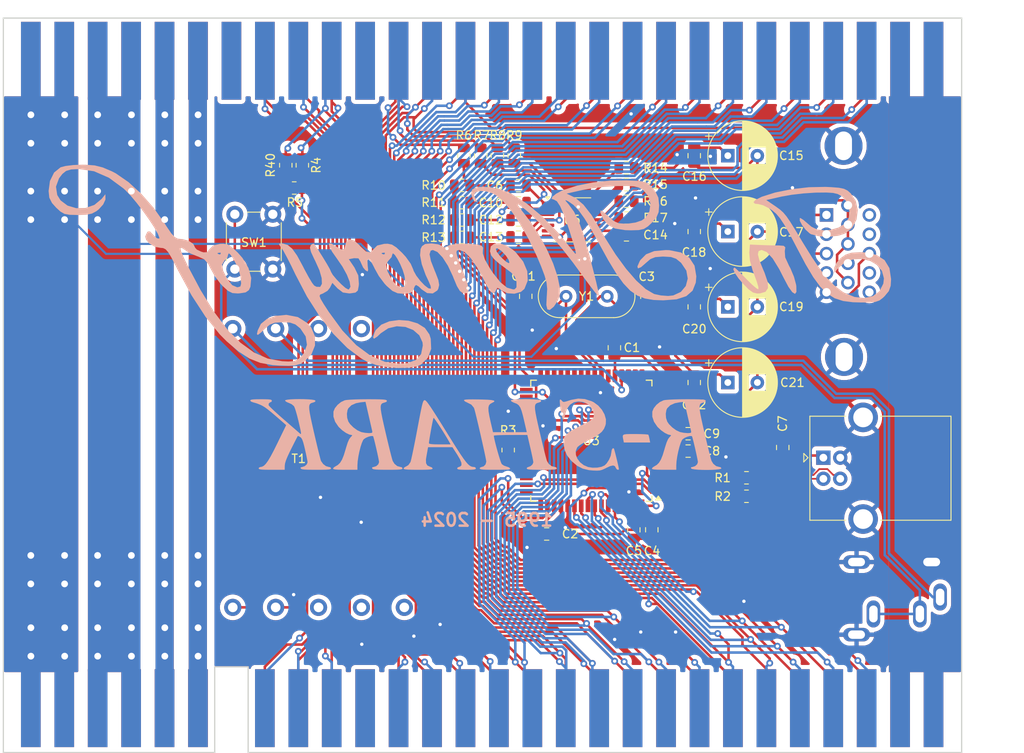
<source format=kicad_pcb>
(kicad_pcb (version 20240108) (generator "pcbnew") (generator_version "8.0")
  (layers (0 "F.Cu" signal) (31 "B.Cu" signal) (34 "B.Paste" user) (35 "F.Paste" user) (36 "B.SilkS" user "B.Silkscreen") (37 "F.SilkS" user "F.Silkscreen") (38 "B.Mask" user) (39 "F.Mask" user) (44 "Edge.Cuts" user))
  (net 0 "")
  (net 1 "GND")
  (net 2 "VBUS")
  (net 3 "Net-(U3-XTAL2)")
  (net 4 "Net-(U3-AREF)")
  (net 5 "Net-(C6-Pad1)")
  (net 6 "Net-(U6-CH1_IN)")
  (net 7 "Net-(U3-UCap)")
  (net 8 "Net-(U6-CH2_IN)")
  (net 9 "Net-(C10-Pad1)")
  (net 10 "-5V")
  (net 11 "+12V")
  (net 12 "Net-(U3-XTAL1)")
  (net 13 "Net-(C12-Pad1)")
  (net 14 "Net-(U6-CH3_IN)")
  (net 15 "HD15_RED")
  (net 16 "Net-(C15-Pad1)")
  (net 17 "HD15_GREEN")
  (net 18 "Net-(C17-Pad1)")
  (net 19 "HD15_BLUE")
  (net 20 "Net-(C19-Pad1)")
  (net 21 "HD15_SYNC")
  (net 22 "Net-(C21-Pad1)")
  (net 23 "Net-(T1-SA)")
  (net 24 "Net-(T1-SB)")
  (net 25 "USB_PORT-")
  (net 26 "USB_PORT+")
  (net 27 "USB_MCU+")
  (net 28 "USB_MCU-")
  (net 29 "Net-(U3-PE2)")
  (net 30 "Net-(T1-AA)")
  (net 31 "SPEAKER+")
  (net 32 "Net-(T1-AB)")
  (net 33 "VIDEO_RED")
  (net 34 "VIDEO_GREEN")
  (net 35 "VIDEO_BLUE")
  (net 36 "VIDEO_SYNC")
  (net 37 "SPEAKER-")
  (net 38 "Net-(U3-RESET)")
  (net 39 "SERVICE")
  (net 41 "P2_RIGHT")
  (net 42 "TILT")
  (net 43 "TEST")
  (net 44 "P2_START")
  (net 45 "P1_RIGHT")
  (net 46 "P2_UP")
  (net 47 "VIDEO_GND")
  (net 48 "P2_DOWN")
  (net 49 "COIN_COUNT_2")
  (net 50 "P2_B4")
  (net 51 "P1_B4")
  (net 52 "COIN_COUNT_1")
  (net 53 "COIN_2")
  (net 54 "P2_B5")
  (net 57 "P1_UP")
  (net 58 "COIN_1")
  (net 60 "P2_B2")
  (net 61 "P1_B2")
  (net 62 "P1_B3")
  (net 63 "P1_START")
  (net 64 "P1_B5")
  (net 65 "COIN_LOCK_2")
  (net 66 "COIN_LOCK_1")
  (net 67 "P2_B3")
  (net 68 "P1_DOWN")
  (net 69 "P1_B1")
  (net 70 "P2_B1")
  (net 71 "P2_LEFT")
  (net 72 "P1_LEFT")
  (net 91 "+5V")
  (net 111 "Net-(U6-CH4_OUT)")
  (net 112 "Net-(U6-CH3_OUT)")
  (net 113 "Net-(U6-CH2_OUT)")
  (net 114 "Net-(U6-CH1_OUT)")
  (net 115 "Net-(U6-CH4_IN)")
  (net 116 "Net-(C13-Pad1)")
  (footprint "footprints:CUI_SJ1-3533NS" (layer "F.Cu") (at 191.36 116.84 180)
    (property "Reference" "J1" (hide yes))
    (property "Value" "SJ1-3533NS" (hide yes))
  )
  (footprint "Connector_USB:USB_B_OST_USB-B1HSxx_Horizontal" (layer "F.Cu") (at 177.53 100.33)
    (property "Reference" "J2" (hide yes))
    (property "Value" "USB_B")
  )
  (footprint "Button_Switch_THT:SW_PUSH_6mm" (layer "F.Cu") (at 112.323 71.501 -90)
    (property "Reference" "SW1")
    (property "Value" "SW_Push")
  )
  (footprint "footprints:JAMMA" (layer "F.Cu") (at 137 130)
    (property "Reference" "U2" (hide yes))
    (property "Value" "JAMMA")
  )
  (footprint "footprints:JAMMA" (layer "F.Cu") (at 137 53.32)
    (property "Reference" "U1" (hide yes))
    (property "Value" "JAMMA")
  )
  (footprint "Crystal:Crystal_HC49-4H_Vertical" (layer "F.Cu") (at 151.93 81.219 180)
    (property "Reference" "Y1")
    (property "Value" "16MHz")
  )
  (footprint "Resistor_SMD:R_0805_2012Metric" (layer "F.Cu") (at 134.725 72.18 180)
    (property "Reference" "R12")
    (property "Value" "390")
  )
  (footprint "Resistor_SMD:R_0805_2012Metric" (layer "F.Cu") (at 168.4255 102.712)
    (property "Reference" "R1")
    (property "Value" "22")
  )
  (footprint "Resistor_SMD:R_0805_2012Metric" (layer "F.Cu") (at 134.955 64.5475 90)
    (property "Reference" "R6")
    (property "Value" "1K")
  )
  (footprint "Resistor_SMD:R_0805_2012Metric" (layer "F.Cu") (at 138.925 64.545 90)
    (property "Reference" "R8")
    (property "Value" "1K")
  )
  (footprint "Resistor_SMD:R_0805_2012Metric" (layer "F.Cu") (at 140.925 64.5475 90)
    (property "Reference" "R9")
    (property "Value" "1K")
  )
  (footprint "Resistor_SMD:R_0805_2012Metric" (layer "F.Cu") (at 134.725 68.08 180)
    (property "Reference" "R10")
    (property "Value" "390")
  )
  (footprint "Resistor_SMD:R_0805_2012Metric" (layer "F.Cu") (at 134.725 74.24 180)
    (property "Reference" "R13")
    (property "Value" "390")
  )
  (footprint "Resistor_SMD:R_0805_2012Metric" (layer "F.Cu") (at 154.215 66.01 180)
    (property "Reference" "R14")
    (property "Value" "75")
  )
  (footprint "Resistor_SMD:R_0805_2012Metric" (layer "F.Cu") (at 154.215 71.94 180)
    (property "Reference" "R17")
    (property "Value" "75")
  )
  (footprint "Resistor_SMD:R_0805_2012Metric" (layer "F.Cu") (at 134.725 70.12 180)
    (property "Reference" "R11")
    (property "Value" "390")
  )
  (footprint "Package_QFP:TQFP-64_14x14mm_P0.8mm" (layer "F.Cu") (at 150.05 98.33 180)
    (property "Reference" "U3")
    (property "Value" "AT90USB1286")
  )
  (footprint "Resistor_SMD:R_0805_2012Metric" (layer "F.Cu") (at 140.2 99.4275 -90)
    (property "Reference" "R3")
    (property "Value" "1K")
  )
  (footprint "Capacitor_SMD:C_0805_2012Metric" (layer "F.Cu") (at 141.425 68.11)
    (property "Reference" "C6")
    (property "Value" "100nF")
  )
  (footprint "Resistor_SMD:R_0805_2012Metric" (layer "F.Cu") (at 136.945 64.545 90)
    (property "Reference" "R7")
    (property "Value" "1K")
  )
  (footprint "Resistor_SMD:R_0805_2012Metric" (layer "F.Cu") (at 168.4255 104.902)
    (property "Reference" "R2")
    (property "Value" "22")
  )
  (footprint "Resistor_SMD:R_0805_2012Metric" (layer "F.Cu") (at 113.86 65.6925 -90)
    (property "Reference" "R40")
    (property "Value" "10K")
  )
  (footprint "Resistor_SMD:R_0805_2012Metric" (layer "F.Cu") (at 115.82 65.6925 -90)
    (property "Reference" "R4")
    (property "Value" "10K")
  )
  (footprint "echo-chan:DSUB-15-HD_Female_Horizontal_P2.29x2.54mm_EdgePinOffset9.40mm_anchors" (layer "F.Cu") (at 177.9 71.58 90)
    (property "Reference" "U4" (hide yes))
    (property "Value" "HD15")
  )
  (footprint "Resistor_SMD:R_0805_2012Metric" (layer "F.Cu") (at 114.8575 68.39 180)
    (property "Reference" "R5")
    (property "Value" "1K")
  )
  (footprint "Capacitor_SMD:C_0805_2012Metric" (layer "F.Cu") (at 152.781 87.31 90)
    (property "Reference" "C1")
    (property "Value" "100nF")
  )
  (footprint "Capacitor_SMD:C_0805_2012Metric" (layer "F.Cu") (at 156.63 81.219 90)
    (property "Reference" "C3")
    (property "Value" "10pF")
  )
  (footprint "Capacitor_SMD:C_0805_2012Metric" (layer "F.Cu") (at 157.21 108.87 -90)
    (property "Reference" "C4")
    (property "Value" "100nF")
  )
  (footprint "Capacitor_SMD:C_0805_2012Metric" (layer "F.Cu") (at 155.08 108.88 90)
    (property "Reference" "C5")
    (property "Value" "100nF")
  )
  (footprint "Capacitor_SMD:C_0805_2012Metric" (layer "F.Cu") (at 161.51 99.55 180)
    (property "Reference" "C8")
    (property "Value" "1uF")
  )
  (footprint "Capacitor_SMD:C_0805_2012Metric" (layer "F.Cu") (at 172.72 99.126 90)
    (property "Reference" "C7")
    (property "Value" "1uF")
  )
  (footprint "Capacitor_SMD:C_0805_2012Metric" (layer "F.Cu") (at 144.76 109.37 180)
    (property "Reference" "C2")
    (property "Value" "100nF")
  )
  (footprint "Capacitor_SMD:C_0805_2012Metric" (layer "F.Cu") (at 161.51 97.49 180)
    (property "Reference" "C9")
    (property "Value" "100nF")
  )
  (footprint "footprints:560G" (layer "F.Cu") (at 115.39 100.45 90)
    (property "Reference" "T1")
    (property "Value" "Transformer_1P_1S")
  )
  (footprint "Capacitor_SMD:C_0805_2012Metric" (layer "F.Cu") (at 162.237651 91.43 -90)
    (property "Reference" "C22")
    (property "Value" "100nF")
  )
  (footprint "Capacitor_SMD:C_0805_2012Metric" (layer "F.Cu") (at 162.237651 82.47 -90)
    (property "Reference" "C20")
    (property "Value" "100nF")
  )
  (footprint "Capacitor_SMD:C_0805_2012Metric" (layer "F.Cu") (at 141.425 74.21)
    (property "Reference" "C13")
    (property "Value" "100nF")
  )
  (footprint "Resistor_SMD:R_0805_2012Metric" (layer "F.Cu") (at 154.215 67.99 180)
    (property "Reference" "R15")
    (property "Value" "75")
  )
  (footprint "Capacitor_THT:CP_Radial_D8.0mm_P3.50mm" (layer "F.Cu") (at 166.215 73.55)
    (property "Reference" "C17")
    (property "Value" "490uF")
  )
  (footprint "Capacitor_SMD:C_0805_2012Metric" (layer "F.Cu") (at 141.425 70.15)
    (property "Reference" "C10")
    (property "Value" "100nF")
  )
  (footprint "Capacitor_SMD:C_0805_2012Metric" (layer "F.Cu") (at 162.237651 64.56 -90)
    (property "Reference" "C16")
    (property "Value" "100nF")
  )
  (footprint "Package_SO:TSSOP-14_4.4x5mm_P0.65mm" (layer "F.Cu") (at 147.7825 72.16)
    (property "Reference" "U6")
    (property "Value" "THS7374")
  )
  (footprint "Capacitor_SMD:C_0805_2012Metric" (layer "F.Cu") (at 154.21 73.94 180)
    (property "Reference" "C14")
    (property "Value" "100nF")
  )
  (footprint "Capacitor_THT:CP_Radial_D8.0mm_P3.50mm" (layer "F.Cu") (at 166.215 82.47)
    (property "Reference" "C19")
    (property "Value" "490uF")
  )
  (footprint "Capacitor_SMD:C_0805_2012Metric" (layer "F.Cu") (at 141.425 72.18)
    (property "Reference" "C12")
    (property "Value" "100nF")
  )
  (footprint "Capacitor_SMD:C_0805_2012Metric" (layer "F.Cu") (at 142.28 81.219 90)
    (property "Reference" "C11")
    (property "Value" "10pF")
  )
  (footprint "Capacitor_SMD:C_0805_2012Metric" (layer "F.Cu") (at 162.237651 73.55 -90)
    (property "Reference" "C18")
    (property "Value" "100nF")
  )
  (footprint "Resistor_SMD:R_0805_2012Metric" (layer "F.Cu") (at 154.215 69.96 180)
    (property "Reference" "R16")
    (property "Value" "75")
  )
  (footprint "Capacitor_THT:CP_Radial_D8.0mm_P3.50mm" (layer "F.Cu") (at 166.215 64.56)
    (property "Reference" "C15")
    (property "Value" "490uF")
  )
  (footprint "Capacitor_THT:CP_Radial_D8.0mm_P3.50mm" (layer "F.Cu") (at 166.215 91.43)
    (property "Reference" "C21")
    (property "Value" "490uF")
  )
  (footprint "LOGO" (layer "B.Cu") (at 137.83 97.53 180)
    (property "Reference" "G***" (hide yes))
    (property "Value" "LOGO" (hide yes))
  )
  (footprint "LOGO" (layer "B.Cu") (at 135.789592 76.770955 180)
    (property "Reference" "G***" (hide yes))
    (property "Value" "LOGO" (hide yes))
  )
  (gr_line (start 193.91 135.255) (end 193.91 48.26) (stroke (width 0.15)) (layer "Edge.Cuts"))
  (gr_line (start 80.41 48.26) (end 193.91 48.26) (stroke (width 0.15)) (layer "Edge.Cuts"))
  (gr_line (start 80.41 135.255) (end 105.44 135.255) (stroke (width 0.15)) (layer "Edge.Cuts"))
  (gr_line (start 105.44 125.11) (end 105.44 135.255) (stroke (width 0.15)) (layer "Edge.Cuts"))
  (gr_line (start 80.41 48.26) (end 80.41 135.255) (stroke (width 0.15)) (layer "Edge.Cuts"))
  (gr_line (start 109.4 125.11) (end 109.4 135.255) (stroke (width 0.15)) (layer "Edge.Cuts"))
  (gr_line (start 109.4 135.255) (end 193.91 135.255) (stroke (width 0.15)) (layer "Edge.Cuts"))
  (gr_line (start 105.44 125.11) (end 109.4 125.11) (stroke (width 0.15)) (layer "Edge.Cuts"))
  (gr_text "1995 - 2024" (at 145.65 108.58 0) (layer "B.SilkS") (effects (font (size 1.5 1.5) (thickness 0.3) (bold yes)) (justify left bottom mirror)))
  (segment (start 133.8125 75.180748) (end 138.900752 80.269) (width 0.25) (layer "F.Cu") (net 1))
  (segment (start 133.8125 68.08) (end 133.8125 70.12) (width 0.25) (layer "F.Cu") (net 1))
  (segment (start 159.37 100.88) (end 161.13 100.88) (width 0.25) (layer "F.Cu") (net 1))
  (segment (start 147.25 108.33) (end 146.97 108.61) (width 0.3) (layer "F.Cu") (net 1))
  (segment (start 144.92 72.81) (end 144.182501 72.81) (width 0.25) (layer "F.Cu") (net 1))
  (segment (start 143.48 73.512501) (end 143.48 79.069) (width 0.25) (layer "F.Cu") (net 1))
  (segment (start 143.48 79.069) (end 142.28 80.269) (width 0.25) (layer "F.Cu") (net 1))
  (segment (start 138.900752 80.269) (end 142.28 80.269) (width 0.25) (layer "F.Cu") (net 1))
  (segment (start 155.25 106.03) (end 155.25 105.13) (width 0.3) (layer "F.Cu") (net 1))
  (segment (start 144.182501 72.81) (end 143.48 73.512501) (width 0.25) (layer "F.Cu") (net 1))
  (segment (start 147.25 106.03) (end 147.25 108.33) (width 0.3) (layer "F.Cu") (net 1))
  (segment (start 158.82 100.33) (end 159.37 100.88) (width 0.25) (layer "F.Cu") (net 1))
  (segment (start 133.8125 74.24) (end 133.8125 75.180748) (width 0.25) (layer "F.Cu") (net 1))
  (segment (start 133.8125 72.18) (end 133.8125 74.24) (width 0.25) (layer "F.Cu") (net 1))
  (segment (start 161.13 100.88) (end 162.46 99.55) (width 0.25) (layer "F.Cu") (net 1))
  (segment (start 151.13 92.63) (end 152.05 91.71) (width 0.3) (layer "F.Cu") (net 1))
  (segment (start 157.75 100.33) (end 158.82 100.33) (width 0.25) (layer "F.Cu") (net 1))
  (segment (start 152.05 91.71) (end 152.05 90.63) (width 0.3) (layer "F.Cu") (net 1))
  (segment (start 133.8125 70.12) (end 133.8125 72.18) (width 0.25) (layer "F.Cu") (net 1))
  (segment (start 155.25 105.13) (end 154.5 104.38) (width 0.3) (layer "F.Cu") (net 1))
  (via (at 117.97 105.03) (size 0.8) (drill 0.4) (layers "F.Cu" "B.Cu") (net 1))
  (via (at 142.43 110.96) (size 0.8) (drill 0.4) (layers "F.Cu" "B.Cu") (net 1))
  (via (at 122.93 78.65) (size 0.8) (drill 0.4) (layers "F.Cu" "B.Cu") (net 1))
  (via (at 162.39 69.57) (size 0.8) (drill 0.4) (layers "F.Cu" "B.Cu") (net 1))
  (via (at 168.12 117.34) (size 0.8) (drill 0.4) (layers "F.Cu" "B.Cu") (net 1))
  (via (at 173.87 68.36) (size 0.8) (drill 0.4) (layers "F.Cu" "B.Cu") (net 1))
  (via (at 151.13 92.63) (size 0.8) (drill 0.4) (layers "F.Cu" "B.Cu") (net 1))
  (via (at 158.13 87.21) (size 0.8) (drill 0.4) (layers "F.Cu" "B.Cu") (net 1))
  (via (at 87.67 120.47) (size 1.6) (drill 0.8) (layers "F.Cu" "B.Cu") (net 1))
  (via (at 148.5 70.63) (size 0.8) (drill 0.4) (layers "F.Cu" "B.Cu") (net 1))
  (via (at 165.99 100.24) (size 0.8) (drill 0.4) (layers "F.Cu" "B.Cu") (net 1))
  (via (at 164.13 77.93) (size 0.8) (drill 0.4) (layers "F.Cu" "B.Cu") (net 1))
  (via (at 129.03 121.47) (size 0.8) (drill 0.4) (layers "F.Cu" "B.Cu") (net 1))
  (via (at 114.79 116.55) (size 0.8) (drill 0.4) (layers "F.Cu" "B.Cu") (net 1))
  (via (at 143.05 85.22) (size 0.8) (drill 0.4) (layers "F.Cu" "B.Cu") (net 1))
  (via (at 87.66 72.13) (size 1.6) (drill 0.8) (layers "F.Cu" "B.Cu") (net 1))
  (via (at 83.67 63.09) (size 1.6) (drill 0.8) (layers "F.Cu" "B.Cu") (net 1))
  (via (at 122.86 122.43) (size 0.8) (drill 0.4) (layers "F.Cu" "B.Cu") (net 1))
  (via (at 159.93 72.6) (size 0.8) (drill 0.4) (layers "F.Cu" "B.Cu") (net 1))
  (via (at 132.14 120.08) (size 0.8) (drill 0.4) (layers "F.Cu" "B.Cu") (net 1))
  (via (at 122.79 107.98) (size 0.8) (drill 0.4) (layers "F.Cu" "B.Cu") (net 1))
  (via (at 160.03 120.98) (size 0.8) (drill 0.4) (layers "F.Cu" "B.Cu") (net 1))
  (via (at 140.21 94.83) (size 0.8) (drill 0.4) (layers "F.Cu" "B.Cu") (net 1))
  (via (at 146.97 108.61) (size 0.8) (drill 0.4) (layers "F.Cu" "B.Cu") (net 1))
  (via (at 83.67 123.84) (size 1.6) (drill 0.8) (layers "F.Cu" "B.Cu") (net 1))
  (via (at 87.66 111.91) (size 1.6) (drill 0.8) (layers "F.Cu" "B.Cu") (net 1))
  (via (at 83.67 120.47) (size 1.6) (drill 0.8) (layers "F.Cu" "B.Cu") (net 1))
  (via (at 155.9 120.98) (size 0.8) (drill 0.4) (layers "F.Cu" "B.Cu") (net 1))
  (via (at 154.5 104.38) (size 0.8) (drill 0.4) (layers "F.Cu" "B.Cu") (net 1))
  (via (at 145.9 87.41) (size 0.8) (drill 0.4) (layers "F.Cu" "B.Cu") (net 1))
  (via (at 160.21 64.44) (size 0.8) (drill 0.4) (layers "F.Cu" "B.Cu") (net 1))
  (via (at 164.15 64.64) (size 0.8) (drill 0.4) (layers "F.Cu" "B.Cu") (net 1))
  (via (at 83.66 115.28) (size 1.6) (drill 0.8) (layers "F.Cu" "B.Cu") (net 1))
  (via (at 83.66 111.91) (size 1.6) (drill 0.8) (layers "F.Cu" "B.Cu") (net 1))
  (via (at 87.67 59.72) (size 1.6) (drill 0.8) (layers "F.Cu" "B.Cu") (net 1))
  (via (at 83.66 72.13) (size 1.6) (drill 0.8) (layers "F.Cu" "B.Cu") (net 1))
  (via (at 154.76 59.61) (size 0.8) (drill 0.4) (layers "F.Cu" "B.Cu") (net 1))
  (via (at 87.67 63.09) (size 1.6) (drill 0.8) (layers "F.Cu" "B.Cu") (net 1))
  (via (at 87.66 68.76) (size 1.6) (drill 0.8) (layers "F.Cu" "B.Cu") (net 1))
  (via (at 83.66 68.76) (size 1.6) (drill 0.8) (layers "F.Cu" "B.Cu") (net 1))
  (via (at 87.66 115.28) (size 1.6) (drill 0.8) (layers "F.Cu" "B.Cu") (net 1))
  (via (at 152.81 121.86) (size 0.8) (drill 0.4) (layers "F.Cu" "B.Cu") (net 1))
  (via (at 87.67 123.84) (size 1.6) (drill 0.8) (layers "F.Cu" "B.Cu") (net 1))
  (via (at 144.32 96.56) (size 0.8) (drill 0.4) (layers "F.Cu" "B.Cu") (net 1))
  (via (at 83.67 59.72) (size 1.6) (drill 0.8) (layers "F.Cu" "B.Cu") (net 1))
  (segment (start 87.66 68.76) (end 87.66 71.28) (width 0.25) (layer "B.Cu") (net 1))
  (segment (start 92.57 76.19) (end 110.512 76.19) (width 0.25) (layer "B.Cu") (net 1))
  (segment (start 87.62 53.32) (end 87.62 68.26) (width 0.25) (layer "B.Cu") (net 1))
  (segment (start 110.512 76.19) (end 112.323 78.001) (width 0.25) (layer "B.Cu") (net 1))
  (segment (start 87.66 71.28) (end 92.57 76.19) (width 0.25) (layer "B.Cu") (net 1))
  (segment (start 157.75 98.73) (end 159.32 98.73) (width 0.3) (layer "F.Cu") (net 2))
  (segment (start 152.85 90.63) (end 152.85 88.329) (width 0.3) (layer "F.Cu") (net 2))
  (segment (start 160.56 92.742) (end 156.078 88.26) (width 0.3) (layer "F.Cu") (net 2))
  (segment (start 161.929 96.139) (end 160.56 94.77) (width 0.3) (layer "F.Cu") (net 2))
  (segment (start 156.26 108.87) (end 157.21 107.92) (width 0.3) (layer "F.Cu") (net 2))
  (segment (start 156.65 102.36) (end 157.02 102.73) (width 0.3) (layer "F.Cu") (net 2))
  (segment (start 145.71 109.37) (end 153.51 109.37) (width 0.3) (layer "F.Cu") (net 2))
  (segment (start 157.02 102.73) (end 157.75 102.73) (width 0.3) (layer "F.Cu") (net 2))
  (segment (start 156.078 88.26) (end 152.781 88.26) (width 0.3) (layer "F.Cu") (net 2))
  (segment (start 160.56 97.49) (end 160.56 94.77) (width 0.3) (layer "F.Cu") (net 2))
  (segment (start 156.09 102.18) (end 156.47 102.18) (width 0.3) (layer "F.Cu") (net 2))
  (segment (start 156.05 106.03) (end 156.05 106.76) (width 0.3) (layer "F.Cu") (net 2))
  (segment (start 152.85 88.329) (end 152.781 88.26) (width 0.3) (layer "F.Cu") (net 2))
  (segment (start 154.01 108.87) (end 156.26 108.87) (width 0.3) (layer "F.Cu") (net 2))
  (segment (start 156.05 106.76) (end 157.21 107.92) (width 0.3) (layer "F.Cu") (net 2))
  (segment (start 164.465 96.139) (end 168.402 100.076) (width 0.3) (layer "F.Cu") (net 2))
  (segment (start 146.45 107.1) (end 146.45 106.03) (width 0.3) (layer "F.Cu") (net 2))
  (segment (start 156.47 102.18) (end 156.65 102.36) (width 0.3) (layer "F.Cu") (net 2))
  (segment (start 177.276 100.076) (end 177.53 100.33) (width 0.3) (layer "F.Cu") (net 2))
  (segment (start 164.465 96.139) (end 161.929 96.139) (width 0.3) (layer "F.Cu") (net 2))
  (segment (start 145.71 109.37) (end 145.71 107.84) (width 0.3) (layer "F.Cu") (net 2))
  (segment (start 145.71 107.84) (end 146.45 107.1) (width 0.3) (layer "F.Cu") (net 2))
  (segment (start 156.825 98.73) (end 157.75 98.73) (width 0.3) (layer "F.Cu") (net 2))
  (segment (start 159.32 98.73) (end 160.56 97.49) (width 0.3) (layer "F.Cu") (net 2))
  (segment (start 153.51 109.37) (end 154.01 108.87) (width 0.3) (layer "F.Cu") (net 2))
  (segment (start 157.719 106.03) (end 157.734 106.045) (width 0.3) (layer "F.Cu") (net 2))
  (segment (start 156.825 98.73) (end 156.65 98.905) (width 0.3) (layer "F.Cu") (net 2))
  (segment (start 160.56 94.77) (end 160.56 92.742) (width 0.3) (layer "F.Cu") (net 2))
  (segment (start 156.05 106.03) (end 157.719 106.03) (width 0.3) (layer "F.Cu") (net 2))
  (segment (start 168.402 100.076) (end 172.72 100.076) (width 0.3) (layer "F.Cu") (net 2))
  (segment (start 172.72 100.076) (end 177.276 100.076) (width 0.3) (layer "F.Cu") (net 2))
  (segment (start 156.65 98.905) (end 156.65 102.36) (width 0.3) (layer "F.Cu") (net 2))
  (via (at 157.734 106.045) (size 0.8) (drill 0.4) (layers "F.Cu" "B.Cu") (net 2))
  (via (at 156.09 102.18) (size 0.8) (drill 0.4) (layers "F.Cu" "B.Cu") (net 2))
  (segment (start 157.734 106.045) (end 156.083 104.394) (width 0.3) (layer "B.Cu") (net 2))
  (segment (start 156.083 102.187) (end 156.09 102.18) (width 0.3) (layer "B.Cu") (net 2))
  (segment (start 156.083 104.394) (end 156.083 102.187) (width 0.3) (layer "B.Cu") (net 2))
  (segment (start 151.25 89.74525) (end 148.29 86.78525) (width 0.3) (layer "F.Cu") (net 3))
  (segment (start 151.93 81.219) (end 152.88 82.169) (width 0.3) (layer "F.Cu") (net 3))
  (segment (start 152.88 82.169) (end 156.63 82.169) (width 0.3) (layer "F.Cu") (net 3))
  (segment (start 151.111 81.219) (end 151.93 81.219) (width 0.3) (layer "F.Cu") (net 3))
  (segment (start 148.29 84.04) (end 151.111 81.219) (width 0.3) (layer "F.Cu") (net 3))
  (segment (start 151.25 90.63) (end 151.25 89.74525) (width 0.3) (layer "F.Cu") (net 3))
  (segment (start 148.29 86.78525) (end 148.29 84.04) (width 0.3) (layer "F.Cu") (net 3))
  (segment (start 154.45 106.03) (end 154.45 107.3) (width 0.3) (layer "F.Cu") (net 4))
  (segment (start 154.45 107.3) (end 155.08 107.93) (width 0.3) (layer "F.Cu") (net 4))
  (segment (start 135.6375 68.08) (end 140.445 68.08) (width 0.3) (layer "F.Cu") (net 5))
  (segment (start 140.445 68.08) (end 140.475 68.11) (width 0.3) (layer "F.Cu") (net 5))
  (segment (start 134.955 65.46) (end 134.955 67.3975) (width 0.3) (layer "F.Cu") (net 5))
  (segment (start 134.955 67.3975) (end 135.6375 68.08) (width 0.3) (layer "F.Cu") (net 5))
  (segment (start 144.475 70.21) (end 144.92 70.21) (width 0.3) (layer "F.Cu") (net 6))
  (segment (start 142.375 68.11) (end 144.475 70.21) (width 0.3) (layer "F.Cu") (net 6))
  (segment (start 160.54 99.53) (end 160.56 99.55) (width 0.3) (layer "F.Cu") (net 7))
  (segment (start 157.75 99.53) (end 160.54 99.53) (width 0.3) (layer "F.Cu") (net 7))
  (segment (start 143.085 70.86) (end 144.92 70.86) (width 0.3) (layer "F.Cu") (net 8))
  (segment (start 142.375 70.15) (end 143.085 70.86) (width 0.3) (layer "F.Cu") (net 8))
  (segment (start 140.445 70.12) (end 140.475 70.15) (width 0.3) (layer "F.Cu") (net 9))
  (segment (start 144.450745 68.605289) (end 144.450745 69.125083) (width 0.3) (layer "F.Cu") (net 9))
  (segment (start 140.96 66.8225) (end 141.837563 66.8225) (width 0.3) (layer "F.Cu") (net 9))
  (segment (start 139.31 70.12) (end 140.445 70.12) (width 0.3) (layer "F.Cu") (net 9))
  (segment (start 138.31 66.8225) (end 140.96 66.8225) (width 0.3) (layer "F.Cu") (net 9))
  (segment (start 136.945 65.4575) (end 138.31 66.8225) (width 0.3) (layer "F.Cu") (net 9))
  (segment (start 142.667956 66.8225) (end 144.450745 68.605289) (width 0.3) (layer "F.Cu") (net 9))
  (segment (start 141.837563 66.8225) (end 142.667956 66.8225) (width 0.3) (layer "F.Cu") (net 9))
  (segment (start 139.460543 71.200312) (end 139.460543 71.164457) (width 0.3) (layer "F.Cu") (net 9))
  (segment (start 139.460543 71.164457) (end 140.475 70.15) (width 0.3) (layer "F.Cu") (net 9))
  (segment (start 135.6375 70.12) (end 136.87 70.12) (width 0.3) (layer "F.Cu") (net 9))
  (segment (start 136.87 70.12) (end 139.31 70.12) (width 0.3) (layer "F.Cu") (net 9))
  (via (at 144.450745 69.125083) (size 0.8) (drill 0.4) (layers "F.Cu" "B.Cu") (net 9))
  (via (at 139.460543 71.200312) (size 0.8) (drill 0.4) (layers "F.Cu" "B.Cu") (net 9))
  (segment (start 144.450745 69.125083) (end 144.450745 69.225043) (width 0.3) (layer "B.Cu") (net 9))
  (segment (start 144.450745 69.225043) (end 143.555788 70.12) (width 0.3) (layer "B.Cu") (net 9))
  (segment (start 140.540855 70.12) (end 139.460543 71.200312) (width 0.3) (layer "B.Cu") (net 9))
  (segment (start 143.555788 70.12) (end 140.540855 70.12) (width 0.3) (layer "B.Cu") (net 9))
  (via (at 99.52 115.28) (size 1.6) (drill 0.8) (layers "F.Cu" "B.Cu") (net 10))
  (via (at 99.52 111.91) (size 1.6) (drill 0.8) (layers "F.Cu" "B.Cu") (net 10))
  (via (at 99.53 63.09) (size 1.6) (drill 0.8) (layers "F.Cu" "B.Cu") (net 10))
  (via (at 99.52 72.13) (size 1.6) (drill 0.8) (layers "F.Cu" "B.Cu") (net 10))
  (via (at 99.53 123.84) (size 1.6) (drill 0.8) (layers "F.Cu" "B.Cu") (net 10))
  (via (at 99.53 59.72) (size 1.6) (drill 0.8) (layers "F.Cu" "B.Cu") (net 10))
  (via (at 99.53 120.47) (size 1.6) (drill 0.8) (layers "F.Cu" "B.Cu") (net 10))
  (via (at 99.52 68.76) (size 1.6) (drill 0.8) (layers "F.Cu" "B.Cu") (net 10))
  (via (at 103.46 115.28) (size 1.6) (drill 0.8) (layers "F.Cu" "B.Cu") (net 11))
  (via (at 103.47 63.09) (size 1.6) (drill 0.8) (layers "F.Cu" "B.Cu") (net 11))
  (via (at 103.47 123.84) (size 1.6) (drill 0.8) (layers "F.Cu" "B.Cu") (net 11))
  (via (at 103.47 59.72) (size 1.6) (drill 0.8) (layers "F.Cu" "B.Cu") (net 11))
  (via (at 103.46 72.13) (size 1.6) (drill 0.8) (layers "F.Cu" "B.Cu") (net 11))
  (via (at 103.46 111.91) (size 1.6) (drill 0.8) (layers "F.Cu" "B.Cu") (net 11))
  (via (at 103.47 120.47) (size 1.6) (drill 0.8) (layers "F.Cu" "B.Cu") (net 11))
  (via (at 103.46 68.76) (size 1.6) (drill 0.8) (layers "F.Cu" "B.Cu") (net 11))
  (segment (start 147.05 86.252356) (end 147.05 81.219) (width 0.3) (layer "F.Cu") (net 12))
  (segment (start 146.1 82.169) (end 147.05 81.219) (width 0.3) (layer "F.Cu") (net 12))
  (segment (start 142.28 82.169) (end 146.1 82.169) (width 0.3) (layer "F.Cu") (net 12))
  (segment (start 150.45 90.63) (end 150.45 89.652356) (width 0.3) (layer "F.Cu") (net 12))
  (segment (start 150.45 89.652356) (end 147.05 86.252356) (width 0.3) (layer "F.Cu") (net 12))
  (segment (start 139.79 66.3225) (end 141.630456 66.3225) (width 0.3) (layer "F.Cu") (net 13))
  (segment (start 142.875062 66.3225) (end 146.2575 69.704938) (width 0.3) (layer "F.Cu") (net 13))
  (segment (start 135.6375 72.18) (end 136.9 72.18) (width 0.3) (layer "F.Cu") (net 13))
  (segment (start 141.630456 66.3225) (end 142.875062 66.3225) (width 0.3) (layer "F.Cu") (net 13))
  (segment (start 146.2575 69.704938) (end 146.2575 72.201565) (width 0.3) (layer "F.Cu") (net 13))
  (segment (start 136.9 72.18) (end 139.26 72.18) (width 0.3) (layer "F.Cu") (net 13))
  (segment (start 138.925 65.4575) (end 139.79 66.3225) (width 0.3) (layer "F.Cu") (net 13))
  (segment (start 139.26 72.18) (end 140.475 72.18) (width 0.3) (layer "F.Cu") (net 13))
  (segment (start 138.925 65.4575) (end 138.925 65.651563) (width 0.3) (layer "F.Cu") (net 13))
  (via (at 139.26 72.18) (size 0.8) (drill 0.4) (layers "F.Cu" "B.Cu") (net 13))
  (via (at 146.2575 72.201565) (size 0.8) (drill 0.4) (layers "F.Cu" "B.Cu") (net 13))
  (segment (start 146.2575 72.201565) (end 139.281565 72.201565) (width 0.3) (layer "B.Cu") (net 13))
  (segment (start 139.281565 72.201565) (end 139.26 72.18) (width 0.3) (layer "B.Cu") (net 13))
  (segment (start 143.045 71.51) (end 144.92 71.51) (width 0.3) (layer "F.Cu") (net 14))
  (segment (start 142.375 72.18) (end 143.045 71.51) (width 0.3) (layer "F.Cu") (net 14))
  (segment (start 162.737589 66.009938) (end 168.265062 66.009938) (width 0.3) (layer "F.Cu") (net 15))
  (segment (start 162.237651 65.51) (end 162.737589 66.009938) (width 0.3) (layer "F.Cu") (net 15))
  (segment (start 168.265062 66.009938) (end 169.715 64.56) (width 0.3) (layer "F.Cu") (net 15))
  (segment (start 169.715 64.56) (end 169.715 66.591) (width 0.3) (layer "F.Cu") (net 15))
  (segment (start 174.704 71.58) (end 177.9 71.58) (width 0.3) (layer "F.Cu") (net 15))
  (segment (start 169.715 66.591) (end 174.704 71.58) (width 0.3) (layer "F.Cu") (net 15))
  (segment (start 165.265 63.61) (end 166.215 64.56) (width 0.3) (layer "F.Cu") (net 16))
  (segment (start 155.1275 66.01) (end 159.837651 66.01) (width 0.3) (layer "F.Cu") (net 16))
  (segment (start 159.837651 66.01) (end 162.237651 63.61) (width 0.3) (layer "F.Cu") (net 16))
  (segment (start 162.237651 63.61) (end 165.265 63.61) (width 0.3) (layer "F.Cu") (net 16))
  (segment (start 168.265062 74.999938) (end 169.715 73.55) (width 0.3) (layer "F.Cu") (net 17))
  (segment (start 162.237651 74.5) (end 162.737589 74.999938) (width 0.3) (layer "F.Cu") (net 17))
  (segment (start 169.715 73.55) (end 177.58 73.55) (width 0.3) (layer "F.Cu") (net 17))
  (segment (start 177.58 73.55) (end 177.9 73.87) (width 0.3) (layer "F.Cu") (net 17))
  (segment (start 162.737589 74.999938) (end 168.265062 74.999938) (width 0.3) (layer "F.Cu") (net 17))
  (segment (start 155.1275 67.99) (end 157.627651 67.99) (width 0.3) (layer "F.Cu") (net 18))
  (segment (start 162.237651 72.6) (end 165.265 72.6) (width 0.3) (layer "F.Cu") (net 18))
  (segment (start 157.627651 67.99) (end 162.237651 72.6) (width 0.3) (layer "F.Cu") (net 18))
  (segment (start 165.265 72.6) (end 166.215 73.55) (width 0.3) (layer "F.Cu") (net 18))
  (segment (start 173.522 76.16) (end 177.9 76.16) (width 0.3) (layer "F.Cu") (net 19))
  (segment (start 168.265062 83.919938) (end 169.715 82.47) (width 0.3) (layer "F.Cu") (net 19))
  (segment (start 162.737589 83.919938) (end 168.265062 83.919938) (width 0.3) (layer "F.Cu") (net 19))
  (segment (start 169.715 79.967) (end 173.522 76.16) (width 0.3) (layer "F.Cu") (net 19))
  (segment (start 162.237651 83.42) (end 162.737589 83.919938) (width 0.3) (layer "F.Cu") (net 19))
  (segment (start 169.715 82.47) (end 169.715 79.967) (width 0.3) (layer "F.Cu") (net 19))
  (segment (start 165.265 81.52) (end 166.215 82.47) (width 0.3) (layer "F.Cu") (net 20))
  (segment (start 155.1275 69.96) (end 162.237651 77.070151) (width 0.3) (layer "F.Cu") (net 20))
  (segment (start 162.237651 77.070151) (end 162.237651 81.52) (width 0.3) (layer "F.Cu") (net 20))
  (segment (start 162.237651 81.52) (end 165.265 81.52) (width 0.3) (layer "F.Cu") (net 20))
  (segment (start 168.265062 92.879938) (end 169.715 91.43) (width 0.3) (layer "F.Cu") (net 21))
  (segment (start 162.237651 92.38) (end 162.737589 92.879938) (width 0.3) (layer "F.Cu") (net 21))
  (segment (start 169.715 87.079) (end 174.498 82.296) (width 0.3) (layer "F.Cu") (net 21))
  (segment (start 181.737 77.403) (end 182.98 76.16) (width 0.3) (layer "F.Cu") (net 21))
  (segment (start 169.715 91.43) (end 169.715 87.079) (width 0.3) (layer "F.Cu") (net 21))
  (segment (start 179.365346 82.296) (end 181.737 79.924346) (width 0.3) (layer "F.Cu") (net 21))
  (segment (start 174.498 82.296) (end 179.365346 82.296) (width 0.3) (layer "F.Cu") (net 21))
  (segment (start 162.737589 92.879938) (end 168.265062 92.879938) (width 0.3) (layer "F.Cu") (net 21))
  (segment (start 181.737 79.924346) (end 181.737 77.403) (width 0.3) (layer "F.Cu") (net 21))
  (segment (start 162.237651 90.48) (end 165.265 90.48) (width 0.3) (layer "F.Cu") (net 22))
  (segment (start 165.265 90.48) (end 166.215 91.43) (width 0.3) (layer "F.Cu") (net 22))
  (segment (start 155.1275 71.94) (end 159.99 76.8025) (width 0.3) (layer "F.Cu") (net 22))
  (segment (start 159.99 88.232349) (end 162.237651 90.48) (width 0.3) (layer "F.Cu") (net 22))
  (segment (start 159.99 76.8025) (end 159.99 88.232349) (width 0.3) (layer "F.Cu") (net 22))
  (segment (start 184.8 111.867106) (end 184.8 94.917106) (width 0.3) (layer "B.Cu") (net 23))
  (segment (start 188.96 118.84) (end 183.46 118.84) (width 0.3) (layer "B.Cu") (net 23))
  (segment (start 184.8 94.917106) (end 183.142894 93.26) (width 0.3) (layer "B.Cu") (net 23))
  (segment (start 178.852894 93.26) (end 174.942894 89.35) (width 0.3) (layer "B.Cu") (net 23))
  (segment (start 111.89 89.35) (end 107.58 85.04) (width 0.3) (layer "B.Cu") (net 23))
  (segment (start 183.142894 93.26) (end 178.852894 93.26) (width 0.3) (layer "B.Cu") (net 23))
  (segment (start 174.942894 89.35) (end 111.89 89.35) (width 0.3) (layer "B.Cu") (net 23))
  (segment (start 188.96 118.84) (end 188.96 116.027106) (width 0.3) (layer "B.Cu") (net 23))
  (segment (start 188.96 116.027106) (end 184.8 111.867106) (width 0.3) (layer "B.Cu") (net 23))
  (segment (start 185.3 111.66) (end 190.48 116.84) (width 0.3) (layer "B.Cu") (net 24))
  (segment (start 112.66 85.04) (end 116.47 88.85) (width 0.3) (layer "B.Cu") (net 24))
  (segment (start 185.3 94.71) (end 185.3 111.66) (width 0.3) (layer "B.Cu") (net 24))
  (segment (start 175.15 88.85) (end 179.06 92.76) (width 0.3) (layer "B.Cu") (net 24))
  (segment (start 183.35 92.76) (end 185.3 94.71) (width 0.3) (layer "B.Cu") (net 24))
  (segment (start 179.06 92.76) (end 183.35 92.76) (width 0.3) (layer "B.Cu") (net 24))
  (segment (start 190.48 116.84) (end 191.36 116.84) (width 0.3) (layer "B.Cu") (net 24))
  (segment (start 116.47 88.85) (end 175.15 88.85) (width 0.3) (layer "B.Cu") (net 24))
  (segment (start 171.41 102.83) (end 177.53 102.83) (width 0.2) (layer "F.Cu") (net 25))
  (segment (start 169.338 104.902) (end 171.41 102.83) (width 0.2) (layer "F.Cu") (net 25))
  (segment (start 176.353654 102.38) (end 177.053654 101.68) (width 0.2) (layer "F.Cu") (net 26))
  (segment (start 169.338 102.712) (end 170.891603 102.712) (width 0.2) (layer "F.Cu") (net 26))
  (segment (start 177.053654 101.68) (end 178.006346 101.68) (width 0.2) (layer "F.Cu") (net 26))
  (segment (start 178.006346 101.68) (end 178.706346 102.38) (width 0.2) (layer "F.Cu") (net 26))
  (segment (start 170.891603 102.712) (end 171.223603 102.38) (width 0.2) (layer "F.Cu") (net 26))
  (segment (start 171.223603 102.38) (end 176.353654 102.38) (width 0.2) (layer "F.Cu") (net 26))
  (segment (start 178.706346 102.38) (end 179.08 102.38) (width 0.2) (layer "F.Cu") (net 26))
  (segment (start 179.08 102.38) (end 179.53 102.83) (width 0.2) (layer "F.Cu") (net 26))
  (segment (start 158.875001 101.13) (end 159.050001 101.305) (width 0.2) (layer "F.Cu") (net 27))
  (segment (start 157.75 101.13) (end 158.875001 101.13) (width 0.2) (layer "F.Cu") (net 27))
  (segment (start 164.552397 101.305) (end 165.959397 102.712) (width 0.2) (layer "F.Cu") (net 27))
  (segment (start 159.050001 101.305) (end 164.552397 101.305) (width 0.2) (layer "F.Cu") (net 27))
  (segment (start 165.959397 102.712) (end 167.513 102.712) (width 0.2) (layer "F.Cu") (net 27))
  (segment (start 158.875001 101.93) (end 159.050001 101.755) (width 0.2) (layer "F.Cu") (net 28))
  (segment (start 157.75 101.93) (end 158.875001 101.93) (width 0.2) (layer "F.Cu") (net 28))
  (segment (start 164.366 101.755) (end 167.513 104.902) (width 0.2) (layer "F.Cu") (net 28))
  (segment (start 159.050001 101.755) (end 164.366 101.755) (width 0.2) (layer "F.Cu") (net 28))
  (segment (start 140.2 100.34) (end 142.34 100.34) (width 0.3) (layer "F.Cu") (net 29))
  (segment (start 142.34 100.34) (end 142.35 100.33) (width 0.3) (layer "F.Cu") (net 29))
  (segment (start 117.92 74.06) (end 117.92 81.513972) (width 0.3) (layer "F.Cu") (net 30))
  (segment (start 117.92 81.513972) (end 117.463972 81.97) (width 0.3) (layer "F.Cu") (net 30))
  (segment (start 115.837831 71.977831) (end 117.92 74.06) (width 0.3) (layer "F.Cu") (net 30))
  (segment (start 115.772169 71.977831) (end 115.837831 71.977831) (width 0.3) (layer "F.Cu") (net 30))
  (segment (start 111.42 116.34) (end 109.7 118.06) (width 0.3) (layer "F.Cu") (net 30))
  (segment (start 115.374 114.436) (end 113.47 116.34) (width 0.3) (layer "F.Cu") (net 30))
  (segment (start 115.82 66.605) (end 115.82 68.34) (width 0.3) (layer "F.Cu") (net 30))
  (segment (start 109.7 118.06) (end 107.58 118.06) (width 0.3) (layer "F.Cu") (net 30))
  (segment (start 115.82 68.34) (end 115.77 68.39) (width 0.3) (layer "F.Cu") (net 30))
  (segment (start 115.374 84.051787) (end 115.374 114.436) (width 0.3) (layer "F.Cu") (net 30))
  (segment (start 115.77 69.854338) (end 115.772831 69.857169) (width 0.3) (layer "F.Cu") (net 30))
  (segment (start 117.463972 81.97) (end 117.455787 81.97) (width 0.3) (layer "F.Cu") (net 30))
  (segment (start 113.47 116.34) (end 111.42 116.34) (width 0.3) (layer "F.Cu") (net 30))
  (segment (start 117.455787 81.97) (end 115.374 84.051787) (width 0.3) (layer "F.Cu") (net 30))
  (segment (start 115.77 68.39) (end 115.77 69.854338) (width 0.3) (layer "F.Cu") (net 30))
  (via (at 115.772831 69.857169) (size 0.8) (drill 0.4) (layers "F.Cu" "B.Cu") (net 30))
  (via (at 115.772169 71.977831) (size 0.8) (drill 0.4) (layers "F.Cu" "B.Cu") (net 30))
  (segment (start 115.772831 69.857169) (end 115.772831 71.977169) (width 0.3) (layer "B.Cu") (net 30))
  (segment (start 115.772831 71.977169) (end 115.772169 71.977831) (width 0.3) (layer "B.Cu") (net 30))
  (segment (start 115.82 64.78) (end 115.82 63.78) (width 0.3) (layer "F.Cu") (net 31))
  (segment (start 120.04 58.92) (end 119.3 58.18) (width 0.3) (layer "F.Cu") (net 31))
  (segment (start 119.3 121.78) (end 121.42 119.66) (width 0.3) (layer "F.Cu") (net 31))
  (segment (start 119.3 130) (end 119.3 121.78) (width 0.3) (layer "F.Cu") (net 31))
  (segment (start 115.82 63.78) (end 115.67 63.63) (width 0.3) (layer "F.Cu") (net 31))
  (segment (start 119.3 58.18) (end 119.3 53.32) (width 0.3) (layer "F.Cu") (net 31))
  (segment (start 121.42 119.66) (end 121.42 61.44) (width 0.3) (layer "F.Cu") (net 31))
  (segment (start 119.3 59.32) (end 119.3 53.32) (width 0.3) (layer "F.Cu") (net 31))
  (segment (start 121.42 61.44) (end 119.3 59.32) (width 0.3) (layer "F.Cu") (net 31))
  (via (at 115.67 63.63) (size 0.8) (drill 0.4) (layers "F.Cu" "B.Cu") (net 31))
  (via (at 120.04 58.92) (size 0.8) (drill 0.4) (layers "F.Cu" "B.Cu") (net 31))
  (segment (start 120.04 59.26) (end 120.04 58.92) (width 0.3) (layer "B.Cu") (net 31))
  (segment (start 115.67 63.63) (end 120.04 59.26) (width 0.3) (layer "B.Cu") (net 31))
  (segment (start 113.86 68.305) (end 113.945 68.39) (width 0.3) (layer "F.Cu") (net 32))
  (segment (start 117.647354 82.485539) (end 115.874 84.258893) (width 0.3) (layer "F.Cu") (net 32))
  (segment (start 113.945 68.39) (end 113.945 69.09) (width 0.3) (layer "F.Cu") (net 32))
  (segment (start 117.655539 82.485539) (end 117.647354 82.485539) (width 0.3) (layer "F.Cu") (net 32))
  (segment (start 118.42 81.721078) (end 117.655539 82.485539) (width 0.3) (layer "F.Cu") (net 32))
  (segment (start 118.42 73.565) (end 118.42 81.721078) (width 0.3) (layer "F.Cu") (net 32))
  (segment (start 115.874 116.978894) (end 114.792894 118.06) (width 0.3) (layer "F.Cu") (net 32))
  (segment (start 113.86 66.605) (end 113.86 68.305) (width 0.3) (layer "F.Cu") (net 32))
  (segment (start 115.874 84.258893) (end 115.874 116.978894) (width 0.3) (layer "F.Cu") (net 32))
  (segment (start 114.792894 118.06) (end 112.66 118.06) (width 0.3) (layer "F.Cu") (net 32))
  (segment (start 113.945 69.09) (end 118.42 73.565) (width 0.3) (layer "F.Cu") (net 32))
  (segment (start 127.22 130) (end 127.22 123.92) (width 0.3) (layer "F.Cu") (net 33))
  (segment (start 127.4425 63.2725) (end 134.5925 63.2725) (width 0.3) (layer "F.Cu") (net 33))
  (segment (start 126.84 53.7) (end 127.22 53.32) (width 0.3) (layer "F.Cu") (net 33))
  (segment (start 134.5925 63.2725) (end 134.955 63.635) (width 0.3) (layer "F.Cu") (net 33))
  (segment (start 127.22 123.92) (end 124.2 120.9) (width 0.3) (layer "F.Cu") (net 33))
  (segment (start 126.84 58.18) (end 126.84 53.7) (width 0.3) (layer "F.Cu") (net 33))
  (segment (start 125.97 58.87) (end 126.15 58.87) (width 0.3) (layer "F.Cu") (net 33))
  (segment (start 126.15 58.87) (end 126.84 58.18) (width 0.3) (layer "F.Cu") (net 33))
  (segment (start 127.22 58.51) (end 127.22 53.32) (width 0.3) (layer "F.Cu") (net 33))
  (segment (start 124.2 61.53) (end 127.22 58.51) (width 0.3) (layer "F.Cu") (net 33))
  (segment (start 126.553884 62.383884) (end 127.4425 63.2725) (width 0.3) (layer "F.Cu") (net 33))
  (segment (start 124.2 120.9) (end 124.2 61.53) (width 0.3) (layer "F.Cu") (net 33))
  (via (at 126.553884 62.383884) (size 0.8) (drill 0.4) (layers "F.Cu" "B.Cu") (net 33))
  (via (at 125.97 58.87) (size 0.8) (drill 0.4) (layers "F.Cu" "B.Cu") (net 33))
  (segment (start 126.553884 62.383884) (end 125.97 61.8) (width 0.3) (layer "B.Cu") (net 33))
  (segment (start 125.97 61.8) (end 125.97 58.87) (width 0.3) (layer "B.Cu") (net 33))
  (segment (start 125.97 58.87) (end 126.1 58.87) (width 0.3) (layer "B.Cu") (net 33))
  (segment (start 127.97 124.53) (end 127.97 123.962894) (width 0.3) (layer "F.Cu") (net 34))
  (segment (start 127.96 62.52) (end 127.4 61.96) (width 0.3) (layer "F.Cu") (net 34))
  (segment (start 136.085 62.7725) (end 128.331872 62.7725) (width 0.3) (layer "F.Cu") (net 34))
  (segment (start 127.4 61.96) (end 127.4 61.6) (width 0.3) (layer "F.Cu") (net 34))
  (segment (start 128.331872 62.7725) (end 128.2125 62.7725) (width 0.3) (layer "F.Cu") (net 34))
  (segment (start 124.7 61.737106) (end 127.677106 58.76) (width 0.3) (layer "F.Cu") (net 34))
  (segment (start 124.7 120.692894) (end 124.7 61.737106) (width 0.3) (layer "F.Cu") (net 34))
  (segment (start 127.677106 58.76) (end 128.22 58.76) (width 0.3) (layer "F.Cu") (net 34))
  (segment (start 127.97 123.962894) (end 124.7 120.692894) (width 0.3) (layer "F.Cu") (net 34))
  (segment (start 136.945 63.6325) (end 136.085 62.7725) (width 0.3) (layer "F.Cu") (net 34))
  (segment (start 128.2125 62.7725) (end 127.96 62.52) (width 0.3) (layer "F.Cu") (net 34))
  (via (at 127.97 124.53) (size 0.8) (drill 0.4) (layers "F.Cu" "B.Cu") (net 34))
  (via (at 128.22 58.76) (size 0.8) (drill 0.4) (layers "F.Cu" "B.Cu") (net 34))
  (via (at 127.4 61.6) (size 0.8) (drill 0.4) (layers "F.Cu" "B.Cu") (net 34))
  (segment (start 127.22 57.76) (end 128.22 58.76) (width 0.3) (layer "B.Cu") (net 34))
  (segment (start 127.22 53.32) (end 127.22 61.42) (width 0.3) (layer "B.Cu") (net 34))
  (segment (start 127.22 53.32) (end 127.22 57.76) (width 0.3) (layer "B.Cu") (net 34))
  (segment (start 127.22 125.28) (end 127.97 124.53) (width 0.3) (layer "B.Cu") (net 34))
  (segment (start 127.22 61.42) (end 127.4 61.6) (width 0.3) (layer "B.Cu") (net 34))
  (segment (start 127.22 130) (end 127.22 125.28) (width 0.3) (layer "B.Cu") (net 34))
  (segment (start 131.18 56.869999) (end 131.18 53.32) (width 0.3) (layer "F.Cu") (net 35))
  (segment (start 131.18 130) (end 131.18 126.465788) (width 0.3) (layer "F.Cu") (net 35))
  (segment (start 137.565 62.2725) (end 138.925 63.6325) (width 0.3) (layer "F.Cu") (net 35))
  (segment (start 128.612039 61.837961) (end 129.046578 62.2725) (width 0.3) (layer "F.Cu") (net 35))
  (segment (start 125.2 120.485788) (end 125.2 61.97) (width 0.3) (layer "F.Cu") (net 35))
  (segment (start 131.18 126.465788) (end 125.2 120.485788) (width 0.3) (layer "F.Cu") (net 35))
  (segment (start 138.925 63.58) (end 138.925 63.6325) (width 0.3) (layer "F.Cu") (net 35))
  (segment (start 129.046578 62.2725) (end 137.565 62.2725) (width 0.3) (layer "F.Cu") (net 35))
  (segment (start 128.612039 61.837961) (end 128.253986 61.479908) (width 0.3) (layer "F.Cu") (net 35))
  (segment (start 127.66 59.51) (end 128.530661 59.51) (width 0.3) (layer "F.Cu") (net 35))
  (segment (start 128.253986 61.479908) (end 128.253986 60.76) (width 0.3) (layer "F.Cu") (net 35))
  (segment (start 128.530661 59.51) (end 131.18 56.860661) (width 0.3) (layer "F.Cu") (net 35))
  (segment (start 131.18 56.860661) (end 131.18 53.32) (width 0.3) (layer "F.Cu") (net 35))
  (segment (start 125.2 61.97) (end 127.66 59.51) (width 0.3) (layer "F.Cu") (net 35))
  (via (at 128.253986 60.76) (size 0.8) (drill 0.4) (layers "F.Cu" "B.Cu") (net 35))
  (via (at 129.217965 58.82381) (size 0.8) (drill 0.4) (layers "F.Cu" "B.Cu") (net 35))
  (segment (start 128.253986 60.76) (end 128.253986 59.787789) (width 0.3) (layer "B.Cu") (net 35))
  (segment (start 128.253986 59.787789) (end 129.217965 58.82381) (width 0.3) (layer "B.Cu") (net 35))
  (segment (start 127.867106 60.01) (end 129.24 60.01) (width 0.3) (layer "F.Cu") (net 36))
  (segment (start 127.867106 60.01) (end 125.7 62.177106) (width 0.3) (layer "F.Cu") (net 36))
  (segment (start 129.24 60.01) (end 130.27 58.98) (width 0.3) (layer "F.Cu") (net 36))
  (segment (start 130.23 124.59) (end 130.011318 124.59) (width 0.3) (layer "F.Cu") (net 36))
  (segment (start 129.4525 61.7725) (end 129.003986 61.323986) (width 0.3) (layer "F.Cu") (net 36))
  (segment (start 139.0625 61.7725) (end 129.4525 61.7725) (width 0.3) (layer "F.Cu") (net 36))
  (segment (start 129.003986 60.246014) (end 129.24 60.01) (width 0.3) (layer "F.Cu") (net 36))
  (segment (start 140.925 63.635) (end 139.0625 61.7725) (width 0.3) (layer "F.Cu") (net 36))
  (segment (start 125.7 120.278682) (end 125.7 62.177106) (width 0.3) (layer "F.Cu") (net 36))
  (segment (start 130.011318 124.59) (end 125.7 120.278682) (width 0.3) (layer "F.Cu") (net 36))
  (segment (start 129.003986 61.323986) (end 129.003986 60.246014) (width 0.3) (layer "F.Cu") (net 36))
  (segment (start 130.297437 124.522563) (end 130.23 124.59) (width 0.3) (layer "F.Cu") (net 36))
  (via (at 130.27 58.98) (size 0.8) (drill 0.4) (layers "F.Cu" "B.Cu") (net 36))
  (via (at 130.297437 124.522563) (size 0.8) (drill 0.4) (layers "F.Cu" "B.Cu") (net 36))
  (segment (start 131.18 130) (end 131.18 125.405126) (width 0.3) (layer "B.Cu") (net 36))
  (segment (start 131.18 125.405126) (end 130.297437 124.522563) (width 0.3) (layer "B.Cu") (net 36))
  (segment (start 131.18 58.07) (end 131.18 53.32) (width 0.3) (layer "B.Cu") (net 36))
  (segment (start 130.27 58.98) (end 131.18 58.07) (width 0.3) (layer "B.Cu") (net 36))
  (segment (start 113.86 63.93) (end 114.1 63.69) (width 0.3) (layer "F.Cu") (net 37))
  (segment (start 118.55 121.822894) (end 120.92 119.452894) (width 0.3) (layer "F.Cu") (net 37))
  (segment (start 113.86 64.78) (end 113.86 63.93) (width 0.3) (layer "F.Cu") (net 37))
  (segment (start 120.92 61.647106) (end 119.821447 60.548553) (width 0.3) (layer "F.Cu") (net 37))
  (segment (start 120.92 118.17) (end 120.92 61.647106) (width 0.3) (layer "F.Cu") (net 37))
  (segment (start 119.821447 60.548553) (end 118.55 59.277106) (width 0.3) (layer "F.Cu") (net 37))
  (segment (start 118.55 59.277106) (end 118.55 58.952304) (width 0.3) (layer "F.Cu") (net 37))
  (segment (start 118.55 123.82) (end 118.55 121.822894) (width 0.3) (layer "F.Cu") (net 37))
  (segment (start 120.92 119.452894) (end 120.92 119.099338) (width 0.3) (layer "F.Cu") (net 37))
  (segment (start 120.92 119.099338) (end 120.92 118.17) (width 0.3) (layer "F.Cu") (net 37))
  (via (at 118.55 58.952304) (size 0.8) (drill 0.4) (layers "F.Cu" "B.Cu") (net 37))
  (via (at 114.1 63.69) (size 0.8) (drill 0.4) (layers "F.Cu" "B.Cu") (net 37))
  (via (at 118.55 123.82) (size 0.8) (drill 0.4) (layers "F.Cu" "B.Cu") (net 37))
  (segment (start 118.55 58.952304) (end 118.55 54.07) (width 0.3) (layer "B.Cu") (net 37))
  (segment (start 119.3 124.57) (end 118.55 123.82) (width 0.3) (layer "B.Cu") (net 37))
  (segment (start 114.1 63.69) (end 114.1 63.402304) (width 0.3) (layer "B.Cu") (net 37))
  (segment (start 114.1 63.402304) (end 118.55 58.952304) (width 0.3) (layer "B.Cu") (net 37))
  (segment (start 119.3 130) (end 119.3 124.57) (width 0.3) (layer "B.Cu") (net 37))
  (segment (start 118.55 54.07) (end 119.3 53.32) (width 0.3) (layer "B.Cu") (net 37))
  (segment (start 153.64 90.64) (end 153.65 90.63) (width 0.3) (layer "F.Cu") (net 38))
  (segment (start 107.823 71.501) (end 107.823 78.001) (width 0.3) (layer "F.Cu") (net 38))
  (segment (start 153.64 92.31) (end 153.64 90.64) (width 0.3) (layer "F.Cu") (net 38))
  (via (at 153.64 92.31) (size 0.8) (drill 0.4) (layers "F.Cu" "B.Cu") (net 38))
  (segment (start 151.42 89.85) (end 151.64 90.07) (width 0.3) (layer "B.Cu") (net 38))
  (segment (start 106.214 79.61) (end 106.214 85.605816) (width 0.3) (layer "B.Cu") (net 38))
  (segment (start 107.823 78.001) (end 106.214 79.61) (width 0.3) (layer "B.Cu") (net 38))
  (segment (start 106.214 85.605816) (end 110.458184 89.85) (width 0.3) (layer "B.Cu") (net 38))
  (segment (start 110.458184 89.85) (end 112.65 89.85) (width 0.3) (layer "B.Cu") (net 38))
  (segment (start 153.64 92.07) (end 153.64 92.31) (width 0.3) (layer "B.Cu") (net 38))
  (segment (start 112.65 89.85) (end 151.42 89.85) (width 0.3) (layer "B.Cu") (net 38))
  (segment (start 151.64 90.07) (end 153.64 92.07) (width 0.3) (layer "B.Cu") (net 38))
  (segment (start 126.740335 64.239665) (end 126.7 64.28) (width 0.3) (layer "F.Cu") (net 39))
  (segment (start 129.266 120.37153) (end 132.03447 123.14) (width 0.3) (layer "F.Cu") (net 39))
  (segment (start 126.7 64.28) (end 126.7 114.89) (width 0.3) (layer "F.Cu") (net 39))
  (segment (start 126.957531 64.239665) (end 126.740335 64.239665) (width 0.3) (layer "F.Cu") (net 39))
  (segment (start 126.7 114.89) (end 129.266 117.456) (width 0.3) (layer "F.Cu") (net 39))
  (segment (start 129.266 117.456) (end 129.266 120.37153) (width 0.3) (layer "F.Cu") (net 39))
  (segment (start 132.03447 123.14) (end 132.92 123.14) (width 0.3) (layer "F.Cu") (net 39))
  (segment (start 132.92 123.14) (end 134.46 124.68) (width 0.3) (layer "F.Cu") (net 39))
  (via (at 126.957531 64.239665) (size 0.8) (drill 0.4) (layers "F.Cu" "B.Cu") (net 39))
  (via (at 134.46 124.68) (size 0.8) (drill 0.4) (layers "F.Cu" "B.Cu") (net 39))
  (segment (start 134.46 129.32) (end 135.14 130) (width 0.3) (layer "B.Cu") (net 39))
  (segment (start 134.46 124.68) (end 134.46 129.32) (width 0.3) (layer "B.Cu") (net 39))
  (segment (start 131.328553 59.758553) (end 126.957531 64.129575) (width 0.3) (layer "B.Cu") (net 39))
  (segment (start 126.957531 64.129575) (end 126.957531 64.239665) (width 0.3) (layer "B.Cu") (net 39))
  (segment (start 135.14 53.32) (end 135.14 58.23) (width 0.3) (layer "B.Cu") (net 39))
  (segment (start 131.687106 59.4) (end 131.328553 59.758553) (width 0.3) (layer "B.Cu") (net 39))
  (segment (start 133.97 59.4) (end 131.687106 59.4) (width 0.3) (layer "B.Cu") (net 39))
  (segment (start 135.14 58.23) (end 133.97 59.4) (width 0.3) (layer "B.Cu") (net 39))
  (segment (start 150.57 94.43) (end 154.965788 94.43) (width 0.3) (layer "F.Cu") (net 41))
  (segment (start 137.85 115.9) (end 138.037106 115.9) (width 0.3) (layer "F.Cu") (net 41))
  (segment (start 140.999998 83.748244) (end 134.511748 77.259994) (width 0.3) (layer "F.Cu") (net 41))
  (segment (start 150.044669 93.904669) (end 150.57 94.43) (width 0.3) (layer "F.Cu") (net 41))
  (segment (start 156.7 92.33) (end 157.75 92.33) (width 0.3) (layer "F.Cu") (net 41))
  (segment (start 145.764667 93.904669) (end 145.594669 93.904669) (width 0.3) (layer "F.Cu") (net 41))
  (segment (start 140.51 117.448616) (end 155.158616 117.448616) (width 0.3) (layer "F.Cu") (net 41))
  (segment (start 138.037106 115.9) (end 138.483553 116.346447) (width 0.3) (layer "F.Cu") (net 41))
  (segment (start 154.965788 94.43) (end 156.302894 93.092894) (width 0.3) (layer "F.Cu") (net 41))
  (segment (start 134.511748 77.259994) (end 133.987121 77.259994) (width 0.3) (layer "F.Cu") (net 41))
  (segment (start 137.609488 115.9) (end 137.85 115.9) (width 0.3) (layer "F.Cu") (net 41))
  (segment (start 155.158616 117.448616) (end 162.29 124.58) (width 0.3) (layer "F.Cu") (net 41))
  (segment (start 146.025331 93.904669) (end 150.044669 93.904669) (width 0.3) (layer "F.Cu") (net 41))
  (segment (start 133.7 110.63) (end 133.7 111.990512) (width 0.3) (layer "F.Cu") (net 41))
  (segment (start 134.729744 113.020256) (end 137.574744 115.865256) (width 0.3) (layer "F.Cu") (net 41))
  (segment (start 156.302894 92.727106) (end 156.7 92.33) (width 0.3) (layer "F.Cu") (net 41))
  (segment (start 133.700006 77.259994) (end 133.7 77.26) (width 0.3) (layer "F.Cu") (net 41))
  (segment (start 140.999998 92.54) (end 140.999998 83.748244) (width 0.3) (layer "F.Cu") (net 41))
  (segment (start 138.483553 116.346447) (end 139.585722 117.448616) (width 0.3) (layer "F.Cu") (net 41))
  (segment (start 133.7 79.26) (end 133.7 109.96) (width 0.3) (layer "F.Cu") (net 41))
  (segment (start 139.585722 117.448616) (end 140.51 117.448616) (width 0.3) (layer "F.Cu") (net 41))
  (segment (start 145.594669 93.904669) (end 144.26 92.57) (width 0.3) (layer "F.Cu") (net 41))
  (segment (start 137.574744 115.865256) (end 137.609488 115.9) (width 0.3) (layer "F.Cu") (net 41))
  (segment (start 133.7 109.96) (end 133.7 110.63) (width 0.3) (layer "F.Cu") (net 41))
  (segment (start 133.7 77.26) (end 133.7 79.26) (width 0.3) (layer "F.Cu") (net 41))
  (segment (start 133.987121 77.259994) (end 133.700006 77.259994) (width 0.3) (layer "F.Cu") (net 41))
  (segment (start 146.025331 93.904669) (end 145.764667 93.904669) (width 0.3) (layer "F.Cu") (net 41))
  (segment (start 156.302894 93.092894) (end 156.302894 92.727106) (width 0.3) (layer "F.Cu") (net 41))
  (segment (start 133.7 111.990512) (end 134.729744 113.020256) (width 0.3) (layer "F.Cu") (net 41))
  (via (at 162.29 124.58) (size 0.8) (drill 0.4) (layers "F.Cu" "B.Cu") (net 41))
  (via (at 140.999998 92.54) (size 0.8) (drill 0.4) (layers "F.Cu" "B.Cu") (net 41))
  (via (at 133.987121 77.259994) (size 0.8) (drill 0.4) (layers "F.Cu" "B.Cu") (net 41))
  (via (at 144.26 92.57) (size 0.8) (drill 0.4) (layers "F.Cu" "B.Cu") (net 41))
  (segment (start 134.210952 72.060952) (end 134.210952 76.720273) (width 0.3) (layer "B.Cu") (net 41))
  (segment (start 140.485273 65.33) (end 140.071061 65.33) (width 0.3) (layer "B.Cu") (net 41))
  (segment (start 134.2 72.05) (end 134.210952 72.060952) (width 0.3) (layer "B.Cu") (net 41))
  (segment (start 141.117636 64.697637) (end 140.485273 65.33) (width 0.3) (layer "B.Cu") (net 41))
  (segment (start 158.954873 59.61) (end 157.807436 60.757437) (width 0.3) (layer "B.Cu") (net 41))
  (segment (start 138.175989 66.23599) (end 134.2 70.211979) (width 0.3) (layer "B.Cu") (net 41))
  (segment (start 139.081979 65.33) (end 138.175989 66.23599) (width 0.3) (layer "B.Cu") (net 41))
  (segment (start 161.480661 59.61) (end 159.04 59.61) (width 0.3) (layer "B.Cu") (net 41))
  (segment (start 152.92 64.447107) (end 141.368166 64.447107) (width 0.3) (layer "B.Cu") (net 41))
  (segment (start 134.210952 76.720273) (end 133.987121 76.944104) (width 0.3) (layer "B.Cu") (net 41))
  (segment (start 140.071061 65.33) (end 139.081979 65.33) (width 0.3) (layer "B.Cu") (net 41))
  (segment (start 154.117768 64.447107) (end 152.92 64.447107) (width 0.3) (layer "B.Cu") (net 41))
  (segment (start 162.86 53.32) (end 162.86 58.230661) (width 0.3) (layer "B.Cu") (net 41))
  (segment (start 141.782387 92.57) (end 141.029998 92.57) (width 0.3) (layer "B.Cu") (net 41))
  (segment (start 141.368166 64.447107) (end 141.117636 64.697637) (width 0.3) (layer "B.Cu") (net 41))
  (segment (start 157.807436 60.757437) (end 154.117768 64.447107) (width 0.3) (layer "B.Cu") (net 41))
  (segment (start 159.04 59.61) (end 158.954873 59.61) (width 0.3) (layer "B.Cu") (net 41))
  (segment (start 141.029998 92.57) (end 140.999998 92.54) (width 0.3) (layer "B.Cu") (net 41))
  (segment (start 134.2 70.211979) (end 134.2 72.05) (width 0.3) (layer "B.Cu") (net 41))
  (segment (start 133.987121 76.944104) (end 133.987121 77.259994) (width 0.3) (layer "B.Cu") (net 41))
  (segment (start 162.86 125.15) (end 162.86 130) (width 0.3) (layer "B.Cu") (net 41))
  (segment (start 162.29 124.58) (end 162.86 125.15) (width 0.3) (layer "B.Cu") (net 41))
  (segment (start 144.26 92.57) (end 141.782387 92.57) (width 0.3) (layer "B.Cu") (net 41))
  (segment (start 162.86 58.230661) (end 161.480661 59.61) (width 0.3) (layer "B.Cu") (net 41))
  (segment (start 127.7 114.475788) (end 130.266 117.041786) (width 0.3) (layer "F.Cu") (net 42))
  (segment (start 129.15016 64.10984) (end 127.7 65.56) (width 0.3) (layer "F.Cu") (net 42))
  (segment (start 130.266 119.957318) (end 132.448682 122.14) (width 0.3) (layer "F.Cu") (net 42))
  (segment (start 135.745662 122.14) (end 138.067831 124.462169) (width 0.3) (layer "F.Cu") (net 42))
  (segment (start 130.266 117.041786) (end 130.266 119.957318) (width 0.3) (layer "F.Cu") (net 42))
  (segment (start 129.15016 64.0225) (end 129.15016 64.10984) (width 0.3) (layer "F.Cu") (net 42))
  (segment (start 127.7 65.56) (end 127.7 114.475788) (width 0.3) (layer "F.Cu") (net 42))
  (segment (start 132.448682 122.14) (end 135.745662 122.14) (width 0.3) (layer "F.Cu") (net 42))
  (via (at 129.15016 64.0225) (size 0.8) (drill 0.4) (layers "F.Cu" "B.Cu") (net 42))
  (via (at 138.067831 124.462169) (size 0.8) (drill 0.4) (layers "F.Cu" "B.Cu") (net 42))
  (segment (start 138.067831 124.462169) (end 138.067831 128.967831) (width 0.3) (layer "B.Cu") (net 42))
  (segment (start 132.64 60.4) (end 132.101318 60.4) (width 0.3) (layer "B.Cu") (net 42))
  (segment (start 138 59.33) (end 135.454212 59.33) (width 0.3) (layer "B.Cu") (net 42))
  (segment (start 132.101318 60.4) (end 130.400659 62.100659) (width 0.3) (layer "B.Cu") (net 42))
  (segment (start 135.362106 59.422106) (end 134.384212 60.4) (width 0.3) (layer "B.Cu") (net 42))
  (segment (start 139.1 53.32) (end 139.1 58.23) (width 0.3) (layer "B.Cu") (net 42))
  (segment (start 130.400659 62.100659) (end 129.15016 63.351158) (width 0.3) (layer "B.Cu") (net 42))
  (segment (start 138.067831 128.967831) (end 139.1 130) (width 0.3) (layer "B.Cu") (net 42))
  (segment (start 139.1 58.23) (end 138 59.33) (width 0.3) (layer "B.Cu") (net 42))
  (segment (start 129.15016 63.351158) (end 129.15016 64.0225) (width 0.3) (layer "B.Cu") (net 42))
  (segment (start 135.454212 59.33) (end 135.362106 59.422106) (width 0.3) (layer "B.Cu") (net 42))
  (segment (start 134.384212 60.4) (end 132.64 60.4) (width 0.3) (layer "B.Cu") (net 42))
  (segment (start 128.121179 64.148821) (end 127.2 65.07) (width 0.3) (layer "F.Cu") (net 43))
  (segment (start 132.241576 122.64) (end 135.185 122.64) (width 0.3) (layer "F.Cu") (net 43))
  (segment (start 139.1 126.555) (end 139.1 130) (width 0.3) (layer "F.Cu") (net 43))
  (segment (start 128.121179 64.026589) (end 128.121179 64.148821) (width 0.3) (layer "F.Cu") (net 43))
  (segment (start 139.1 56.86) (end 137.38 58.58) (width 0.3) (layer "F.Cu") (net 43))
  (segment (start 127.2 114.682894) (end 129.766 117.248893) (width 0.3) (layer "F.Cu") (net 43))
  (segment (start 129.766 120.164424) (end 132.241576 122.64) (width 0.3) (layer "F.Cu") (net 43))
  (segment (start 127.2 65.07) (end 127.2 114.682894) (width 0.3) (layer "F.Cu") (net 43))
  (segment (start 135.185 122.64) (end 139.1 126.555) (width 0.3) (layer "F.Cu") (net 43))
  (segment (start 139.1 53.32) (end 139.1 56.86) (width 0.3) (layer "F.Cu") (net 43))
  (segment (start 129.766 117.248893) (end 129.766 120.164424) (width 0.3) (layer "F.Cu") (net 43))
  (via (at 137.38 58.58) (size 0.8) (drill 0.4) (layers "F.Cu" "B.Cu") (net 43))
  (via (at 128.121179 64.026589) (size 0.8) (drill 0.4) (layers "F.Cu" "B.Cu") (net 43))
  (segment (start 137.38 58.58) (end 137.27 58.69) (width 0.3) (layer "B.Cu") (net 43))
  (segment (start 134.433553 59.643553) (end 134.177106 59.9) (width 0.3) (layer "B.Cu") (net 43))
  (segment (start 128.121179 63.673033) (end 128.121179 64.026589) (width 0.3) (layer "B.Cu") (net 43))
  (segment (start 137.27 58.69) (end 135.387106 58.69) (width 0.3) (layer "B.Cu") (net 43))
  (segment (start 135.387106 58.69) (end 134.433553 59.643553) (width 0.3) (layer "B.Cu") (net 43))
  (segment (start 132.61 59.9) (end 131.894212 59.9) (width 0.3) (layer "B.Cu") (net 43))
  (segment (start 134.177106 59.9) (end 132.61 59.9) (width 0.3) (layer "B.Cu") (net 43))
  (segment (start 130.447106 61.347106) (end 128.121179 63.673033) (width 0.3) (layer "B.Cu") (net 43))
  (segment (start 131.894212 59.9) (end 130.447106 61.347106) (width 0.3) (layer "B.Cu") (net 43))
  (segment (start 129.2 113.854467) (end 135.745535 120.4) (width 0.3) (layer "F.Cu") (net 44))
  (segment (start 136.157106 120.4) (end 137.705722 121.948616) (width 0.3) (layer "F.Cu") (net 44))
  (segment (start 132.150169 64.0225) (end 132.150169 64.083158) (width 0.3) (layer "F.Cu") (net 44))
  (segment (start 143.738616 121.948616) (end 146.27 124.48) (width 0.3) (layer "F.Cu") (net 44))
  (segment (start 157.75 103.53) (end 156.9 103.53) (width 0.3) (layer "F.Cu") (net 44))
  (segment (start 144.63 102.929998) (end 144.38 102.679998) (width 0.3) (layer "F.Cu") (net 44))
  (segment (start 156.9 103.53) (end 156.299998 102.929998) (width 0.3) (layer "F.Cu") (net 44))
  (segment (start 137.705722 121.948616) (end 143.738616 121.948616) (width 0.3) (layer "F.Cu") (net 44))
  (segment (start 135.745535 120.4) (end 136.157106 120.4) (width 0.3) (layer "F.Cu") (net 44))
  (segment (start 132.150169 64.083158) (end 129.2 67.033327) (width 0.3) (layer "F.Cu") (net 44))
  (segment (start 129.2 67.033327) (end 129.2 113.854467) (width 0.3) (layer "F.Cu") (net 44))
  (segment (start 156.299998 102.929998) (end 144.63 102.929998) (width 0.3) (layer "F.Cu") (net 44))
  (via (at 146.27 124.48) (size 0.8) (drill 0.4) (layers "F.Cu" "B.Cu") (net 44))
  (via (at 132.150169 64.0225) (size 0.8) (drill 0.4) (layers "F.Cu" "B.Cu") (net 44))
  (via (at 144.38 102.679998) (size 0.8) (drill 0.4) (layers "F.Cu" "B.Cu") (net 44))
  (segment (start 138.29 106.897106) (end 138.29 117.002894) (width 0.3) (layer "B.Cu") (net 44))
  (segment (start 135.732765 61.172765) (end 134.99553 61.91) (width 0.3) (layer "B.Cu") (net 44))
  (segment (start 144.38 102.679998) (end 144.450002 102.75) (width 0.3) (layer "B.Cu") (net 44))
  (segment (start 147.02 53.32) (end 146.98 53.36) (width 0.3) (layer "B.Cu") (net 44))
  (segment (start 137.42 60.83) (end 136.07553 60.83) (width 0.3) (layer "B.Cu") (net 44))
  (segment (start 146.98 56.86) (end 144.88 58.96) (width 0.3) (layer "B.Cu") (net 44))
  (segment (start 132.150169 62.959831) (end 132.150169 64.0225) (width 0.3) (layer "B.Cu") (net 44))
  (segment (start 133.2 61.91) (end 132.150169 62.959831) (width 0.3) (layer "B.Cu") (net 44))
  (segment (start 147.075331 129.944669) (end 147.02 130) (width 0.3) (layer "B.Cu") (net 44))
  (segment (start 146.27 124.48) (end 146.380661 124.48) (width 0.3) (layer "B.Cu") (net 44))
  (segment (start 134.99553 61.91) (end 133.39 61.91) (width 0.3) (layer "B.Cu") (net 44))
  (segment (start 146.62277 122.711447) (end 147.075331 123.164008) (width 0.3) (layer "B.Cu") (net 44))
  (segment (start 146.62277 122.711447) (end 143.998553 122.711447) (width 0.3) (layer "B.Cu") (net 44))
  (segment (start 146.98 53.36) (end 146.98 56.86) (width 0.3) (layer "B.Cu") (net 44))
  (segment (start 141.007106 104.18) (end 138.29 106.897106) (width 0.3) (layer "B.Cu") (net 44))
  (segment (start 147.075331 123.164008) (end 147.075331 129.944669) (width 0.3) (layer "B.Cu") (net 44))
  (segment (start 136.07553 60.83) (end 135.732765 61.172765) (width 0.3) (layer "B.Cu") (net 44))
  (segment (start 144.010663 104.18) (end 141.007106 104.18) (width 0.3) (layer "B.Cu") (net 44))
  (segment (start 146.27 124.48) (end 147.02 125.23) (width 0.3) (layer "B.Cu") (net 44))
  (segment (start 139.005659 60.44566) (end 138.62132 60.83) (width 0.3) (layer "B.Cu") (net 44))
  (segment (start 144.450002 103.740661) (end 144.010663 104.18) (width 0.3) (layer "B.Cu") (net 44))
  (segment (start 144.450002 102.75) (end 144.450002 103.740661) (width 0.3) (layer "B.Cu") (net 44))
  (segment (start 143.892893 59.947107) (end 140.66 59.947107) (width 0.3) (layer "B.Cu") (net 44))
  (segment (start 138.29 117.002894) (end 143.998553 122.711447) (width 0.3) (layer "B.Cu") (net 44))
  (segment (start 138.62132 60.83) (end 137.42 60.83) (width 0.3) (layer "B.Cu") (net 44))
  (segment (start 139.504212 59.947107) (end 139.005659 60.44566) (width 0.3) (layer "B.Cu") (net 44))
  (segment (start 144.88 58.96) (end 143.892893 59.947107) (width 0.3) (layer "B.Cu") (net 44))
  (segment (start 133.39 61.91) (end 133.2 61.91) (width 0.3) (layer "B.Cu") (net 44))
  (segment (start 147.02 125.23) (end 147.02 130) (width 0.3) (layer "B.Cu") (net 44))
  (segment (start 140.66 59.947107) (end 139.504212 59.947107) (width 0.3) (layer "B.Cu") (net 44))
  (segment (start 141.543382 83.583382) (end 134.369612 76.409612) (width 0.3) (layer "F.Cu") (net 45))
  (segment (start 156.7 95.53) (end 155.8 96.43) (width 0.3) (layer "F.Cu") (net 45))
  (segment (start 137.402382 116.4) (end 137.83 116.4) (width 0.3) (layer "F.Cu") (net 45))
  (segment (start 133.460952 76.409612) (end 133.200388 76.409612) (width 0.3) (layer "F.Cu") (net 45))
  (segment (start 137.83 116.4) (end 139.378616 117.948616) (width 0.3) (layer "F.Cu") (net 45))
  (segment (start 133.2 112.197618) (end 137.402382 116.4) (width 0.3) (layer "F.Cu") (net 45))
  (segment (start 133.2 76.41) (end 133.2 112.197618) (width 0.3) (layer "F.Cu") (net 45))
  (segment (start 133.200388 76.409612) (end 133.2 76.41) (width 0.3) (layer "F.Cu") (net 45))
  (segment (start 143.51 91.616618) (end 141.543382 89.65) (width 0.3) (layer "F.Cu") (net 45))
  (segment (start 162.86 57.17) (end 161.19 58.84) (width 0.3) (layer "F.Cu") (net 45))
  (segment (start 154.253616 117.948616) (end 162.86 126.555) (width 0.3) (layer "F.Cu") (net 45))
  (segment (start 157.75 95.53) (end 156.7 95.53) (width 0.3) (layer "F.Cu") (net 45))
  (segment (start 148.475705 95.91) (end 145.79 95.91) (width 0.3) (layer "F.Cu") (net 45))
  (segment (start 162.86 126.555) (end 162.86 130) (width 0.3) (layer "F.Cu") (net 45))
  (segment (start 148.995705 96.43) (end 148.475705 95.91) (width 0.3) (layer "F.Cu") (net 45))
  (segment (start 162.86 53.32) (end 162.86 57.17) (width 0.3) (layer "F.Cu") (net 45))
  (segment (start 139.378616 117.948616) (end 154.253616 117.948616) (width 0.3) (layer "F.Cu") (net 45))
  (segment (start 141.543382 89.65) (end 141.543382 83.583382) (width 0.3) (layer "F.Cu") (net 45))
  (segment (start 155.8 96.43) (end 148.995705 96.43) (width 0.3) (layer "F.Cu") (net 45))
  (segment (start 134.369612 76.409612) (end 133.460952 76.409612) (width 0.3) (layer "F.Cu") (net 45))
  (segment (start 145.79 95.91) (end 143.51 93.63) (width 0.3) (layer "F.Cu") (net 45))
  (segment (start 143.51 93.63) (end 143.51 91.616618) (width 0.3) (layer "F.Cu") (net 45))
  (via (at 133.460952 76.409612) (size 0.8) (drill 0.4) (layers "F.Cu" "B.Cu") (net 45))
  (via (at 161.19 58.84) (size 0.8) (drill 0.4) (layers "F.Cu" "B.Cu") (net 45))
  (segment (start 161.19 58.84) (end 160.92 59.11) (width 0.3) (layer "B.Cu") (net 45))
  (segment (start 140.869083 64.239084) (end 140.278167 64.83) (width 0.3) (layer "B.Cu") (net 45))
  (segment (start 153.910661 63.947107) (end 152.36 63.947107) (width 0.3) (layer "B.Cu") (net 45))
  (segment (start 160.92 59.11) (end 158.747767 59.11) (width 0.3) (layer "B.Cu") (net 45))
  (segment (start 140.278167 64.83) (end 138.93 64.83) (width 0.3) (layer "B.Cu") (net 45))
  (segment (start 152.36 63.947107) (end 141.16106 63.947107) (width 0.3) (layer "B.Cu") (net 45))
  (segment (start 133.7 76.170564) (end 133.460952 76.409612) (width 0.3) (layer "B.Cu") (net 45))
  (segment (start 138.874873 64.83) (end 138.235989 65.468884) (width 0.3) (layer "B.Cu") (net 45))
  (segment (start 158.747767 59.11) (end 154.353883 63.503884) (width 0.3) (layer "B.Cu") (net 45))
  (segment (start 154.353883 63.503884) (end 153.910661 63.947107) (width 0.3) (layer "B.Cu") (net 45))
  (segment (start 138.93 64.83) (end 138.874873 64.83) (width 0.3) (layer "B.Cu") (net 45))
  (segment (start 141.16106 63.947107) (end 140.869083 64.239084) (width 0.3) (layer "B.Cu") (net 45))
  (segment (start 133.7 72.92) (end 133.7 76.170564) (width 0.3) (layer "B.Cu") (net 45))
  (segment (start 133.7 70.004873) (end 133.7 72.92) (width 0.3) (layer "B.Cu") (net 45))
  (segment (start 138.235989 65.468884) (end 133.7 70.004873) (width 0.3) (layer "B.Cu") (net 45))
  (segment (start 157.75 94.73) (end 156.792894 94.73) (width 0.3) (layer "F.Cu") (net 46))
  (segment (start 146.79 95.41) (end 146.54 95.16) (width 0.3) (layer "F.Cu") (net 46))
  (segment (start 136.79 118.9) (end 138.338616 120.448616) (width 0.3) (layer "F.Cu") (net 46))
  (segment (start 155.592894 95.93) (end 149.202811 95.93) (width 0.3) (layer "F.Cu") (net 46))
  (segment (start 148.682812 95.41) (end 146.79 95.41) (width 0.3) (layer "F.Cu") (net 46))
  (segment (start 130.7 68.67) (end 130.7 113.233148) (width 0.3) (layer "F.Cu") (net 46))
  (segment (start 130.7 113.233148) (end 136.366853 118.9) (width 0.3) (layer "F.Cu") (net 46))
  (segment (start 156.792894 94.73) (end 155.592894 95.93) (width 0.3) (layer "F.Cu") (net 46))
  (segment (start 138.338616 120.448616) (end 145.934278 120.448616) (width 0.3) (layer "F.Cu") (net 46))
  (segment (start 136.366853 118.9) (end 136.79 118.9) (width 0.3) (layer "F.Cu") (net 46))
  (segment (start 149.202811 95.93) (end 148.682812 95.41) (width 0.3) (layer "F.Cu") (net 46))
  (segment (start 133.26 66.11) (end 130.7 68.67) (width 0.3) (layer "F.Cu") (net 46))
  (segment (start 145.934278 120.448616) (end 150.172831 124.687169) (width 0.3) (layer "F.Cu") (net 46))
  (via (at 146.54 95.16) (size 0.8) (drill 0.4) (layers "F.Cu" "B.Cu") (net 46))
  (via (at 150.172831 124.687169) (size 0.8) (drill 0.4) (layers "F.Cu" "B.Cu") (net 46))
  (via (at 133.26 66.11) (size 0.8) (drill 0.4) (layers "F.Cu" "B.Cu") (net 46))
  (segment (start 139.242637 62.33) (end 137.53 62.33) (width 0.3) (layer "B.Cu") (net 46))
  (segment (start 150.98 53.32) (end 150.98 58.23) (width 0.3) (layer "B.Cu") (net 46))
  (segment (start 139.381318 62.191319) (end 139.242637 62.33) (width 0.3) (layer "B.Cu") (net 46))
  (segment (start 139.29 107.311318) (end 139.29 116.588682) (width 0.3) (layer "B.Cu") (net 46))
  (segment (start 139.29 116.588682) (end 144.412765 121.711447) (width 0.3) (layer "B.Cu") (net 46))
  (segment (start 144.412765 121.711447) (end 147 121.711447) (width 0.3) (layer "B.Cu") (net 46))
  (segment (start 150.172831 129.192831) (end 150.98 130) (width 0.3) (layer "B.Cu") (net 46))
  (segment (start 146.54 98.31) (end 145.63 99.22) (width 0.3) (layer "B.Cu") (net 46))
  (segment (start 141.421318 105.18) (end 139.29 107.311318) (width 0.3) (layer "B.Cu") (net 46))
  (segment (start 144.424876 105.18) (end 141.421318 105.18) (width 0.3) (layer "B.Cu") (net 46))
  (segment (start 137.53 62.33) (end 137.04 62.33) (width 0.3) (layer "B.Cu") (net 46))
  (segment (start 150.98 58.23) (end 147.762893 61.447107) (width 0.3) (layer "B.Cu") (net 46))
  (segment (start 140.12553 61.447107) (end 139.381318 62.191319) (width 0.3) (layer "B.Cu") (net 46))
  (segment (start 146.54 95.16) (end 146.54 98.31) (width 0.3) (layer "B.Cu") (net 46))
  (segment (start 147.762893 61.447107) (end 145.94 61.447107) (width 0.3) (layer "B.Cu") (net 46))
  (segment (start 145.63 103.974876) (end 144.424876 105.18) (width 0.3) (layer "B.Cu") (net 46))
  (segment (start 137.04 62.33) (end 133.26 66.11) (width 0.3) (layer "B.Cu") (net 46))
  (segment (start 150.172831 124.687169) (end 150.172831 129.192831) (width 0.3) (layer "B.Cu") (net 46))
  (segment (start 145.94 61.447107) (end 140.12553 61.447107) (width 0.3) (layer "B.Cu") (net 46))
  (segment (start 147.197108 121.711447) (end 147 121.711447) (width 0.3) (layer "B.Cu") (net 46))
  (segment (start 150.172831 124.687169) (end 147.197108 121.711447) (width 0.3) (layer "B.Cu") (net 46))
  (segment (start 145.63 99.22) (end 145.63 103.974876) (width 0.3) (layer "B.Cu") (net 46))
  (segment (start 180.44 70.435) (end 180.44 72.725) (width 0.3) (layer "F.Cu") (net 47))
  (segment (start 180.44 75.015) (end 179.15824 76.29676) (width 0.3) (layer "F.Cu") (net 47))
  (segment (start 180.44 72.725) (end 180.44 75.015) (width 0.3) (layer "F.Cu") (net 47))
  (segment (start 135.14 126.555) (end 135.14 130) (width 0.3) (layer "F.Cu") (net 47))
  (segment (start 126.45 63.47) (end 126.2 63.72) (width 0.3) (layer "F.Cu") (net 47))
  (segment (start 129.768424 123.64) (end 132.225 123.64) (width 0.3) (layer "F.Cu") (net 47))
  (segment (start 126.2 63.72) (end 126.2 120.071576) (width 0.3) (layer "F.Cu") (net 47))
  (segment (start 138.1825 61.2725) (end 168.9685 61.2725) (width 0.3) (layer "F.Cu") (net 47))
  (segment (start 177.546 69.85) (end 179.855 69.85) (width 0.3) (layer "F.Cu") (net 47))
  (segment (start 135.14 56.74) (end 133.23 58.65) (width 0.3) (layer "F.Cu") (net 47))
  (segment (start 135.14 58.23) (end 138.1825 61.2725) (width 0.3) (layer "F.Cu") (net 47))
  (segment (start 135.14 53.32) (end 135.14 56.74) (width 0.3) (layer "F.Cu") (net 47))
  (segment (start 135.14 53.32) (end 135.14 58.23) (width 0.3) (layer "F.Cu") (net 47))
  (segment (start 126.2 120.071576) (end 129.768424 123.64) (width 0.3) (layer "F.Cu") (net 47))
  (segment (start 168.9685 61.2725) (end 177.546 69.85) (width 0.3) (layer "F.Cu") (net 47))
  (segment (start 126.45 63.378028) (end 126.45 63.47) (width 0.3) (layer "F.Cu") (net 47))
  (segment (start 179.15824 76.29676) (end 179.15824 78.31324) (width 0.3) (layer "F.Cu") (net 47))
  (segment (start 132.225 123.64) (end 135.14 126.555) (width 0.3) (layer "F.Cu") (net 47))
  (segment (start 179.855 69.85) (end 180.44 70.435) (width 0.3) (layer "F.Cu") (net 47))
  (segment (start 179.15824 78.31324) (end 180.44 79.595) (width 0.3) (layer "F.Cu") (net 47))
  (via (at 133.23 58.65) (size 0.8) (drill 0.4) (layers "F.Cu" "B.Cu") (net 47))
  (via (at 126.45 63.378028) (size 0.8) (drill 0.4) (layers "F.Cu" "B.Cu") (net 47))
  (segment (start 133.23 58.65) (end 131.73 58.65) (width 0.3) (layer "B.Cu") (net 47))
  (segment (start 127.001972 63.378028) (end 126.45 63.378028) (width 0.3) (layer "B.Cu") (net 47))
  (segment (start 129.82 60.56) (end 127.001972 63.378028) (width 0.3) (layer "B.Cu") (net 47))
  (segment (start 131.73 58.65) (end 129.82 60.56) (width 0.3) (layer "B.Cu") (net 47))
  (segment (start 137.204212 117.9) (end 138.037106 118.732894) (width 0.3) (layer "F.Cu") (net 48))
  (segment (start 154.71 95.43) (end 150.72 95.43) (width 0.3) (layer "F.Cu") (net 48))
  (segment (start 155.38 95.43) (end 154.71 95.43) (width 0.3) (layer "F.Cu") (net 48))
  (segment (start 156.02 94.79) (end 155.38 95.43) (width 0.3) (layer "F.Cu") (net 48))
  (segment (start 131.7 69.53) (end 131.7 112.818936) (width 0.3) (layer "F.Cu") (net 48))
  (segment (start 138.037106 118.732894) (end 138.752828 119.448616) (width 0.3) (layer "F.Cu") (net 48))
  (segment (start 156.88 93.93) (end 156.02 94.79) (width 0.3) (layer "F.Cu") (net 48))
  (segment (start 139.15 119.448616) (end 148.894278 119.448616) (width 0.3) (layer "F.Cu") (net 48))
  (segment (start 149.42 95.43) (end 148.65 94.66) (width 0.3) (layer "F.Cu") (net 48))
  (segment (start 136.781065 117.9) (end 137.204212 117.9) (width 0.3) (layer "F.Cu") (net 48))
  (segment (start 131.7 112.818936) (end 136.781065 117.9) (width 0.3) (layer "F.Cu") (net 48))
  (segment (start 132.04 69.19) (end 131.7 69.53) (width 0.3) (layer "F.Cu") (net 48))
  (segment (start 150.72 95.43) (end 149.42 95.43) (width 0.3) (layer "F.Cu") (net 48))
  (segment (start 148.894278 119.448616) (end 153.937831 124.492169) (width 0.3) (layer "F.Cu") (net 48))
  (segment (start 157.75 93.93) (end 156.88 93.93) (width 0.3) (layer "F.Cu") (net 48))
  (segment (start 138.752828 119.448616) (end 139.15 119.448616) (width 0.3) (layer "F.Cu") (net 48))
  (via (at 148.65 94.66) (size 0.8) (drill 0.4) (layers "F.Cu" "B.Cu") (net 48))
  (via (at 153.937831 124.492169) (size 0.8) (drill 0.4) (layers "F.Cu" "B.Cu") (net 48))
  (via (at 149.485779 119.961447) (size 0.8) (drill 0.4) (layers "F.Cu" "B.Cu") (net 48))
  (via (at 132.04 69.19) (size 0.8) (drill 0.4) (layers "F.Cu" "B.Cu") (net 48))
  (segment (start 140.79 115.967364) (end 145.034083 120.211447) (width 0.3) (layer "B.Cu") (net 48))
  (segment (start 148.930964 98.040354) (end 147.13 99.841318) (width 0.3) (layer "B.Cu") (net 48))
  (segment (start 150.433554 62.447107) (end 148.32 62.447107) (width 0.3) (layer "B.Cu") (net 48))
  (segment (start 147.13 104.604212) (end 145.054212 106.68) (width 0.3) (layer "B.Cu") (net 48))
  (segment (start 148.930964 94.940964) (end 148.930964 98.040354) (width 0.3) (layer "B.Cu") (net 48))
  (segment (start 154.94 53.32) (end 154.94 57.940661) (width 0.3) (layer "B.Cu") (net 48))
  (segment (start 140.539742 62.447107) (end 139.981977 63.004872) (width 0.3) (layer "B.Cu") (net 48))
  (segment (start 139.656849 63.33) (end 139.242637 63.33) (width 0.3) (layer "B.Cu") (net 48))
  (segment (start 142.042636 106.68) (end 140.79 107.932636) (width 0.3) (layer "B.Cu") (net 48))
  (segment (start 139.981977 63.004872) (end 139.656849 63.33) (width 0.3) (layer "B.Cu") (net 48))
  (segment (start 153.937831 124.492169) (end 154.94 125.494338) (width 0.3) (layer "B.Cu") (net 48))
  (segment (start 132.301323 69.19) (end 132.04 69.19) (width 0.3) (layer "B.Cu") (net 48))
  (segment (start 154.94 125.494338) (end 154.94 130) (width 0.3) (layer "B.Cu") (net 48))
  (segment (start 149.235779 120.211447) (end 149.485779 119.961447) (width 0.3) (layer "B.Cu") (net 48))
  (segment (start 147.13 99.841318) (end 147.13 104.604212) (width 0.3) (layer "B.Cu") (net 48))
  (segment (start 148.65 94.66) (end 148.930964 94.940964) (width 0.3) (layer "B.Cu") (net 48))
  (segment (start 145.034083 120.211447) (end 149.235779 120.211447) (width 0.3) (layer "B.Cu") (net 48))
  (segment (start 148.32 62.447107) (end 140.582893 62.447107) (width 0.3) (layer "B.Cu") (net 48))
  (segment (start 140.79 107.932636) (end 140.79 115.967364) (width 0.3) (layer "B.Cu") (net 48))
  (segment (start 139.242637 63.33) (end 138.161323 63.33) (width 0.3) (layer "B.Cu") (net 48))
  (segment (start 138.161323 63.33) (end 132.301323 69.19) (width 0.3) (layer "B.Cu") (net 48))
  (segment (start 140.582893 62.447107) (end 140.539742 62.447107) (width 0.3) (layer "B.Cu") (net 48))
  (segment (start 145.054212 106.68) (end 142.042636 106.68) (width 0.3) (layer "B.Cu") (net 48))
  (segment (start 154.94 57.940661) (end 150.433554 62.447107) (width 0.3) (layer "B.Cu") (net 48))
  (segment (start 115.492563 121.698351) (end 116.374 120.816914) (width 0.3) (layer "F.Cu") (net 49))
  (segment (start 116.374 84.466) (end 116.374 117.32) (width 0.3) (layer "F.Cu") (net 49))
  (segment (start 116.374 120.816914) (end 116.374 117.32) (width 0.3) (layer "F.Cu") (net 49))
  (segment (start 118.92 81.928184) (end 116.382184 84.466) (width 0.3) (layer "F.Cu") (net 49))
  (segment (start 118.92 63.184212) (end 118.92 81.928184) (width 0.3) (layer "F.Cu") (net 49))
  (segment (start 112.849338 60.46) (end 116.195788 60.46) (width 0.3) (layer "F.Cu") (net 49))
  (segment (start 111.399669 59.010331) (end 112.849338 60.46) (width 0.3) (layer "F.Cu") (net 49))
  (segment (start 116.382184 84.466) (end 116.374 84.466) (width 0.3) (layer "F.Cu") (net 49))
  (segment (start 116.195788 60.46) (end 118.92 63.184212) (width 0.3) (layer "F.Cu") (net 49))
  (via (at 115.492563 121.698351) (size 0.8) (drill 0.4) (layers "F.Cu" "B.Cu") (net 49))
  (via (at 111.399669 59.010331) (size 0.8) (drill 0.4) (layers "F.Cu" "B.Cu") (net 49))
  (segment (start 111.38 130) (end 111.38 125.810914) (width 0.3) (layer "B.Cu") (net 49))
  (segment (start 111.399669 59.010331) (end 111.38 58.990662) (width 0.3) (layer "B.Cu") (net 49))
  (segment (start 111.38 58.990662) (end 111.38 53.32) (width 0.3) (layer "B.Cu") (net 49))
  (segment (start 111.38 125.810914) (end 115.492563 121.698351) (width 0.3) (layer "B.Cu") (net 49))
  (segment (start 137.7 107.46) (end 137.7 110.333664) (width 0.3) (layer "F.Cu") (net 50))
  (segment (start 137.7 84.71) (end 137.7 107.46) (width 0.3) (layer "F.Cu") (net 50))
  (segment (start 141.248616 113.448616) (end 142.03 113.448616) (width 0.3) (layer "F.Cu") (net 50))
  (segment (start 139.48 111.9) (end 139.7 111.9) (width 0.3) (layer "F.Cu") (net 50))
  (segment (start 142.03 113.448616) (end 166.888616 113.448616) (width 0.3) (layer "F.Cu") (net 50))
  (segment (start 138.538168 111.171832) (end 139.266336 111.9) (width 0.3) (layer "F.Cu") (net 50))
  (segment (start 137.965296 84.61353) (end 137.79647 84.61353) (width 0.3) (layer "F.Cu") (net 50))
  (segment (start 137.79647 84.61353) (end 137.7 84.71) (width 0.3) (layer "F.Cu") (net 50))
  (segment (start 148.05 107.18) (end 148.28 107.41) (width 0.3) (layer "F.Cu") (net 50))
  (segment (start 148.05 106.03) (end 148.05 107.18) (width 0.3) (layer "F.Cu") (net 50))
  (segment (start 139.7 111.9) (end 140.34 112.54) (width 0.3) (layer "F.Cu") (net 50))
  (segment (start 166.888616 113.448616) (end 177.98 124.54) (width 0.3) (layer "F.Cu") (net 50))
  (segment (start 140.34 112.54) (end 141.248616 113.448616) (width 0.3) (layer "F.Cu") (net 50))
  (segment (start 139.266336 111.9) (end 139.48 111.9) (width 0.3) (layer "F.Cu") (net 50))
  (segment (start 137.7 110.333664) (end 138.538168 111.171832) (width 0.3) (layer "F.Cu") (net 50))
  (via (at 137.965296 84.61353) (size 0.8) (drill 0.4) (layers "F.Cu" "B.Cu") (net 50))
  (via (at 148.28 107.41) (size 0.8) (drill 0.4) (layers "F.Cu" "B.Cu") (net 50))
  (via (at 177.98 124.54) (size 0.8) (drill 0.4) (layers "F.Cu" "B.Cu") (net 50))
  (segment (start 177.33 59.6) (end 174.784212 59.6) (width 0.3) (layer "B.Cu") (net 50))
  (segment (start 178.7 53.32) (end 178.7 58.23) (width 0.3) (layer "B.Cu") (net 50))
  (segment (start 166.805 66.27) (end 166.57 66.27) (width 0.3) (layer "B.Cu") (net 50))
  (segment (start 148.39 74.97) (end 139.5 74.97) (width 0.3) (layer "B.Cu") (net 50))
  (segment (start 154.91 68.45) (end 148.39 74.97) (width 0.3) (layer "B.Cu") (net 50))
  (segment (start 139.5 74.97) (end 138.237121 76.232879) (width 0.3) (layer "B.Cu") (net 50))
  (segment (start 174.784212 59.6) (end 174.267106 60.117106) (width 0.3) (layer "B.Cu") (net 50))
  (segment (start 167.365 63.625) (end 167.365 65.29) (width 0.3) (layer "B.Cu") (net 50))
  (segment (start 155.771723 68.45) (end 154.91 68.45) (width 0.3) (layer "B.Cu") (net 50))
  (segment (start 172.05 61.92) (end 169.07 61.92) (width 0.3) (layer "B.Cu") (net 50))
  (segment (start 177.98 124.54) (end 178.7 125.26) (width 0.3) (layer "B.Cu") (net 50))
  (segment (start 174.267106 60.117106) (end 172.464212 61.92) (width 0.3) (layer "B.Cu") (net 50))
  (segment (start 166.57 66.27) (end 157.951722 66.27) (width 0.3) (layer "B.Cu") (net 50))
  (segment (start 138.237121 84.341705) (end 137.965296 84.61353) (width 0.3) (layer "B.Cu") (net 50))
  (segment (start 167.365 65.71) (end 166.805 66.27) (width 0.3) (layer "B.Cu") (net 50))
  (segment (start 178.7 125.26) (end 178.7 130) (width 0.3) (layer "B.Cu") (net 50))
  (segment (start 148.28 107.41) (end 164.28 123.41) (width 0.3) (layer "B.Cu") (net 50))
  (segment (start 138.237121 76.232879) (end 138.237121 76.37) (width 0.3) (layer "B.Cu") (net 50))
  (segment (start 138.237121 76.37) (end 138.237121 84.341705) (width 0.3) (layer "B.Cu") (net 50))
  (segment (start 157.951722 66.27) (end 156.810861 67.410861) (width 0.3) (layer "B.Cu") (net 50))
  (segment (start 167.365 65.29) (end 167.365 65.71) (width 0.3) (layer "B.Cu") (net 50))
  (segment (start 176.85 123.41) (end 177.98 124.54) (width 0.3) (layer "B.Cu") (net 50))
  (segment (start 178.7 58.23) (end 177.33 59.6) (width 0.3) (layer "B.Cu") (net 50))
  (segment (start 169.07 61.92) (end 168.14 62.85) (width 0.3) (layer "B.Cu") (net 50))
  (segment (start 164.28 123.41) (end 176.85 123.41) (width 0.3) (layer "B.Cu") (net 50))
  (segment (start 168.14 62.85) (end 167.365 63.625) (width 0.3) (layer "B.Cu") (net 50))
  (segment (start 172.464212 61.92) (end 172.05 61.92) (width 0.3) (layer "B.Cu") (net 50))
  (segment (start 156.810861 67.410861) (end 155.771723 68.45) (width 0.3) (layer "B.Cu") (net 50))
  (segment (start 178.7 56.89) (end 176.74 58.85) (width 0.3) (layer "F.Cu") (net 51))
  (segment (start 151.25 106.844465) (end 151.841275 107.43574) (width 0.3) (layer "F.Cu") (net 51))
  (segment (start 137.2 83.75) (end 137.2 110.54077) (width 0.3) (layer "F.Cu") (net 51))
  (segment (start 151.841275 107.43574) (end 151.841275 107.749821) (width 0.3) (layer "F.Cu") (net 51))
  (segment (start 139.486851 112.4) (end 141.035467 113.948616) (width 0.3) (layer "F.Cu") (net 51))
  (segment (start 166.093616 113.948616) (end 172.5575 120.4125) (width 0.3) (layer "F.Cu") (net 51))
  (segment (start 178.7 53.32) (end 178.7 56.89) (width 0.3) (layer "F.Cu") (net 51))
  (segment (start 139.05923 112.4) (end 139.486851 112.4) (width 0.3) (layer "F.Cu") (net 51))
  (segment (start 178.7 126.555) (end 178.7 130) (width 0.3) (layer "F.Cu") (net 51))
  (segment (start 151.25 106.03) (end 151.25 106.844465) (width 0.3) (layer "F.Cu") (net 51))
  (segment (start 137.201268 83.748732) (end 137.2 83.75) (width 0.3) (layer "F.Cu") (net 51))
  (segment (start 137.463172 83.748732) (end 137.201268 83.748732) (width 0.3) (layer "F.Cu") (net 51))
  (segment (start 141.035467 113.948616) (end 166.093616 113.948616) (width 0.3) (layer "F.Cu") (net 51))
  (segment (start 137.2 110.54077) (end 139.05923 112.4) (width 0.3) (layer "F.Cu") (net 51))
  (segment (start 172.5575 120.4125) (end 178.7 126.555) (width 0.3) (layer "F.Cu") (net 51))
  (via (at 137.463172 83.748732) (size 0.8) (drill 0.4) (layers "F.Cu" "B.Cu") (net 51))
  (via (at 172.5575 120.4125) (size 0.8) (drill 0.4) (layers "F.Cu" "B.Cu") (net 51))
  (via (at 176.74 58.85) (size 0.8) (drill 0.4) (layers "F.Cu" "B.Cu") (net 51))
  (via (at 151.841275 107.749821) (size 0.8) (drill 0.4) (layers "F.Cu" "B.Cu") (net 51))
  (segment (start 138.84586 70.515861) (end 137.737121 71.6246) (width 0.3) (layer "B.Cu") (net 51))
  (segment (start 169.29 61.42) (end 167.165534 61.42) (width 0.3) (layer "B.Cu") (net 51))
  (segment (start 141.935021 68.83) (end 140.63 68.83) (width 0.3) (layer "B.Cu") (net 51))
  (segment (start 176.74 58.85) (end 174.827106 58.85) (width 0.3) (layer "B.Cu") (net 51))
  (segment (start 153.712893 67.95) (end 142.815022 67.95) (width 0.3) (layer "B.Cu") (net 51))
  (segment (start 155.564616 67.95) (end 153.712893 67.95) (width 0.3) (layer "B.Cu") (net 51))
  (segment (start 166.362767 62.222767) (end 165.475534 63.11) (width 0.3) (layer "B.Cu") (net 51))
  (segment (start 172.555 120.41) (end 172.5575 120.4125) (width 0.3) (layer "B.Cu") (net 51))
  (segment (start 164.108424 120.41) (end 172.555 120.41) (width 0.3) (layer "B.Cu") (net 51))
  (segment (start 137.737121 71.6246) (end 137.737121 73.34) (width 0.3) (layer "B.Cu") (net 51))
  (segment (start 142.57251 68.192511) (end 141.935021 68.83) (width 0.3) (layer "B.Cu") (net 51))
  (segment (start 165.061322 63.11) (end 160.404616 63.11) (width 0.3) (layer "B.Cu") (net 51))
  (segment (start 160.404616 63.11) (end 159.972308 63.542308) (width 0.3) (layer "B.Cu") (net 51))
  (segment (start 174.827106 58.85) (end 172.413553 61.263553) (width 0.3) (layer "B.Cu") (net 51))
  (segment (start 165.475534 63.11) (end 165.061322 63.11) (width 0.3) (layer "B.Cu") (net 51))
  (segment (start 140.63 68.83) (end 140.531721 68.83) (width 0.3) (layer "B.Cu") (net 51))
  (segment (start 151.841275 107.749821) (end 151.841275 108.142851) (width 0.3) (layer "B.Cu") (net 51))
  (segment (start 172.257106 61.42) (end 169.29 61.42) (width 0.3) (layer "B.Cu") (net 51))
  (segment (start 140.531721 68.83) (end 138.84586 70.515861) (width 0.3) (layer "B.Cu") (net 51))
  (segment (start 151.841275 108.142851) (end 164.108424 120.41) (width 0.3) (layer "B.Cu") (net 51))
  (segment (start 167.165534 61.42) (end 166.362767 62.222767) (width 0.3) (layer "B.Cu") (net 51))
  (segment (start 137.737121 73.34) (end 137.737121 83.474783) (width 0.3) (layer "B.Cu") (net 51))
  (segment (start 142.815022 67.95) (end 142.57251 68.192511) (width 0.3) (layer "B.Cu") (net 51))
  (segment (start 137.737121 83.474783) (end 137.463172 83.748732) (width 0.3) (layer "B.Cu") (net 51))
  (segment (start 159.972308 63.542308) (end 155.564616 67.95) (width 0.3) (layer "B.Cu") (net 51))
  (segment (start 172.413553 61.263553) (end 172.257106 61.42) (width 0.3) (layer "B.Cu") (net 51))
  (segment (start 114.004212 122.465788) (end 115.785788 122.465788) (width 0.3) (layer "F.Cu") (net 52))
  (segment (start 116.402894 59.96) (end 113.41 59.96) (width 0.3) (layer "F.Cu") (net 52))
  (segment (start 111.38 130) (end 111.38 125.09) (width 0.3) (layer "F.Cu") (net 52))
  (segment (start 113.41 59.96) (end 111.38 57.93) (width 0.3) (layer "F.Cu") (net 52))
  (segment (start 111.38 57.93) (end 111.38 53.32) (width 0.3) (layer "F.Cu") (net 52))
  (segment (start 119.42 118.831576) (end 119.42 62.977106) (width 0.3) (layer "F.Cu") (net 52))
  (segment (start 119.42 62.977106) (end 116.402894 59.96) (width 0.3) (layer "F.Cu") (net 52))
  (segment (start 111.38 125.09) (end 114.004212 122.465788) (width 0.3) (layer "F.Cu") (net 52))
  (segment (start 115.785788 122.465788) (end 119.42 118.831576) (width 0.3) (layer "F.Cu") (net 52))
  (segment (start 128.7 66.533324) (end 128.7 114.061573) (width 0.3) (layer "F.Cu") (net 53))
  (segment (start 145.65 106.03) (end 145.65 106.85) (width 0.3) (layer "F.Cu") (net 53))
  (segment (start 131.150166 64.0225) (end 131.150166 64.083158) (width 0.3) (layer "F.Cu") (net 53))
  (segment (start 145.65 106.85) (end 144.52 107.98) (width 0.3) (layer "F.Cu") (net 53))
  (segment (start 135.538429 120.9) (end 135.95 120.9) (width 0.3) (layer "F.Cu") (net 53))
  (segment (start 131.150166 64.083158) (end 128.7 66.533324) (width 0.3) (layer "F.Cu") (net 53))
  (segment (start 141.712894 107.98) (end 139.45 105.717106) (width 0.3) (layer "F.Cu") (net 53))
  (segment (start 137.498616 122.448616) (end 140.014278 122.448616) (width 0.3) (layer "F.Cu") (net 53))
  (segment (start 135.95 120.9) (end 137.498616 122.448616) (width 0.3) (layer "F.Cu") (net 53))
  (segment (start 144.52 107.98) (end 141.712894 107.98) (width 0.3) (layer "F.Cu") (net 53))
  (segment (start 139.45 103.83) (end 139.45 105.717106) (width 0.3) (layer "F.Cu") (net 53))
  (segment (start 140.014278 122.448616) (end 142.137831 124.572169) (width 0.3) (layer "F.Cu") (net 53))
  (segment (start 128.7 114.061573) (end 135.538429 120.9) (width 0.3) (layer "F.Cu") (net 53))
  (via (at 139.45 103.83) (size 0.8) (drill 0.4) (layers "F.Cu" "B.Cu") (net 53))
  (via (at 131.150166 64.0225) (size 0.8) (drill 0.4) (layers "F.Cu" "B.Cu") (net 53))
  (via (at 142.137831 124.572169) (size 0.8) (drill 0.4) (layers "F.Cu" "B.Cu") (net 53))
  (segment (start 137.29 106.130435) (end 137.29 117.417106) (width 0.3) (layer "B.Cu") (net 53))
  (segment (start 142.137831 129.077831) (end 143.06 130) (width 0.3) (layer "B.Cu") (net 53))
  (segment (start 143.06 58.23) (end 141.842893 59.447107) (width 0.3) (layer "B.Cu") (net 53))
  (segment (start 137.29 117.417106) (end 142.137831 122.264937) (width 0.3) (layer "B.Cu") (net 53))
  (segment (start 139.297106 59.447107) (end 139.012106 59.732107) (width 0.3) (layer "B.Cu") (net 53))
  (segment (start 131.150166 62.765364) (end 131.150166 64.0225) (width 0.3) (layer "B.Cu") (net 53))
  (segment (start 135.202765 60.995659) (end 134.788425 61.41) (width 0.3) (layer "B.Cu") (net 53))
  (segment (start 134.788425 61.41) (end 133.08 61.41) (width 0.3) (layer "B.Cu") (net 53))
  (segment (start 138.414213 60.33) (end 136.56 60.33) (width 0.3) (layer "B.Cu") (net 53))
  (segment (start 137.29 105.99) (end 139.45 103.83) (width 0.3) (layer "B.Cu") (net 53))
  (segment (start 137.29 106.130435) (end 137.29 105.99) (width 0.3) (layer "B.Cu") (net 53))
  (segment (start 131.221318 62.694212) (end 131.150166 62.765364) (width 0.3) (layer "B.Cu") (net 53))
  (segment (start 132.50553 61.41) (end 131.221318 62.694212) (width 0.3) (layer "B.Cu") (net 53))
  (segment (start 142.137831 122.264937) (end 142.137831 124.572169) (width 0.3) (layer "B.Cu") (net 53))
  (segment (start 139.012106 59.732107) (end 138.414213 60.33) (width 0.3) (layer "B.Cu") (net 53))
  (segment (start 141.842893 59.447107) (end 139.297106 59.447107) (width 0.3) (layer "B.Cu") (net 53))
  (segment (start 136.56 60.33) (end 135.868424 60.33) (width 0.3) (layer "B.Cu") (net 53))
  (segment (start 133.08 61.41) (end 132.50553 61.41) (width 0.3) (layer "B.Cu") (net 53))
  (segment (start 142.137831 124.572169) (end 142.137831 129.077831) (width 0.3) (layer "B.Cu") (net 53))
  (segment (start 135.868424 60.33) (end 135.202765 60.995659) (width 0.3) (layer "B.Cu") (net 53))
  (segment (start 143.06 53.32) (end 143.06 58.23) (width 0.3) (layer "B.Cu") (net 53))
  (segment (start 138.805091 86.384909) (end 138.7 86.49) (width 0.3) (layer "F.Cu") (net 54))
  (segment (start 138.95702 86.384909) (end 138.805091 86.384909) (width 0.3) (layer "F.Cu") (net 54))
  (segment (start 138.7 109.919452) (end 139.300274 110.519726) (width 0.3) (layer "F.Cu") (net 54))
  (segment (start 140.82 111.6) (end 141.668616 112.448616) (width 0.3) (layer "F.Cu") (net 54))
  (segment (start 167.735722 112.448616) (end 177.853553 122.566447) (width 0.3) (layer "F.Cu") (net 54))
  (segment (start 138.7 109.84) (end 138.7 109.919452) (width 0.3) (layer "F.Cu") (net 54))
  (segment (start 138.7 86.49) (end 138.7 109.84) (width 0.3) (layer "F.Cu") (net 54))
  (segment (start 139.300274 110.519726) (end 139.680548 110.9) (width 0.3) (layer "F.Cu") (net 54))
  (segment (start 177.853553 122.566447) (end 179.817109 122.566447) (width 0.3) (layer "F.Cu") (net 54))
  (segment (start 140.12 110.9) (end 140.82 111.6) (width 0.3) (layer "F.Cu") (net 54))
  (segment (start 139.78 110.9) (end 140.12 110.9) (width 0.3) (layer "F.Cu") (net 54))
  (segment (start 179.817109 122.566447) (end 181.615331 124.364669) (width 0.3) (layer "F.Cu") (net 54))
  (segment (start 141.668616 112.448616) (end 143.4 112.448616) (width 0.3) (layer "F.Cu") (net 54))
  (segment (start 139.680548 110.9) (end 139.78 110.9) (width 0.3) (layer "F.Cu") (net 54))
  (segment (start 143.4 112.448616) (end 167.735722 112.448616) (width 0.3) (layer "F.Cu") (net 54))
  (via (at 181.615331 124.364669) (size 0.8) (drill 0.4) (layers "F.Cu" "B.Cu") (net 54))
  (via (at 138.95702 86.384909) (size 0.8) (drill 0.4) (layers "F.Cu" "B.Cu") (net 54))
  (segment (start 155.324212 69.45) (end 154.902106 69.872106) (width 0.3) (layer "B.Cu") (net 54))
  (segment (start 171.1 62.92) (end 169.484212 62.92) (width 0.3) (layer "B.Cu") (net 54))
  (segment (start 177.7 60.6) (end 175.198424 60.6) (width 0.3) (layer "B.Cu") (net 54))
  (segment (start 139.560659 76.323553) (end 139.237121 76.647091) (width 0.3) (layer "B.Cu") (net 54))
  (segment (start 182.66 58.390661) (end 180.450661 60.6) (width 0.3) (layer "B.Cu") (net 54))
  (segment (start 139.237121 85.796512) (end 138.95702 86.076613) (width 0.3) (layer "B.Cu") (net 54))
  (segment (start 138.95702 86.076613) (end 138.95702 86.384909) (width 0.3) (layer "B.Cu") (net 54))
  (segment (start 172.878426 62.92) (end 171.1 62.92) (width 0.3) (layer "B.Cu") (net 54))
  (segment (start 148.39 75.97) (end 139.914212 75.97) (width 0.3) (layer "B.Cu") (net 54))
  (segment (start 182.66 125.409338) (end 181.615331 124.364669) (width 0.3) (layer "B.Cu") (net 54))
  (segment (start 155.36 69.45) (end 155.324212 69.45) (width 0.3) (layer "B.Cu") (net 54))
  (segment (start 139.914212 75.97) (end 139.560659 76.323553) (width 0.3) (layer "B.Cu") (net 54))
  (segment (start 167.219212 67.27) (end 166.45 67.27) (width 0.3) (layer "B.Cu") (net 54))
  (segment (start 166.45 67.27) (end 158.365934 67.27) (width 0.3) (layer "B.Cu") (net 54))
  (segment (start 157.95652 67.679414) (end 157.95652 67.679417) (width 0.3) (layer "B.Cu") (net 54))
  (segment (start 167.299212 67.19) (end 167.219212 67.27) (width 0.3) (layer "B.Cu") (net 54))
  (segment (start 168.365 66.124212) (end 167.694606 66.794606) (width 0.3) (layer "B.Cu") (net 54))
  (segment (start 168.365 64.039212) (end 168.365 64.547107) (width 0.3) (layer "B.Cu") (net 54))
  (segment (start 148.804212 75.97) (end 148.39 75.97) (width 0.3) (layer "B.Cu") (net 54))
  (segment (start 174.522765 61.275659) (end 172.878426 62.92) (width 0.3) (layer "B.Cu") (net 54))
  (segment (start 157.95652 67.679417) (end 156.185937 69.45) (width 0.3) (layer "B.Cu") (net 54))
  (segment (start 169.027106 63.377106) (end 168.365 64.039212) (width 0.3) (layer "B.Cu") (net 54))
  (segment (start 158.365934 67.27) (end 157.95652 67.679414) (width 0.3) (layer "B.Cu") (net 54))
  (segment (start 182.66 53.32) (end 182.66 57.13) (width 0.3) (layer "B.Cu") (net 54))
  (segment (start 139.237121 76.647091) (end 139.237121 78.54) (width 0.3) (layer "B.Cu") (net 54))
  (segment (start 175.198424 60.6) (end 174.522765 61.275659) (width 0.3) (layer "B.Cu") (net 54))
  (segment (start 182.66 53.32) (end 182.66 58.390661) (width 0.3) (layer "B.Cu") (net 54))
  (segment (start 180.450661 60.6) (end 177.7 60.6) (width 0.3) (layer "B.Cu") (net 54))
  (segment (start 156.185937 69.45) (end 155.36 69.45) (width 0.3) (layer "B.Cu") (net 54))
  (segment (start 168.365 64.547107) (end 168.365 66.124212) (width 0.3) (layer "B.Cu") (net 54))
  (segment (start 169.484212 62.92) (end 169.027106 63.377106) (width 0.3) (layer "B.Cu") (net 54))
  (segment (start 154.902106 69.872106) (end 148.804212 75.97) (width 0.3) (layer "B.Cu") (net 54))
  (segment (start 167.694606 66.794606) (end 167.299212 67.19) (width 0.3) (layer "B.Cu") (net 54))
  (segment (start 182.66 130) (end 182.66 125.409338) (width 0.3) (layer "B.Cu") (net 54))
  (segment (start 139.237121 78.54) (end 139.237121 85.796512) (width 0.3) (layer "B.Cu") (net 54))
  (segment (start 157.75 97.93) (end 145.86 97.93) (width 0.3) (layer "F.Cu") (net 57))
  (segment (start 145.86 97.93) (end 145.79 98) (width 0.3) (layer "F.Cu") (net 57))
  (segment (start 150.98 57.14) (end 149.48 58.64) (width 0.3) (layer "F.Cu") (net 57))
  (segment (start 136.571318 119.4) (end 138.119934 120.948616) (width 0.3) (layer "F.Cu") (net 57))
  (segment (start 138.119934 120.948616) (end 145.373616 120.948616) (width 0.3) (layer "F.Cu") (net 57))
  (segment (start 133.256061 65.037931) (end 133.162069 65.037931) (width 0.3) (layer "F.Cu") (net 57))
  (segment (start 133.162069 65.037931) (end 130.2 68) (width 0.3) (layer "F.Cu") (net 57))
  (segment (start 130.2 68) (end 130.2 113.440255) (width 0.3) (layer "F.Cu") (net 57))
  (segment (start 150.98 53.32) (end 150.98 57.14) (width 0.3) (layer "F.Cu") (net 57))
  (segment (start 145.373616 120.948616) (end 149.1575 124.7325) (width 0.3) (layer "F.Cu") (net 57))
  (segment (start 136.159747 119.4) (end 136.571318 119.4) (width 0.3) (layer "F.Cu") (net 57))
  (segment (start 130.2 113.440255) (end 136.159747 119.4) (width 0.3) (layer "F.Cu") (net 57))
  (segment (start 149.1575 124.7325) (end 150.98 126.555) (width 0.3) (layer "F.Cu") (net 57))
  (segment (start 150.98 126.555) (end 150.98 130) (width 0.3) (layer "F.Cu") (net 57))
  (via (at 145.79 98) (size 0.8) (drill 0.4) (layers "F.Cu" "B.Cu") (net 57))
  (via (at 149.48 58.64) (size 0.8) (drill 0.4) (layers "F.Cu" "B.Cu") (net 57))
  (via (at 133.256061 65.037931) (size 0.8) (drill 0.4) (layers "F.Cu" "B.Cu") (net 57))
  (via (at 149.1575 124.7325) (size 0.8) (drill 0.4) (layers "F.Cu" "B.Cu") (net 57))
  (segment (start 136.489742 61.83) (end 136.019871 62.299871) (width 0.3) (layer "B.Cu") (net 57))
  (segment (start 149.1575 124.7325) (end 149.1575 124.378944) (width 0.3) (layer "B.Cu") (net 57))
  (segment (start 149.1575 124.378944) (end 146.990003 122.211447) (width 0.3) (layer "B.Cu") (net 57))
  (segment (start 149.48 58.64) (end 147.172893 60.947107) (width 0.3) (layer "B.Cu") (net 57))
  (segment (start 136.019871 62.299871) (end 133.281811 65.037931) (width 0.3) (layer "B.Cu") (net 57))
  (segment (start 146.990003 122.211447) (end 144.205659 122.211447) (width 0.3) (layer "B.Cu") (net 57))
  (segment (start 147.172893 60.947107) (end 142.98 60.947107) (width 0.3) (layer "B.Cu") (net 57))
  (segment (start 138.79 107.104212) (end 141.214212 104.68) (width 0.3) (layer "B.Cu") (net 57))
  (segment (start 142.98 60.947107) (end 139.918424 60.947107) (width 0.3) (layer "B.Cu") (net 57))
  (segment (start 141.214212 104.68) (end 144.217769 104.68) (width 0.3) (layer "B.Cu") (net 57))
  (segment (start 144.205659 122.211447) (end 138.79 116.795788) (width 0.3) (layer "B.Cu") (net 57))
  (segment (start 145.13 98.66) (end 145.79 98) (width 0.3) (layer "B.Cu") (net 57))
  (segment (start 137.34 61.83) (end 136.489742 61.83) (width 0.3) (layer "B.Cu") (net 57))
  (segment (start 133.281811 65.037931) (end 133.256061 65.037931) (width 0.3) (layer "B.Cu") (net 57))
  (segment (start 139.035531 61.83) (end 137.34 61.83) (width 0.3) (layer "B.Cu") (net 57))
  (segment (start 139.918424 60.947107) (end 139.419871 61.44566) (width 0.3) (layer "B.Cu") (net 57))
  (segment (start 145.13 103.76777) (end 145.13 98.66) (width 0.3) (layer "B.Cu") (net 57))
  (segment (start 139.419871 61.44566) (end 139.035531 61.83) (width 0.3) (layer "B.Cu") (net 57))
  (segment (start 138.79 116.795788) (end 138.79 107.104212) (width 0.3) (layer "B.Cu") (net 57))
  (segment (start 144.217769 104.68) (end 145.13 103.76777) (width 0.3) (layer "B.Cu") (net 57))
  (segment (start 140.2 102.81) (end 140.2 105.76) (width 0.3) (layer "F.Cu") (net 58))
  (segment (start 135.331322 121.4) (end 135.742894 121.4) (width 0.3) (layer "F.Cu") (net 58))
  (segment (start 135.742894 121.4) (end 137.29151 122.948616) (width 0.3) (layer "F.Cu") (net 58))
  (segment (start 128.570662 114.639341) (end 135.331322 121.4) (width 0.3) (layer "F.Cu") (net 58))
  (segment (start 141.92 107.48) (end 140.2 105.76) (width 0.3) (layer "F.Cu") (net 58))
  (segment (start 128.2 114.268682) (end 128.570659 114.639341) (width 0.3) (layer "F.Cu") (net 58))
  (segment (start 143.06 53.32) (end 143.06 57) (width 0.3) (layer "F.Cu") (net 58))
  (segment (start 139.453616 122.948616) (end 141.0425 124.5375) (width 0.3) (layer "F.Cu") (net 58))
  (segment (start 144.27 107.48) (end 141.92 107.48) (width 0.3) (layer "F.Cu") (net 58))
  (segment (start 128.2 66.033321) (end 128.2 114.268682) (width 0.3) (layer "F.Cu") (net 58))
  (segment (start 141.0425 124.5375) (end 143.06 126.555) (width 0.3) (layer "F.Cu") (net 58))
  (segment (start 137.29151 122.948616) (end 139.453616 122.948616) (width 0.3) (layer "F.Cu") (net 58))
  (segment (start 130.150163 64.083158) (end 128.2 66.033321) (width 0.3) (layer "F.Cu") (net 58))
  (segment (start 144.85 106.9) (end 144.27 107.48) (width 0.3) (layer "F.Cu") (net 58))
  (segment (start 130.150163 64.0225) (end 130.150163 64.083158) (width 0.3) (layer "F.Cu") (net 58))
  (segment (start 144.85 106.03) (end 144.85 106.9) (width 0.3) (layer "F.Cu") (net 58))
  (segment (start 140.18 102.79) (end 140.2 102.81) (width 0.3) (layer "F.Cu") (net 58))
  (segment (start 143.06 57) (end 141.53 58.53) (width 0.3) (layer "F.Cu") (net 58))
  (segment (start 128.570659 114.639341) (end 128.570662 114.639341) (width 0.3) (layer "F.Cu") (net 58))
  (segment (start 143.06 126.555) (end 143.06 130) (width 0.3) (layer "F.Cu") (net 58))
  (via (at 130.150163 64.0225) (size 0.8) (drill 0.4) (layers "F.Cu" "B.Cu") (net 58))
  (via (at 141.0425 124.5375) (size 0.8) (drill 0.4) (layers "F.Cu" "B.Cu") (net 58))
  (via (at 141.53 58.53) (size 0.8) (drill 0.4) (layers "F.Cu" "B.Cu") (net 58))
  (via (at 140.18 102.79) (size 0.8) (drill 0.4) (layers "F.Cu" "B.Cu") (net 58))
  (segment (start 141.0425 121.876712) (end 141.0425 124.5375) (width 0.3) (layer "B.Cu") (net 58))
  (segment (start 138.207107 59.83) (end 137.06 59.83) (width 0.3) (layer "B.Cu") (net 58))
  (segment (start 139.29 102.79) (end 140.18 102.79) (width 0.3) (layer "B.Cu") (net 58))
  (segment (start 132.298424 60.91) (end 131.014212 62.194212) (width 0.3) (layer "B.Cu") (net 58))
  (segment (start 132.97 60.91) (end 132.298424 60.91) (width 0.3) (layer "B.Cu") (net 58))
  (segment (start 138.318553 59.718554) (end 138.207107 59.83) (width 0.3) (layer "B.Cu") (net 58))
  (segment (start 136.79 105.29) (end 139.18 102.9) (width 0.3) (layer "B.Cu") (net 58))
  (segment (start 136.79 105.569774) (end 136.79 117.624212) (width 0.3) (layer "B.Cu") (net 58))
  (segment (start 134.995659 60.495659) (end 134.581318 60.91) (width 0.3) (layer "B.Cu") (net 58))
  (segment (start 134.581318 60.91) (end 132.97 60.91) (width 0.3) (layer "B.Cu") (net 58))
  (segment (start 139.317107 58.72) (end 138.318553 59.718554) (width 0.3) (layer "B.Cu") (net 58))
  (segment (start 130.150163 63.058261) (end 130.150163 64.0225) (width 0.3) (layer "B.Cu") (net 58))
  (segment (start 137.06 59.83) (end 135.661318 59.83) (width 0.3) (layer "B.Cu") (net 58))
  (segment (start 136.79 117.624212) (end 141.0425 121.876712) (width 0.3) (layer "B.Cu") (net 58))
  (segment (start 139.18 102.9) (end 139.29 102.79) (width 0.3) (layer "B.Cu") (net 58))
  (segment (start 141.34 58.72) (end 139.317107 58.72) (width 0.3) (layer "B.Cu") (net 58))
  (segment (start 131.014212 62.194212) (end 130.150163 63.058261) (width 0.3) (layer "B.Cu") (net 58))
  (segment (start 135.661318 59.83) (end 134.995659 60.495659) (width 0.3) (layer "B.Cu") (net 58))
  (segment (start 141.53 58.53) (end 141.34 58.72) (width 0.3) (layer "B.Cu") (net 58))
  (segment (start 141.02 124.515) (end 141.0425 124.5375) (width 0.3) (layer "B.Cu") (net 58))
  (segment (start 136.79 105.569774) (end 136.79 105.29) (width 0.3) (layer "B.Cu") (net 58))
  (segment (start 138.437912 113.9) (end 138.865532 113.9) (width 0.3) (layer "F.Cu") (net 60))
  (segment (start 168.92 121.86) (end 169.99 122.93) (width 0.3) (layer "F.Cu") (net 60))
  (segment (start 138.865532 113.9) (end 140.414148 115.448616) (width 0.3) (layer "F.Cu") (net 60))
  (segment (start 135.7 81.408345) (end 135.7 111.162088) (width 0.3) (layer "F.Cu") (net 60))
  (segment (start 140.414148 115.448616) (end 162.508616 115.448616) (width 0.3) (layer "F.Cu") (net 60))
  (segment (start 169.99 122.93) (end 171.18 124.12) (width 0.3) (layer "F.Cu") (net 60))
  (segment (start 149.65 105.219995) (end 149.65 106.03) (width 0.3) (layer "F.Cu") (net 60))
  (segment (start 150.189997 104.679998) (end 149.65 105.219995) (width 0.3) (layer "F.Cu") (net 60))
  (segment (start 135.95 81.158345) (end 135.7 81.408345) (width 0.3) (layer "F.Cu") (net 60))
  (segment (start 135.7 111.162088) (end 138.437912 113.9) (width 0.3) (layer "F.Cu") (net 60))
  (segment (start 171.18 124.12) (end 171.18 124.66) (width 0.3) (layer "F.Cu") (net 60))
  (segment (start 162.508616 115.448616) (end 168.92 121.86) (width 0.3) (layer "F.Cu") (net 60))
  (via (at 150.189997 104.679998) (size 0.8) (drill 0.4) (layers "F.Cu" "B.Cu") (net 60))
  (via (at 135.95 81.158345) (size 0.8) (drill 0.4) (layers "F.Cu" "B.Cu") (net 60))
  (via (at 168.92 121.86) (size 0.8) (drill 0.4) (layers "F.Cu" "B.Cu") (net 60))
  (via (at 171.18 124.66) (size 0.8) (drill 0.4) (layers "F.Cu" "B.Cu") (net 60))
  (segment (start 158.956649 62.436649) (end 154.943298 66.45) (width 0.3) (layer "B.Cu") (net 60))
  (segment (start 150.189997 104.679998) (end 150.117665 104.75233) (width 0.3) (layer "B.Cu") (net 60))
  (segment (start 164.194212 121.91) (end 168.87 121.91) (width 0.3) (layer "B.Cu") (net 60))
  (segment (start 170.78 58.23) (end 169.09 59.92) (width 0.3) (layer "B.Cu") (net 60))
  (segment (start 151.53 66.45) (end 142.193701 66.45) (width 0.3) (layer "B.Cu") (net 60))
  (segment (start 170.78 125.06) (end 170.78 130) (width 0.3) (layer "B.Cu") (net 60))
  (segment (start 168.87 121.91) (end 168.92 121.86) (width 0.3) (layer "B.Cu") (net 60))
  (segment (start 142.193701 66.45) (end 141.75185 66.89185) (width 0.3) (layer "B.Cu") (net 60))
  (segment (start 169.09 59.92) (end 167.34 59.92) (width 0.3) (layer "B.Cu") (net 60))
  (segment (start 154.943298 66.45) (end 151.53 66.45) (width 0.3) (layer "B.Cu") (net 60))
  (segment (start 171.18 124.66) (end 170.78 125.06) (width 0.3) (layer "B.Cu") (net 60))
  (segment (start 139.910403 67.33) (end 139.465201 67.775202) (width 0.3) (layer "B.Cu") (net 60))
  (segment (start 136.237121 80.871224) (end 135.95 81.158345) (width 0.3) (layer "B.Cu") (net 60))
  (segment (start 166.544212 59.92) (end 165.792106 60.672106) (width 0.3) (layer "B.Cu") (net 60))
  (segment (start 165.792106 60.672106) (end 164.854214 61.61) (width 0.3) (layer "B.Cu") (net 60))
  (segment (start 140.49 67.33) (end 139.910403 67.33) (width 0.3) (layer "B.Cu") (net 60))
  (segment (start 139.465201 67.775202) (end 136.237121 71.003282) (width 0.3) (layer "B.Cu") (net 60))
  (segment (start 170.78 125.26) (end 170.78 130) (width 0.3) (layer "B.Cu") (net 60))
  (segment (start 136.237121 71.43) (end 136.237121 80.871224) (width 0.3) (layer "B.Cu") (net 60))
  (segment (start 150.117665 104.75233) (end 150.117665 107.833453) (width 0.3) (layer "B.Cu") (net 60))
  (segment (start 141.313701 67.33) (end 140.49 67.33) (width 0.3) (layer "B.Cu") (net 60))
  (segment (start 141.75185 66.89185) (end 141.313701 67.33) (width 0.3) (layer "B.Cu") (net 60))
  (segment (start 167.34 59.92) (end 166.544212 59.92) (width 0.3) (layer "B.Cu") (net 60))
  (segment (start 163.05 61.61) (end 159.783298 61.61) (width 0.3) (layer "B.Cu") (net 60))
  (segment (start 164.854214 61.61) (end 163.05 61.61) (width 0.3) (layer "B.Cu") (net 60))
  (segment (start 136.237121 71.003282) (end 136.237121 71.43) (width 0.3) (layer "B.Cu") (net 60))
  (segment (start 170.78 53.32) (end 170.78 58.23) (width 0.3) (layer "B.Cu") (net 60))
  (segment (start 159.783298 61.61) (end 158.956649 62.436649) (width 0.3) (layer "B.Cu") (net 60))
  (segment (start 150.117665 107.833453) (end 164.194212 121.91) (width 0.3) (layer "B.Cu") (net 60))
  (segment (start 138.230806 114.4) (end 138.658425 114.4) (width 0.3) (layer "F.Cu") (net 61))
  (segment (start 170.78 130) (end 170.78 125.34) (width 0.3) (layer "F.Cu") (net 61))
  (segment (start 138.658425 114.4) (end 140.207041 115.948616) (width 0.3) (layer "F.Cu") (net 61))
  (segment (start 162.55151 116.198616) (end 162.139669 116.198616) (width 0.3) (layer "F.Cu") (net 61))
  (segment (start 152.85 106.03) (end 152.85 107.383809) (width 0.3) (layer "F.Cu") (net 61))
  (segment (start 152.85 107.383809) (end 153.381193 107.915002) (width 0.3) (layer "F.Cu") (net 61))
  (segment (start 135.2 111.369194) (end 138.230806 114.4) (width 0.3) (layer "F.Cu") (net 61))
  (segment (start 140.207041 115.948616) (end 161.889669 115.948616) (width 0.3) (layer "F.Cu") (net 61))
  (segment (start 170.78 57.16) (end 168.77 59.17) (width 0.3) (layer "F.Cu") (net 61))
  (segment (start 167.946447 122.506447) (end 167.946447 121.593553) (width 0.3) (layer "F.Cu") (net 61))
  (segment (start 135.2 80.27) (end 135.2 111.369194) (width 0.3) (layer "F.Cu") (net 61))
  (segment (start 170.78 53.32) (end 170.78 57.16) (width 0.3) (layer "F.Cu") (net 61))
  (segment (start 170.78 125.34) (end 167.946447 122.506447) (width 0.3) (layer "F.Cu") (net 61))
  (segment (start 135.45 80.250998) (end 135.219002 80.250998) (width 0.3) (layer "F.Cu") (net 61))
  (segment (start 135.219002 80.250998) (end 135.2 80.27) (width 0.3) (layer "F.Cu") (net 61))
  (segment (start 167.946447 121.593553) (end 162.55151 116.198616) (width 0.3) (layer "F.Cu") (net 61))
  (segment (start 161.889669 115.948616) (end 162.139669 116.198616) (width 0.3) (layer "F.Cu") (net 61))
  (via (at 135.45 80.250998) (size 0.8) (drill 0.4) (layers "F.Cu" "B.Cu") (net 61))
  (via (at 153.381193 107.915002) (size 0.8) (drill 0.4) (layers "F.Cu" "B.Cu") (net 61))
  (via (at 162.139669 116.198616) (size 0.8) (drill 0.4) (layers "F.Cu" "B.Cu") (net 61))
  (via (at 168.77 59.17) (size 0.8) (drill 0.4) (layers "F.Cu" "B.Cu") (net 61))
  (segment (start 138.983754 67.549543) (end 135.737121 70.796176) (width 0.3) (layer "B.Cu") (net 61))
  (segment (start 168.77 59.17) (end 166.587106 59.17) (width 0.3) (layer "B.Cu") (net 61))
  (segment (start 140.25 66.83) (end 139.703297 66.83) (width 0.3) (layer "B.Cu") (net 61))
  (segment (start 135.737121 70.796176) (end 135.737121 71.77) (width 0.3) (layer "B.Cu") (net 61))
  (segment (start 135.737121 71.77) (end 135.737121 79.524535) (width 0.3) (layer "B.Cu") (net 61))
  (segment (start 163.67 61.11) (end 159.576192 61.11) (width 0.3) (layer "B.Cu") (net 61))
  (segment (start 153.381193 108.268557) (end 161.311252 116.198616) (width 0.3) (layer "B.Cu") (net 61))
  (segment (start 165.523553 60.233553) (end 164.647107 61.11) (width 0.3) (layer "B.Cu") (net 61))
  (segment (start 164.647107 61.11) (end 163.67 61.11) (width 0.3) (layer "B.Cu") (net 61))
  (segment (start 139.703297 66.83) (end 138.983754 67.549543) (width 0.3) (layer "B.Cu") (net 61))
  (segment (start 159.576192 61.11) (end 158.168096 62.518096) (width 0.3) (layer "B.Cu") (net 61))
  (segment (start 141.106594 66.83) (end 140.25 66.83) (width 0.3) (layer "B.Cu") (net 61))
  (segment (start 158.168096 62.518096) (end 154.736192 65.95) (width 0.3) (layer "B.Cu") (net 61))
  (segment (start 154.736192 65.95) (end 152.98 65.95) (width 0.3) (layer "B.Cu") (net 61))
  (segment (start 135.737121 79.524535) (end 135.45 79.811656) (width 0.3) (layer "B.Cu") (net 61))
  (segment (start 141.793295 66.143296) (end 141.793295 66.143299) (width 0.3) (layer "B.Cu") (net 61))
  (segment (start 161.311252 116.198616) (end 162.139669 116.198616) (width 0.3) (layer "B.Cu") (net 61))
  (segment (start 135.45 79.811656) (end 135.45 80.250998) (width 0.3) (layer "B.Cu") (net 61))
  (segment (start 141.986591 65.95) (end 141.793295 66.143296) (width 0.3) (layer "B.Cu") (net 61))
  (segment (start 141.793295 66.143299) (end 141.106594 66.83) (width 0.3) (layer "B.Cu") (net 61))
  (segment (start 152.98 65.95) (end 141.986591 65.95) (width 0.3) (layer "B.Cu") (net 61))
  (segment (start 153.381193 107.915002) (end 153.381193 108.268557) (width 0.3) (layer "B.Cu") (net 61))
  (segment (start 166.587106 59.17) (end 165.523553 60.233553) (width 0.3) (layer "B.Cu") (net 61))
  (segment (start 136.2 82.278789) (end 136.2 110.954982) (width 0.3) (layer "F.Cu") (net 62))
  (segment (start 174.74 53.32) (end 174.74 57.11) (width 0.3) (layer "F.Cu") (net 62))
  (segment (start 139.072638 113.4) (end 140.621254 114.948616) (width 0.3) (layer "F.Cu") (net 62))
  (segment (start 152.05 104.98) (end 151.749998 104.679998) (width 0.3) (layer "F.Cu") (net 62))
  (segment (start 136.2 110.954982) (end 138.645018 113.4) (width 0.3) (layer "F.Cu") (net 62))
  (segment (start 163.133616 114.948616) (end 174.74 126.555) (width 0.3) (layer "F.Cu") (net 62))
  (segment (start 140.621254 114.948616) (end 163.133616 114.948616) (width 0.3) (layer "F.Cu") (net 62))
  (segment (start 136.460656 82.018133) (end 136.2 82.278789) (width 0.3) (layer "F.Cu") (net 62))
  (segment (start 151.749998 104.679998) (end 151.19 104.679998) (width 0.3) (layer "F.Cu") (net 62))
  (segment (start 138.645018 113.4) (end 139.072638 113.4) (width 0.3) (layer "F.Cu") (net 62))
  (segment (start 152.05 106.03) (end 152.05 104.98) (width 0.3) (layer "F.Cu") (net 62))
  (segment (start 174.74 126.555) (end 174.74 130) (width 0.3) (layer "F.Cu") (net 62))
  (segment (start 174.74 57.11) (end 172.87 58.98) (width 0.3) (layer "F.Cu") (net 62))
  (via (at 172.87 58.98) (size 0.8) (drill 0.4) (layers "F.Cu" "B.Cu") (net 62))
  (via (at 136.460656 82.018133) (size 0.8) (drill 0.4) (layers "F.Cu" "B.Cu") (net 62))
  (via (at 151.19 104.679998) (size 0.8) (drill 0.4) (layers "F.Cu" "B.Cu") (net 62))
  (via (at 167.9275 119.66) (size 0.8) (drill 0.4) (layers "F.Cu" "B.Cu") (net 62))
  (segment (start 152.591275 108.185745) (end 164.06553 119.66) (width 0.3) (layer "B.Cu") (net 62))
  (segment (start 141.520808 67.83) (end 140.3 67.83) (width 0.3) (layer "B.Cu") (net 62))
  (segment (start 172.87 58.98) (end 171.43 60.42) (width 0.3) (layer "B.Cu") (net 62))
  (segment (start 152.56 66.95) (end 142.400808 66.95) (width 0.3) (layer "B.Cu") (net 62))
  (segment (start 140.117509 67.83) (end 138.198754 69.748755) (width 0.3) (layer "B.Cu") (net 62))
  (segment (start 166.240659 60.930662) (end 165.061321 62.11) (width 0.3) (layer "B.Cu") (net 62))
  (segment (start 136.737121 71.637107) (end 136.737121 81.741668) (width 0.3) (layer "B.Cu") (net 62))
  (segment (start 153.12 66.95) (end 152.56 66.95) (width 0.3) (layer "B.Cu") (net 62))
  (segment (start 142.400808 66.95) (end 142.035403 67.315404) (width 0.3) (layer "B.Cu") (net 62))
  (segment (start 167.09 60.42) (end 166.751318 60.42) (width 0.3) (layer "B.Cu") (net 62))
  (segment (start 154.736192 66.95) (end 153.12 66.95) (width 0.3) (layer "B.Cu") (net 62))
  (segment (start 159.990404 62.11) (end 159.510202 62.590202) (width 0.3) (layer "B.Cu") (net 62))
  (segment (start 142.035403 67.315404) (end 141.520808 67.83) (width 0.3) (layer "B.Cu") (net 62))
  (segment (start 166.240659 60.930659) (end 166.240659 60.930662) (width 0.3) (layer "B.Cu") (net 62))
  (segment (start 165.061321 62.11) (end 163.33 62.11) (width 0.3) (layer "B.Cu") (net 62))
  (segment (start 140.3 67.83) (end 140.117509 67.83) (width 0.3) (layer "B.Cu") (net 62))
  (segment (start 138.198754 69.748755) (end 136.737121 71.210388) (width 0.3) (layer "B.Cu") (net 62))
  (segment (start 136.737121 71.210388) (end 136.737121 71.637107) (width 0.3) (layer "B.Cu") (net 62))
  (segment (start 163.33 62.11) (end 159.990404 62.11) (width 0.3) (layer "B.Cu") (net 62))
  (segment (start 164.06553 119.66) (end 167.9275 119.66) (width 0.3) (layer "B.Cu") (net 62))
  (segment (start 151.88 106.93) (end 152.082115 106.93) (width 0.3) (layer "B.Cu") (net 62))
  (segment (start 151.19 106.24) (end 151.88 106.93) (width 0.3) (layer "B.Cu") (net 62))
  (segment (start 152.082115 106.93) (end 152.591275 107.43916) (width 0.3) (layer "B.Cu") (net 62))
  (segment (start 166.751318 60.42) (end 166.240659 60.930659) (width 0.3) (layer "B.Cu") (net 62))
  (segment (start 159.510202 62.590202) (end 155.150404 66.95) (width 0.3) (layer "B.Cu") (net 62))
  (segment (start 152.591275 107.43916) (end 152.591275 108.185745) (width 0.3) (layer "B.Cu") (net 62))
  (segment (start 151.19 104.679998) (end 151.19 106.24) (width 0.3) (layer "B.Cu") (net 62))
  (segment (start 171.43 60.42) (end 167.09 60.42) (width 0.3) (layer "B.Cu") (net 62))
  (segment (start 136.737121 81.741668) (end 136.460656 82.018133) (width 0.3) (layer "B.Cu") (net 62))
  (segment (start 155.150404 66.95) (end 154.736192 66.95) (width 0.3) (layer "B.Cu") (net 62))
  (segment (start 144.299277 121.448616) (end 137.912828 121.448616) (width 0.3) (layer "F.Cu") (net 63))
  (segment (start 133.150172 64.083158) (end 129.7 67.53333) (width 0.3) (layer "F.Cu") (net 63))
  (segment (start 137.912828 121.448616) (end 136.364212 119.9) (width 0.3) (layer "F.Cu") (net 63))
  (segment (start 156.992893 104.33) (end 156.092892 103.429998) (width 0.3) (layer "F.Cu") (net 63))
  (segment (start 143.700004 103.429998) (end 143.700002 103.43) (width 0.3) (layer "F.Cu") (net 63))
  (segment (start 129.7 67.53333) (end 129.7 113.647361) (width 0.3) (layer "F.Cu") (net 63))
  (segment (start 133.150172 64.0225) (end 133.150172 64.083158) (width 0.3) (layer "F.Cu") (net 63))
  (segment (start 156.092892 103.429998) (end 152.3 103.429998) (width 0.3) (layer "F.Cu") (net 63))
  (segment (start 152.09 103.429998) (end 147.089839 103.429998) (width 0.3) (layer "F.Cu") (net 63))
  (segment (start 135.952641 119.9) (end 136.364212 119.9) (width 0.3) (layer "F.Cu") (net 63))
  (segment (start 152.3 103.429998) (end 152.09 103.429998) (width 0.3) (layer "F.Cu") (net 63))
  (segment (start 129.7 113.647361) (end 135.952641 119.9) (width 0.3) (layer "F.Cu") (net 63))
  (segment (start 147.02 53.32) (end 147.02 57.880662) (width 0.3) (layer "F.Cu") (net 63))
  (segment (start 157.75 104.33) (end 156.992893 104.33) (width 0.3) (layer "F.Cu") (net 63))
  (segment (start 147.02 124.169339) (end 144.299277 121.448616) (width 0.3) (layer "F.Cu") (net 63))
  (segment (start 147.02 130) (end 147.02 124.169339) (width 0.3) (layer "F.Cu") (net 63))
  (segment (start 147.02 57.880662) (end 146.130331 58.770331) (width 0.3) (layer "F.Cu") (net 63))
  (segment (start 147.089839 103.429998) (end 143.700004 103.429998) (width 0.3) (layer "F.Cu") (net 63))
  (via (at 143.700002 103.43) (size 0.8) (drill 0.4) (layers "F.Cu" "B.Cu") (net 63))
  (via (at 133.150172 64.0225) (size 0.8) (drill 0.4) (layers "F.Cu" "B.Cu") (net 63))
  (via (at 146.130331 58.770331) (size 0.8) (drill 0.4) (layers "F.Cu" "B.Cu") (net 63))
  (via (at 146.325331 123.474669) (size 0.8) (drill 0.4) (layers "F.Cu" "B.Cu") (net 63))
  (segment (start 139.212765 60.94566) (end 138.828425 61.33) (width 0.3) (layer "B.Cu") (net 63))
  (segment (start 135.766318 61.846318) (end 135.202636 62.41) (width 0.3) (layer "B.Cu") (net 63))
  (segment (start 133.150172 62.959828) (end 133.150172 64.0225) (width 0.3) (layer "B.Cu") (net 63))
  (segment (start 143.700002 103.43) (end 141.05 103.43) (width 0.3) (layer "B.Cu") (net 63))
  (segment (start 139.711318 60.447107) (end 139.212765 60.94566) (width 0.3) (layer "B.Cu") (net 63))
  (segment (start 137.45 61.33) (end 136.282636 61.33) (width 0.3) (layer "B.Cu") (net 63))
  (segment (start 133.7 62.41) (end 133.150172 62.959828) (width 0.3) (layer "B.Cu") (net 63))
  (segment (start 141.05 103.43) (end 137.79 106.69) (width 0.3) (layer "B.Cu") (net 63))
  (segment (start 136.282636 61.33) (end 135.766318 61.846318) (width 0.3) (layer "B.Cu") (net 63))
  (segment (start 144.054669 123.474669) (end 146.325331 123.474669) (width 0.3) (layer "B.Cu") (net 63))
  (segment (start 135.202636 62.41) (end 133.7 62.41) (width 0.3) (layer "B.Cu") (net 63))
  (segment (start 146.130331 58.770331) (end 144.453555 60.447107) (width 0.3) (layer "B.Cu") (net 63))
  (segment (start 144.453555 60.447107) (end 142.42 60.447107) (width 0.3) (layer "B.Cu") (net 63))
  (segment (start 142.42 60.447107) (end 139.711318 60.447107) (width 0.3) (layer "B.Cu") (net 63))
  (segment (start 137.79 117.21) (end 144.054669 123.474669) (width 0.3) (layer "B.Cu") (net 63))
  (segment (start 137.79 106.69) (end 137.79 117.21) (width 0.3) (layer "B.Cu") (net 63))
  (segment (start 138.828425 61.33) (end 137.45 61.33) (width 0.3) (layer "B.Cu") (net 63))
  (segment (start 138.2 110.126558) (end 139.473442 111.4) (width 0.3) (layer "F.Cu") (net 64))
  (segment (start 141.455723 112.948616) (end 167.528616 112.948616) (width 0.3) (layer "F.Cu") (net 64))
  (segment (start 179.8 123.61) (end 182.66 126.47) (width 0.3) (layer "F.Cu") (net 64))
  (segment (start 178.19 123.61) (end 179.8 123.61) (width 0.3) (layer "F.Cu") (net 64))
  (segment (start 138.45 85.522972) (end 138.2 85.772972) (width 0.3) (layer "F.Cu") (net 64))
  (segment (start 139.473442 111.4) (end 139.907107 111.4) (width 0.3) (layer "F.Cu") (net 64))
  (segment (start 139.907107 111.4) (end 141.455723 112.948616) (width 0.3) (layer "F.Cu") (net 64))
  (segment (start 182.66 126.47) (end 182.66 130) (width 0.3) (layer "F.Cu") (net 64))
  (segment (start 167.528616 112.948616) (end 178.19 123.61) (width 0.3) (layer "F.Cu") (net 64))
  (segment (start 182.66 53.32) (end 182.66 57.33) (width 0.3) (layer "F.Cu") (net 64))
  (segment (start 182.66 57.33) (end 180.89 59.1) (width 0.3) (layer "F.Cu") (net 64))
  (segment (start 138.2 85.772972) (end 138.2 110.126558) (width 0.3) (layer "F.Cu") (net 64))
  (via (at 138.45 85.522972) (size 0.8) (drill 0.4) (layers "F.Cu" "B.Cu") (net 64))
  (via (at 180.89 59.1) (size 0.8) (drill 0.4) (layers "F.Cu" "B.Cu") (net 64))
  (segment (start 155.28 68.95) (end 155.117106 68.95) (width 0.3) (layer "B.Cu") (net 64))
  (segment (start 158.158828 66.77) (end 157.749414 67.179414) (width 0.3) (layer "B.Cu") (net 64))
  (segment (start 155.97883 68.95) (end 155.28 68.95) (width 0.3) (layer "B.Cu") (net 64))
  (segment (start 174.991318 60.1) (end 174.315659 60.775659) (width 0.3) (layer "B.Cu") (net 64))
  (segment (start 171.71 62.42) (end 169.277106 62.42) (width 0.3) (layer "B.Cu") (net 64))
  (segment (start 140.16 75.47) (end 139.707106 75.47) (width 0.3) (layer "B.Cu") (net 64))
  (segment (start 174.315659 60.775659) (end 172.671319 62.42) (width 0.3) (layer "B.Cu") (net 64))
  (segment (start 148.727106 75.34) (end 148.597106 75.47) (width 0.3) (layer "B.Cu") (net 64))
  (segment (start 167.012106 66.77) (end 166.45 66.77) (width 0.3) (layer "B.Cu") (net 64))
  (segment (start 157.749414 67.179414) (end 155.97883 68.95) (width 0.3) (layer "B.Cu") (net 64))
  (segment (start 139.707106 75.47) (end 139.353553 75.823553) (width 0.3) (layer "B.Cu") (net 64))
  (segment (start 176.65 60.1) (end 174.991318 60.1) (width 0.3) (layer "B.Cu") (net 64))
  (segment (start 167.865 63.832106) (end 167.865 64.34) (width 0.3) (layer "B.Cu") (net 64))
  (segment (start 167.865 65.917106) (end 167.012106 66.77) (width 0.3) (layer "B.Cu") (net 64))
  (segment (start 148.597106 75.47) (end 140.16 75.47) (width 0.3) (layer "B.Cu") (net 64))
  (segment (start 138.737121 77.15) (end 138.737121 85.235851) (width 0.3) (layer "B.Cu") (net 64))
  (segment (start 167.865 64.34) (end 167.865 65.917106) (width 0.3) (layer "B.Cu") (net 64))
  (segment (start 149.238553 74.828553) (end 149.203553 74.863553) (width 0.3) (layer "B.Cu") (net 64))
  (segment (start 166.45 66.77) (end 158.158828 66.77) (width 0.3) (layer "B.Cu") (net 64))
  (segment (start 138.737121 76.439985) (end 138.737121 77.15) (width 0.3) (layer "B.Cu") (net 64))
  (segment (start 168.478553 63.218553) (end 167.865 63.832106) (width 0.3) (layer "B.Cu") (net 64))
  (segment (start 139.353553 75.823553) (end 138.737121 76.439985) (width 0.3) (layer "B.Cu") (net 64))
  (segment (start 179.89 60.1) (end 176.65 60.1) (width 0.3) (layer "B.Cu") (net 64))
  (segment (start 138.737121 85.235851) (end 138.45 85.522972) (width 0.3) (layer "B.Cu") (net 64))
  (segment (start 180.89 59.1) (end 179.89 60.1) (width 0.3) (layer "B.Cu") (net 64))
  (segment (start 169.277106 62.42) (end 168.478553 63.218553) (width 0.3) (layer "B.Cu") (net 64))
  (segment (start 155.117106 68.95) (end 149.238553 74.828553) (width 0.3) (layer "B.Cu") (net 64))
  (segment (start 149.203553 74.863553) (end 148.727106 75.34) (width 0.3) (layer "B.Cu") (net 64))
  (segment (start 172.671319 62.42) (end 171.71 62.42) (width 0.3) (layer "B.Cu") (net 64))
  (segment (start 115.342563 123.262563) (end 115.696119 123.262563) (width 0.3) (layer "F.Cu") (net 65))
  (segment (start 119.92 64.2) (end 119.92 63.58) (width 0.3) (layer "F.Cu") (net 65))
  (segment (start 119.92 118.14) (end 119.92 117.75) (width 0.3) (layer "F.Cu") (net 65))
  (segment (start 119.92 119.038682) (end 119.92 118.14) (width 0.3) (layer "F.Cu") (net 65))
  (segment (start 119.92 117.75) (end 119.92 64.2) (width 0.3) (layer "F.Cu") (net 65))
  (segment (start 119.92 62.77) (end 115.96 58.81) (width 0.3) (layer "F.Cu") (net 65))
  (segment (start 115.696119 123.262563) (end 119.92 119.038682) (width 0.3) (layer "F.Cu") (net 65))
  (segment (start 119.92 63.58) (end 119.92 62.77) (width 0.3) (layer "F.Cu") (net 65))
  (via (at 115.342563 123.262563) (size 0.8) (drill 0.4) (layers "F.Cu" "B.Cu") (net 65))
  (via (at 115.96 58.81) (size 0.8) (drill 0.4) (layers "F.Cu" "B.Cu") (net 65))
  (segment (start 115.96 53.94) (end 115.34 53.32) (width 0.3) (layer "B.Cu") (net 65))
  (segment (start 115.34 130) (end 115.34 123.265126) (width 0.3) (layer "B.Cu") (net 65))
  (segment (start 115.96 58.81) (end 115.96 53.94) (width 0.3) (layer "B.Cu") (net 65))
  (segment (start 115.34 123.265126) (end 115.342563 123.262563) (width 0.3) (layer "B.Cu") (net 65))
  (segment (start 117.8 59.225) (end 115.34 56.765) (width 0.3) (layer "F.Cu") (net 66))
  (segment (start 115.34 56.765) (end 115.34 53.32) (width 0.3) (layer "F.Cu") (net 66))
  (segment (start 115.34 124.325788) (end 120.42 119.245788) (width 0.3) (layer "F.Cu") (net 66))
  (segment (start 115.34 130) (end 115.34 124.325788) (width 0.3) (layer "F.Cu") (net 66))
  (segment (start 120.42 62.562894) (end 117.8 59.942894) (width 0.3) (layer "F.Cu") (net 66))
  (segment (start 115.34 56.802965) (end 115.34 53.32) (width 0.3) (layer "F.Cu") (net 66))
  (segment (start 120.42 119.245788) (end 120.42 62.562894) (width 0.3) (layer "F.Cu") (net 66))
  (segment (start 117.8 59.942894) (end 117.8 59.225) (width 0.3) (layer "F.Cu") (net 66))
  (segment (start 163.858616 114.448616) (end 173.95 124.54) (width 0.3) (layer "F.Cu") (net 67))
  (segment (start 136.7 110.747876) (end 137.616062 111.663938) (width 0.3) (layer "F.Cu") (net 67))
  (segment (start 148.85 106.919339) (end 149.367665 107.437004) (width 0.3) (layer "F.Cu") (net 67))
  (segment (start 136.7 82.9) (end 136.7 85.45) (width 0.3) (layer "F.Cu") (net 67))
  (segment (start 140.82836 114.448616) (end 141.35 114.448616) (width 0.3) (layer "F.Cu") (net 67))
  (segment (start 163.340722 114.448616) (end 163.858616 114.448616) (width 0.3) (layer "F.Cu") (net 67))
  (segment (start 136.96319 82.882693) (end 136.717307 82.882693) (width 0.3) (layer "F.Cu") (net 67))
  (segment (start 139.629872 113.250128) (end 140.82836 114.448616) (width 0.3) (layer "F.Cu") (net 67))
  (segment (start 148.85 106.03) (end 148.85 106.919339) (width 0.3) (layer "F.Cu") (net 67))
  (segment (start 137.616062 111.663938) (end 138.852124 112.9) (width 0.3) (layer "F.Cu") (net 67))
  (segment (start 136.7 85.45) (end 136.7 108.27) (width 0.3) (layer "F.Cu") (net 67))
  (segment (start 139.279744 112.9) (end 139.629872 113.250128) (width 0.3) (layer "F.Cu") (net 67))
  (segment (start 139.02 112.9) (end 139.279744 112.9) (width 0.3) (layer "F.Cu") (net 67))
  (segment (start 141.35 114.448616) (end 163.340722 114.448616) (width 0.3) (layer "F.Cu") (net 67))
  (segment (start 136.717307 82.882693) (end 136.7 82.9) (width 0.3) (layer "F.Cu") (net 67))
  (segment (start 138.852124 112.9) (end 139.02 112.9) (width 0.3) (layer "F.Cu") (net 67))
  (segment (start 136.7 108.27) (end 136.7 110.747876) (width 0.3) (layer "F.Cu") (net 67))
  (via (at 149.367665 107.437004) (size 0.8) (drill 0.4) (layers "F.Cu" "B.Cu") (net 67))
  (via (at 136.96319 82.882693) (size 0.8) (drill 0.4) (layers "F.Cu" "B.Cu") (net 67))
  (via (at 172.085 122.66) (size 0.8) (drill 0.4) (layers "F.Cu" "B.Cu") (net 67))
  (via (at 173.95 124.54) (size 0.8) (drill 0.4) (layers "F.Cu" "B.Cu") (net 67))
  (segment (start 153.92 67.45) (end 142.607915 67.45) (width 0.3) (layer "B.Cu") (net 67))
  (segment (start 165.268428 62.61) (end 163.81 62.61) (width 0.3) (layer "B.Cu") (net 67))
  (segment (start 142.242509 67.815405) (end 141.727915 68.33) (width 0.3) (layer "B.Cu") (net 67))
  (segment (start 174.74 125.33) (end 174.74 130) (width 0.3) (layer "B.Cu") (net 67))
  (segment (start 164.237106 122.66) (end 172.085 122.66) (width 0.3) (layer "B.Cu") (net 67))
  (segment (start 137.237121 82.302329) (end 136.96319 82.57626) (width 0.3) (layer "B.Cu") (net 67))
  (segment (start 140.324615 68.33) (end 139.572307 69.082308) (width 0.3) (layer "B.Cu") (net 67))
  (segment (start 171.12 60.92) (end 166.958424 60.92) (width 0.3) (layer "B.Cu") (net 67))
  (segment (start 141.727915 68.33) (end 140.64 68.33) (width 0.3) (layer "B.Cu") (net 67))
  (segment (start 139.572307 69.082308) (end 137.237121 71.417494) (width 0.3) (layer "B.Cu") (net 67))
  (segment (start 158.423755 64.383755) (end 155.35751 67.45) (width 0.3) (layer "B.Cu") (net 67))
  (segment (start 137.237121 71.417494) (end 137.237121 72.81) (width 0.3) (layer "B.Cu") (net 67))
  (segment (start 137.237121 72.81) (end 137.237121 82.302329) (width 0.3) (layer "B.Cu") (net 67))
  (segment (start 174.74 53.32) (end 174.74 58.23) (width 0.3) (layer "B.Cu") (net 67))
  (segment (start 155.35751 67.45) (end 153.92 67.45) (width 0.3) (layer "B.Cu") (net 67))
  (segment (start 173.95 124.54) (end 174.74 125.33) (width 0.3) (layer "B.Cu") (net 67))
  (segment (start 166.958424 60.92) (end 166.447765 61.430659) (width 0.3) (layer "B.Cu") (net 67))
  (segment (start 149.28 107.524669) (end 149.28 107.702894) (width 0.3) (layer "B.Cu") (net 67))
  (segment (start 136.96319 82.57626) (end 136.96319 82.882693) (width 0.3) (layer "B.Cu") (net 67))
  (segment (start 142.607915 67.45) (end 142.242509 67.815405) (width 0.3) (layer "B.Cu") (net 67))
  (segment (start 140.64 68.33) (end 140.324615 68.33) (width 0.3) (layer "B.Cu") (net 67))
  (segment (start 174.74 58.23) (end 172.05 60.92) (width 0.3) (layer "B.Cu") (net 67))
  (segment (start 166.447765 61.430663) (end 165.268428 62.61) (width 0.3) (layer "B.Cu") (net 67))
  (segment (start 149.367665 107.437004) (end 149.28 107.524669) (width 0.3) (layer "B.Cu") (net 67))
  (segment (start 163.81 62.61) (end 160.19751 62.61) (width 0.3) (layer "B.Cu") (net 67))
  (segment (start 172.05 60.92) (end 171.12 60.92) (width 0.3) (layer "B.Cu") (net 67))
  (segment (start 166.447765 61.430659) (end 166.447765 61.430663) (width 0.3) (layer "B.Cu") (net 67))
  (segment (start 160.19751 62.61) (end 158.423755 64.383755) (width 0.3) (layer "B.Cu") (net 67))
  (segment (start 149.28 107.702894) (end 164.237106 122.66) (width 0.3) (layer "B.Cu") (net 67))
  (segment (start 154.94 53.32) (end 154.94 56.88) (width 0.3) (layer "F.Cu") (net 68))
  (segment (start 148.333616 119.948616) (end 152.8125 124.4275) (width 0.3) (layer "F.Cu") (net 68))
  (segment (start 156.59 97.43) (end 147.59 97.43) (width 0.3) (layer "F.Cu") (net 68))
  (segment (start 154.94 56.88) (end 153.15 58.67) (width 0.3) (layer "F.Cu") (net 68))
  (segment (start 132.265331 68.165331) (end 131.914669 68.165331) (width 0.3) (layer "F.Cu") (net 68))
  (segment (start 136.573959 118.4) (end 136.997106 118.4) (width 0.3) (layer "F.Cu") (net 68))
  (segment (start 131.2 68.88) (end 131.2 113.026042) (width 0.3) (layer "F.Cu") (net 68))
  (segment (start 154.94 126.555) (end 154.94 130) (width 0.3) (layer "F.Cu") (net 68))
  (segment (start 157.75 97.13) (end 156.89 97.13) (width 0.3) (layer "F.Cu") (net 68))
  (segment (start 147.59 97.43) (end 147.29 97.13) (width 0.3) (layer "F.Cu") (net 68))
  (segment (start 136.997106 118.4) (end 138.545722 119.948616) (width 0.3) (layer "F.Cu") (net 68))
  (segment (start 152.8125 124.4275) (end 154.94 126.555) (width 0.3) (layer "F.Cu") (net 68))
  (segment (start 131.914669 68.165331) (end 131.2 68.88) (width 0.3) (layer "F.Cu") (net 68))
  (segment (start 138.545722 119.948616) (end 148.333616 119.948616) (width 0.3) (layer "F.Cu") (net 68))
  (segment (start 156.89 97.13) (end 156.59 97.43) (width 0.3) (layer "F.Cu") (net 68))
  (segment (start 131.2 113.026042) (end 136.573959 118.4) (width 0.3) (layer "F.Cu") (net 68))
  (via (at 153.15 58.67) (size 0.8) (drill 0.4) (layers "F.Cu" "B.Cu") (net 68))
  (via (at 147.29 97.13) (size 0.8) (drill 0.4) (layers "F.Cu" "B.Cu") (net 68))
  (via (at 132.265331 68.165331) (size 0.8) (drill 0.4) (layers "F.Cu" "B.Cu") (net 68))
  (via (at 152.8125 124.4275) (size 0.8) (drill 0.4) (layers "F.Cu" "B.Cu") (net 68))
  (segment (start 152.8125 124.4275) (end 149.596447 121.211447) (width 0.3) (layer "B.Cu") (net 68))
  (segment (start 140.332636 61.947107) (end 139.774871 62.504872) (width 0.3) (layer "B.Cu") (net 68))
  (segment (start 147.29 97.13) (end 147.29 98.267106) (width 0.3) (layer "B.Cu") (net 68))
  (segment (start 149.872893 61.947107) (end 140.79 61.947107) (width 0.3) (layer "B.Cu") (net 68))
  (segment (start 141.628424 105.68) (end 139.79 107.518424) (width 0.3) (layer "B.Cu") (net 68))
  (segment (start 147.29 98.267106) (end 146.13 99.427106) (width 0.3) (layer "B.Cu") (net 68))
  (segment (start 144.619871 121.211447) (end 149.596447 121.211447) (width 0.3) (layer "B.Cu") (net 68))
  (segment (start 139.774871 62.504872) (end 139.449743 62.83) (width 0.3) (layer "B.Cu") (net 68))
  (segment (start 137.247106 62.83) (end 136.413553 63.663553) (width 0.3) (layer "B.Cu") (net 68))
  (segment (start 139.79 116.381576) (end 144.619871 121.211447) (width 0.3) (layer "B.Cu") (net 68))
  (segment (start 139.449743 62.83) (end 137.61 62.83) (width 0.3) (layer "B.Cu") (net 68))
  (segment (start 153.15 58.67) (end 149.872893 61.947107) (width 0.3) (layer "B.Cu") (net 68))
  (segment (start 146.13 104.19) (end 144.64 105.68) (width 0.3) (layer "B.Cu") (net 68))
  (segment (start 136.413553 63.663553) (end 136.413553 64.017108) (width 0.3) (layer "B.Cu") (net 68))
  (segment (start 137.61 62.83) (end 137.247106 62.83) (width 0.3) (layer "B.Cu") (net 68))
  (segment (start 144.64 105.68) (end 141.628424 105.68) (width 0.3) (layer "B.Cu") (net 68))
  (segment (start 146.13 99.427106) (end 146.13 104.19) (width 0.3) (layer "B.Cu") (net 68))
  (segment (start 140.79 61.947107) (end 140.332636 61.947107) (width 0.3) (layer "B.Cu") (net 68))
  (segment (start 139.79 107.518424) (end 139.79 116.381576) (width 0.3) (layer "B.Cu") (net 68))
  (segment (start 136.413553 64.017108) (end 132.265331 68.165331) (width 0.3) (layer "B.Cu") (net 68))
  (segment (start 158.2275 117.9625) (end 166.82 126.555) (width 0.3) (layer "F.Cu") (net 69))
  (segment (start 138.244212 115.4) (end 139.792828 116.948616) (width 0.3) (layer "F.Cu") (net 69))
  (segment (start 156.84 117.65) (end 157.915 117.65) (width 0.3) (layer "F.Cu") (net 69))
  (segment (start 153.65 106.03) (end 153.65 104.98) (width 0.3) (layer "F.Cu") (net 69))
  (segment (start 134.2 111.783406) (end 137.816594 115.4) (width 0.3) (layer "F.Cu") (net 69))
  (segment (start 166.82 126.555) (end 166.82 130) (width 0.3) (layer "F.Cu") (net 69))
  (segment (start 166.82 56.91) (end 165.07 58.66) (width 0.3) (layer "F.Cu") (net 69))
  (segment (start 157.915 117.65) (end 158.2275 117.9625) (width 0.3) (layer "F.Cu") (net 69))
  (segment (start 149.769084 103.929998) (end 149.172139 104.526943) (width 0.3) (layer "F.Cu") (net 69))
  (segment (start 134.45 78.258907) (end 134.2 78.508907) (width 0.3) (layer "F.Cu") (net 69))
  (segment (start 134.2 78.508907) (end 134.2 111.783406) (width 0.3) (layer "F.Cu") (net 69))
  (segment (start 153.65 104.98) (end 152.599998 103.929998) (width 0.3) (layer "F.Cu") (net 69))
  (segment (start 166.82 53.32) (end 166.82 56.91) (width 0.3) (layer "F.Cu") (net 69))
  (segment (start 139.792828 116.948616) (end 157.213616 116.948616) (width 0.3) (layer "F.Cu") (net 69))
  (segment (start 157.213616 116.948616) (end 158.2275 117.9625) (width 0.3) (layer "F.Cu") (net 69))
  (segment (start 152.599998 103.929998) (end 149.769084 103.929998) (width 0.3) (layer "F.Cu") (net 69))
  (segment (start 137.816594 115.4) (end 138.244212 115.4) (width 0.3) (layer "F.Cu") (net 69))
  (via (at 149.172139 104.526943) (size 0.8) (drill 0.4) (layers "F.Cu" "B.Cu") (net 69))
  (via (at 134.45 78.258907) (size 0.8) (drill 0.4) (layers "F.Cu" "B.Cu") (net 69))
  (via (at 156.84 117.65) (size 0.8) (drill 0.4) (layers "F.Cu" "B.Cu") (net 69))
  (via (at 165.07 58.66) (size 0.8) (drill 0.4) (layers "F.Cu" "B.Cu") (net 69))
  (segment (start 142.36 64.947107) (end 141.575272 64.947107) (width 0.3) (layer "B.Cu") (net 69))
  (segment (start 154.324874 64.947107) (end 152.25 64.947107) (width 0.3) (layer "B.Cu") (net 69))
  (segment (start 150.026447 109.863553) (end 156.84 116.677106) (width 0.3) (layer "B.Cu") (net 69))
  (segment (start 158.780989 60.49099) (end 154.324874 64.947107) (width 0.3) (layer "B.Cu") (net 69))
  (segment (start 163.62 60.11) (end 160.89 60.11) (width 0.3) (layer "B.Cu") (net 69))
  (segment (start 134.7 71.23) (end 134.7 71.46) (width 0.3) (layer "B.Cu") (net 69))
  (segment (start 156.84 116.677106) (end 156.84 117.65) (width 0.3) (layer "B.Cu") (net 69))
  (segment (start 152.25 64.947107) (end 142.36 64.947107) (width 0.3) (layer "B.Cu") (net 69))
  (segment (start 138.569542 66.549543) (end 134.7 70.419085) (width 0.3) (layer "B.Cu") (net 69))
  (segment (start 165.07 58.66) (end 163.62 60.11) (width 0.3) (layer "B.Cu") (net 69))
  (segment (start 134.737121 71.497121) (end 134.737121 77.971786) (width 0.3) (layer "B.Cu") (net 69))
  (segment (start 140.69238 65.83) (end 139.863954 65.83) (width 0.3) (layer "B.Cu") (net 69))
  (segment (start 159.161979 60.11) (end 158.780989 60.49099) (width 0.3) (layer "B.Cu") (net 69))
  (segment (start 139.289085 65.83) (end 138.569542 66.549543) (width 0.3) (layer "B.Cu") (net 69))
  (segment (start 147.53 106.169082) (end 147.53 107.720661) (width 0.3) (layer "B.Cu") (net 69))
  (segment (start 139.863954 65.83) (end 139.289085 65.83) (width 0.3) (layer "B.Cu") (net 69))
  (segment (start 148.062892 108.253553) (end 148.416447 108.253553) (width 0.3) (layer "B.Cu") (net 69))
  (segment (start 141.575272 64.947107) (end 140.986189 65.53619) (width 0.3) (layer "B.Cu") (net 69))
  (segment (start 140.986189 65.53619) (end 140.69238 65.83) (width 0.3) (layer "B.Cu") (net 69))
  (segment (start 134.7 71.46) (end 134.737121 71.497121) (width 0.3) (layer "B.Cu") (net 69))
  (segment (start 134.737121 77.971786) (end 134.45 78.258907) (width 0.3) (layer "B.Cu") (net 69))
  (segment (start 148.416447 108.253553) (end 150.026447 109.863553) (width 0.3) (layer "B.Cu") (net 69))
  (segment (start 134.7 70.419085) (end 134.7 71.23) (width 0.3) (layer "B.Cu") (net 69))
  (segment (start 160.89 60.11) (end 159.161979 60.11) (width 0.3) (layer "B.Cu") (net 69))
  (segment (start 147.53 107.720661) (end 148.062892 108.253553) (width 0.3) (layer "B.Cu") (net 69))
  (segment (start 149.172139 104.526943) (end 147.53 106.169082) (width 0.3) (layer "B.Cu") (net 69))
  (segment (start 140.97 116.448616) (end 158.178616 116.448616) (width 0.3) (layer "F.Cu") (net 70))
  (segment (start 134.7 79.26) (end 134.7 82.66) (width 0.3) (layer "F.Cu") (net 70))
  (segment (start 139.020659 115.469341) (end 139.999934 116.448616) (width 0.3) (layer "F.Cu") (net 70))
  (segment (start 134.7 111.5763) (end 135.24185 112.11815) (width 0.3) (layer "F.Cu") (net 70))
  (segment (start 139.999934 116.448616) (end 140.97 116.448616) (width 0.3) (layer "F.Cu") (net 70))
  (segment (start 138.0237 114.9) (end 138.26 114.9) (width 0.3) (layer "F.Cu") (net 70))
  (segment (start 158.178616 116.448616) (end 166.3 124.57) (width 0.3) (layer "F.Cu") (net 70))
  (segment (start 135.24185 112.11815) (end 138.0237 114.9) (width 0.3) (layer "F.Cu") (net 70))
  (segment (start 138.26 114.9) (end 138.451318 114.9) (width 0.3) (layer "F.Cu") (net 70))
  (segment (start 138.451318 114.9) (end 139.020659 115.469341) (width 0.3) (layer "F.Cu") (net 70))
  (segment (start 134.95 79.250995) (end 134.709005 79.250995) (width 0.3) (layer "F.Cu") (net 70))
  (segment (start 150.45 106.03) (end 150.45 107.105126) (width 0.3) (layer "F.Cu") (net 70))
  (segment (start 134.7 82.66) (end 134.7 109.88) (width 0.3) (layer "F.Cu") (net 70))
  (segment (start 166.3 122.439328) (end 166.3 124.57) (width 0.3) (layer "F.Cu") (net 70))
  (segment (start 150.45 107.105126) (end 150.867437 107.522563) (width 0.3) (layer "F.Cu") (net 70))
  (segment (start 134.709005 79.250995) (end 134.7 79.26) (width 0.3) (layer "F.Cu") (net 70))
  (segment (start 134.7 109.88) (end 134.7 111.5763) (width 0.3) (layer "F.Cu") (net 70))
  (segment (start 165.020672 121.16) (end 166.3 122.439328) (width 0.3) (layer "F.Cu") (net 70))
  (via (at 150.867437 107.522563) (size 0.8) (drill 0.4) (layers "F.Cu" "B.Cu") (net 70))
  (via (at 166.3 124.57) (size 0.8) (drill 0.4) (layers "F.Cu" "B.Cu") (net 70))
  (via (at 165.020672 121.16) (size 0.8) (drill 0.4) (layers "F.Cu" "B.Cu") (net 70))
  (via (at 134.95 79.250995) (size 0.8) (drill 0.4) (layers "F.Cu" "B.Cu") (net 70))
  (segment (start 166.3 124.57) (end 166.82 125.09) (width 0.3) (layer "B.Cu") (net 70))
  (segment (start 135.237121 78.963874) (end 134.95 79.250995) (width 0.3) (layer "B.Cu") (net 70))
  (segment (start 135.237121 70.58907) (end 135.237121 72.48) (width 0.3) (layer "B.Cu") (net 70))
  (segment (start 164.44 60.61) (end 162.64 60.61) (width 0.3) (layer "B.Cu") (net 70))
  (segment (start 162.64 60.61) (end 159.369085 60.61) (width 0.3) (layer "B.Cu") (net 70))
  (segment (start 140.899487 66.33) (end 140.08 66.33) (width 0.3) (layer "B.Cu") (net 70))
  (segment (start 140.08 66.33) (end 139.496191 66.33) (width 0.3) (layer "B.Cu") (net 70))
  (segment (start 141.394742 65.834743) (end 140.899487 66.33) (width 0.3) (layer "B.Cu") (net 70))
  (segment (start 135.237121 72.48) (end 135.237121 78.963874) (width 0.3) (layer "B.Cu") (net 70))
  (segment (start 154.529087 65.45) (end 152.84 65.45) (width 0.3) (layer "B.Cu") (net 70))
  (segment (start 138.776648 67.049543) (end 135.237121 70.58907) (width 0.3) (layer "B.Cu") (net 70))
  (segment (start 150.867437 107.876119) (end 163.900659 120.909341) (width 0.3) (layer "B.Cu") (net 70))
  (segment (start 166.82 58.23) (end 164.44 60.61) (width 0.3) (layer "B.Cu") (net 70))
  (segment (start 166.82 125.09) (end 166.82 130) (width 0.3) (layer "B.Cu") (net 70))
  (segment (start 163.900659 120.909341) (end 164.151318 121.16) (width 0.3) (layer "B.Cu") (net 70))
  (segment (start 164.151318 121.16) (end 165.020672 121.16) (width 0.3) (layer "B.Cu") (net 70))
  (segment (start 150.867437 107.522563) (end 150.867437 107.876119) (width 0.3) (layer "B.Cu") (net 70))
  (segment (start 158.454543 61.524543) (end 154.529087 65.45) (width 0.3) (layer "B.Cu") (net 70))
  (segment (start 166.82 53.32) (end 166.82 58.23) (width 0.3) (layer "B.Cu") (net 70))
  (segment (start 141.779485 65.45) (end 141.394742 65.834743) (width 0.3) (layer "B.Cu") (net 70))
  (segment (start 159.369085 60.61) (end 158.454543 61.524543) (width 0.3) (layer "B.Cu") (net 70))
  (segment (start 139.496191 66.33) (end 138.776648 67.049543) (width 0.3) (layer "B.Cu") (net 70))
  (segment (start 152.84 65.45) (end 141.779485 65.45) (width 0.3) (layer "B.Cu") (net 70))
  (segment (start 132.95 75.55) (end 132.7 75.8) (width 0.3) (layer "F.Cu") (net 71))
  (segment (start 156.972893 93.13) (end 155.172894 94.93) (width 0.3) (layer "F.Cu") (net 71))
  (segment (start 132.7 112.404724) (end 137.195277 116.9) (width 0.3) (layer "F.Cu") (net 71))
  (segment (start 151.958616 118.448616) (end 152.705 119.195) (width 0.3) (layer "F.Cu") (net 71))
  (segment (start 152.705 119.195) (end 158.05 124.54) (width 0.3) (layer "F.Cu") (net 71))
  (segment (start 155.172894 94.93) (end 149.980662 94.93) (width 0.3) (layer "F.Cu") (net 71))
  (segment (start 139.16704 118.448616) (end 151.958616 118.448616) (width 0.3) (layer "F.Cu") (net 71))
  (segment (start 157.75 93.13) (end 156.972893 93.13) (width 0.3) (layer "F.Cu") (net 71))
  (segment (start 132.7 75.8) (end 132.7 112.404724) (width 0.3) (layer "F.Cu") (net 71))
  (segment (start 149.980662 94.93) (end 149.705331 94.654669) (width 0.3) (layer "F.Cu") (net 71))
  (segment (start 137.618424 116.9) (end 139.16704 118.448616) (width 0.3) (layer "F.Cu") (net 71))
  (segment (start 137.195277 116.9) (end 137.618424 116.9) (width 0.3) (layer "F.Cu") (net 71))
  (via (at 132.95 75.55) (size 0.8) (drill 0.4) (layers "F.Cu" "B.Cu") (net 71))
  (via (at 152.705 119.195) (size 0.8) (drill 0.4) (layers "F.Cu" "B.Cu") (net 71))
  (via (at 158.05 124.54) (size 0.8) (drill 0.4) (layers "F.Cu" "B.Cu") (net 71))
  (via (at 149.705331 94.654669) (size 0.8) (drill 0.4) (layers "F.Cu" "B.Cu") (net 71))
  (segment (start 158.9 125.39) (end 158.9 130) (width 0.3) (layer "B.Cu") (net 71))
  (segment (start 142.249742 107.18) (end 141.29 108.139742) (width 0.3) (layer "B.Cu") (net 71))
  (segment (start 141.29 108.139742) (end 141.29 115.760258) (width 0.3) (layer "B.Cu") (net 71))
  (segment (start 158.05 124.54) (end 158.9 125.39) (width 0.3) (layer "B.Cu") (net 71))
  (segment (start 140.254083 64.146978) (end 140.071061 64.33) (width 0.3) (layer "B.Cu") (net 71))
  (segment (start 153.703554 63.447107) (end 152.01 63.447107) (width 0.3) (layer "B.Cu") (net 71))
  (segment (start 149.705331 97.973094) (end 147.63 100.048424) (width 0.3) (layer "B.Cu") (net 71))
  (segment (start 141.29 115.760258) (end 144.724742 119.195) (width 0.3) (layer "B.Cu") (net 71))
  (segment (start 152.01 63.447107) (end 140.953954 63.447107) (width 0.3) (layer "B.Cu") (net 71))
  (segment (start 139.23 64.33) (end 138.667767 64.33) (width 0.3) (layer "B.Cu") (net 71))
  (segment (start 133.2 75.3) (end 132.95 75.55) (width 0.3) (layer "B.Cu") (net 71))
  (segment (start 158.9 53.32) (end 158.9 58.250661) (width 0.3) (layer "B.Cu") (net 71))
  (segment (start 144.724742 119.195) (end 152.705 119.195) (width 0.3) (layer "B.Cu") (net 71))
  (segment (start 140.953954 63.447107) (end 140.254083 64.146978) (width 0.3) (layer "B.Cu") (net 71))
  (segment (start 138.667767 64.33) (end 138.028883 64.968884) (width 0.3) (layer "B.Cu") (net 71))
  (segment (start 140.071061 64.33) (end 139.23 64.33) (width 0.3) (layer "B.Cu") (net 71))
  (segment (start 138.028883 64.968884) (end 133.2 69.797767) (width 0.3) (layer "B.Cu") (net 71))
  (segment (start 145.261319 107.18) (end 142.249742 107.18) (width 0.3) (layer "B.Cu") (net 71))
  (segment (start 158.9 58.250661) (end 153.703554 63.447107) (width 0.3) (layer "B.Cu") (net 71))
  (segment (start 149.705331 94.654669) (end 149.705331 97.973094) (width 0.3) (layer "B.Cu") (net 71))
  (segment (start 147.63 104.811318) (end 145.261319 107.18) (width 0.3) (layer "B.Cu") (net 71))
  (segment (start 133.2 70.36) (end 133.2 75.3) (width 0.3) (layer "B.Cu") (net 71))
  (segment (start 133.2 69.797767) (end 133.2 70.36) (width 0.3) (layer "B.Cu") (net 71))
  (segment (start 147.63 100.048424) (end 147.63 104.811318) (width 0.3) (layer "B.Cu") (net 71))
  (segment (start 158.9 53.32) (end 158.9 57.19) (width 0.3) (layer "F.Cu") (net 72))
  (segment (start 148.708867 96.93) (end 148.435044 96.93) (width 0.3) (layer "F.Cu") (net 72))
  (segment (start 156.8575 124.5125) (end 158.9 126.555) (width 0.3) (layer "F.Cu") (net 72))
  (segment (start 156.982893 96.33) (end 156.382893 96.93) (width 0.3) (layer "F.Cu") (net 72))
  (segment (start 137.411318 117.4) (end 138.959934 118.948616) (width 0.3) (layer "F.Cu") (net 72))
  (segment (start 136.988171 117.4) (end 137.411318 117.4) (width 0.3) (layer "F.Cu") (net 72))
  (segment (start 132.2 112.61183) (end 136.988171 117.4) (width 0.3) (layer "F.Cu") (net 72))
  (segment (start 132.246377 70.133623) (end 132.2 70.18) (width 0.3) (layer "F.Cu") (net 72))
  (segment (start 138.959934 118.948616) (end 151.293616 118.948616) (width 0.3) (layer "F.Cu") (net 72))
  (segment (start 158.9 57.19) (end 157.29 58.8) (width 0.3) (layer "F.Cu") (net 72))
  (segment (start 158.9 126.555) (end 158.9 130) (width 0.3) (layer "F.Cu") (net 72))
  (segment (start 132.2 70.18) (end 132.2 112.61183) (width 0.3) (layer "F.Cu") (net 72))
  (segment (start 132.45 70.133623) (end 132.246377 70.133623) (width 0.3) (layer "F.Cu") (net 72))
  (segment (start 156.382893 96.93) (end 148.708867 96.93) (width 0.3) (layer "F.Cu") (net 72))
  (segment (start 151.293616 118.948616) (end 156.8575 124.5125) (width 0.3) (layer "F.Cu") (net 72))
  (segment (start 148.435044 96.93) (end 148.180964 96.67592) (width 0.3) (layer "F.Cu") (net 72))
  (segment (start 157.75 96.33) (end 156.982893 96.33) (width 0.3) (layer "F.Cu") (net 72))
  (via (at 157.29 58.8) (size 0.8) (drill 0.4) (layers "F.Cu" "B.Cu") (net 72))
  (via (at 156.8575 124.5125) (size 0.8) (drill 0.4) (layers "F.Cu" "B.Cu") (net 72))
  (via (at 148.180964 96.67592) (size 0.8) (drill 0.4) (layers "F.Cu" "B.Cu") (net 72))
  (via (at 132.45 70.133623) (size 0.8) (drill 0.4) (layers "F.Cu" "B.Cu") (net 72))
  (segment (start 144.826977 120.711447) (end 149.803554 120.711447) (width 0.3) (layer "B.Cu") (net 72))
  (segment (start 153.142893 62.947107) (end 149.86 62.947107) (width 0.3) (layer "B.Cu") (net 72))
  (segment (start 148.180964 96.67592) (end 148.180964 98.083248) (width 0.3) (layer "B.Cu") (net 72))
  (segment (start 141.83553 106.18) (end 140.29 107.72553) (width 0.3) (layer "B.Cu") (net 72))
  (segment (start 132.45 69.840661) (end 132.45 70.133623) (width 0.3) (layer "B.Cu") (net 72))
  (segment (start 140.29 116.17447) (end 144.826977 120.711447) (width 0.3) (layer "B.Cu") (net 72))
  (segment (start 157.29 58.8) (end 153.142893 62.947107) (width 0.3) (layer "B.Cu") (net 72))
  (segment (start 144.847106 106.18) (end 141.83553 106.18) (width 0.3) (layer "B.Cu") (net 72))
  (segment (start 152.682107 123.59) (end 149.803554 120.711447) (width 0.3) (layer "B.Cu") (net 72))
  (segment (start 146.63 104.397106) (end 144.847106 106.18) (width 0.3) (layer "B.Cu") (net 72))
  (segment (start 148.180964 98.083248) (end 146.63 99.634212) (width 0.3) (layer "B.Cu") (net 72))
  (segment (start 140.29 107.72553) (end 140.29 116.17447) (width 0.3) (layer "B.Cu") (net 72))
  (segment (start 139.863955 63.83) (end 139.08 63.83) (width 0.3) (layer "B.Cu") (net 72))
  (segment (start 140.746848 62.947107) (end 140.046977 63.646978) (width 0.3) (layer "B.Cu") (net 72))
  (segment (start 156.8575 124.5125) (end 155.935 123.59) (width 0.3) (layer "B.Cu") (net 72))
  (segment (start 149.86 62.947107) (end 140.746848 62.947107) (width 0.3) (layer "B.Cu") (net 72))
  (segment (start 138.460661 63.83) (end 132.45 69.840661) (width 0.3) (layer "B.Cu") (net 72))
  (segment (start 140.046977 63.646978) (end 139.863955 63.83) (width 0.3) (layer "B.Cu") (net 72))
  (segment (start 146.63 99.634212) (end 146.63 104.397106) (width 0.3) (layer "B.Cu") (net 72))
  (segment (start 155.935 123.59) (end 152.682107 123.59) (width 0.3) (layer "B.Cu") (net 72))
  (segment (start 139.08 63.83) (end 138.460661 63.83) (width 0.3) (layer "B.Cu") (net 72))
  (segment (start 150.645 73.46) (end 152.78 73.46) (width 0.3) (layer "F.Cu") (net 91))
  (segment (start 150.645 72.81) (end 150.645 73.46) (width 0.3) (layer "F.Cu") (net 91))
  (segment (start 152.78 73.46) (end 153.26 73.94) (width 0.3) (layer "F.Cu") (net 91))
  (segment (start 149.28 76.77) (end 149.28 74.087501) (width 0.25) (layer "F.Cu") (net 91))
  (segment (start 149.28 74.087501) (end 149.907501 73.46) (width 0.25) (layer "F.Cu") (net 91))
  (segment (start 149.907501 73.46) (end 150.645 73.46) (width 0.25) (layer "F.Cu") (net 91))
  (via (at 95.58 59.72) (size 1.6) (drill 0.8) (layers "F.Cu" "B.Cu") (net 91))
  (via (at 91.58 120.47) (size 1.6) (drill 0.8) (layers "F.Cu" "B.Cu") (net 91))
  (via (at 95.58 63.09) (size 1.6) (drill 0.8) (layers "F.Cu" "B.Cu") (net 91))
  (via (at 95.58 120.47) (size 1.6) (drill 0.8) (layers "F.Cu" "B.Cu") (net 91))
  (via (at 95.58 123.84) (size 1.6) (drill 0.8) (layers "F.Cu" "B.Cu") (net 91))
  (via (at 95.57 115.28) (size 1.6) (drill 0.8) (layers "F.Cu" "B.Cu") (net 91))
  (via (at 91.57 68.76) (size 1.6) (drill 0.8) (layers "F.Cu" "B.Cu") (net 91))
  (via (at 91.57 115.28) (size 1.6) (drill 0.8) (layers "F.Cu" "B.Cu") (net 91))
  (via (at 95.57 111.91) (size 1.6) (drill 0.8) (layers "F.Cu" "B.Cu") (net 91))
  (via (at 91.58 59.72) (size 1.6) (drill 0.8) (layers "F.Cu" "B.Cu") (net 91))
  (via (at 95.57 68.76) (size 1.6) (drill 0.8) (layers "F.Cu" "B.Cu") (net 91))
  (via (at 91.57 72.13) (size 1.6) (drill 0.8) (layers "F.Cu" "B.Cu") (net 91))
  (via (at 91.57 111.91) (size 1.6) (drill 0.8) (layers "F.Cu" "B.Cu") (net 91))
  (via (at 149.28 76.77) (size 0.8) (drill 0.4) (layers "F.Cu" "B.Cu") (net 91))
  (via (at 91.58 123.84) (size 1.6) (drill 0.8) (layers "F.Cu" "B.Cu") (net 91))
  (via (at 91.58 63.09) (size 1.6) (drill 0.8) (layers "F.Cu" "B.Cu") (net 91))
  (via (at 95.57 72.13) (size 1.6) (drill 0.8) (layers "F.Cu" "B.Cu") (net 91))
  (segment (start 139.17 88.375) (end 142.955 88.375) (width 0.25) (layer "B.Cu") (net 91))
  (segment (start 95.71 74.83) (end 95.89 75.01) (width 0.25) (layer "B.Cu") (net 91))
  (segment (start 95.89 75.01) (end 122.71 75.01) (width 0.25) (layer "B.Cu") (net 91))
  (segment (start 91.58 70.7) (end 95.71 74.83) (width 0.25) (layer "B.Cu") (net 91))
  (segment (start 136.075 88.375) (end 139.17 88.375) (width 0.25) (layer "B.Cu") (net 91))
  (segment (start 142.955 88.375) (end 149.28 82.05) (width 0.25) (layer "B.Cu") (net 91))
  (segment (start 122.71 75.01) (end 136.075 88.375) (width 0.25) (layer "B.Cu") (net 91))
  (segment (start 91.58 53.32) (end 91.58 70.7) (width 0.25) (layer "B.Cu") (net 91))
  (segment (start 149.28 82.05) (end 149.28 76.77) (width 0.25) (layer "B.Cu") (net 91))
  (segment (start 150.645 72.16) (end 153.0825 72.16) (width 0.3) (layer "F.Cu") (net 111))
  (segment (start 153.0825 72.16) (end 153.3025 71.94) (width 0.3) (layer "F.Cu") (net 111))
  (segment (start 151.7525 71.51) (end 153.3025 69.96) (width 0.3) (layer "F.Cu") (net 112))
  (segment (start 150.645 71.51) (end 151.7525 71.51) (width 0.3) (layer "F.Cu") (net 112))
  (segment (start 150.645 70.86) (end 151.382499 70.86) (width 0.3) (layer "F.Cu") (net 113))
  (segment (start 152.44 68.8525) (end 153.3025 67.99) (width 0.3) (layer "F.Cu") (net 113))
  (segment (start 151.382499 70.86) (end 152.44 69.802499) (width 0.3) (layer "F.Cu") (net 113))
  (segment (start 152.44 69.802499) (end 152.44 68.8525) (width 0.3) (layer "F.Cu") (net 113))
  (segment (start 150.645 70.21) (end 150.645 68.6675) (width 0.3) (layer "F.Cu") (net 114))
  (segment (start 150.645 68.6675) (end 153.3025 66.01) (width 0.3) (layer "F.Cu") (net 114))
  (segment (start 142.375 73.765) (end 143.98 72.16) (width 0.3) (layer "F.Cu") (net 115))
  (segment (start 143.98 72.16) (end 144.92 72.16) (width 0.3) (layer "F.Cu") (net 115))
  (segment (start 142.375 74.21) (end 142.375 73.765) (width 0.3) (layer "F.Cu") (net 115))
  (segment (start 147.0075 69.747832) (end 147.0075 73.5225) (width 0.3) (layer "F.Cu") (net 116))
  (segment (start 140.445 74.24) (end 140.475 74.21) (width 0.3) (layer "F.Cu") (net 116))
  (segment (start 142.719668 65.46) (end 143.549834 66.290166) (width 0.3) (layer "F.Cu") (net 116))
  (segment (start 143.549834 66.290166) (end 147.0075 69.747832) (width 0.3) (layer "F.Cu") (net 116))
  (segment (start 140.925 65.46) (end 140.64 65.46) (width 0.3) (layer "F.Cu") (net 116))
  (segment (start 135.6375 74.24) (end 136.91 74.24) (width 0.3) (layer "F.Cu") (net 116))
  (segment (start 147.0075 73.5225) (end 146.31 74.22) (width 0.3) (layer "F.Cu") (net 116))
  (segment (start 136.91 74.24) (end 139.3 74.24) (width 0.3) (layer "F.Cu") (net 116))
  (segment (start 139.3 74.24) (end 140.445 74.24) (width 0.3) (layer "F.Cu") (net 116))
  (segment (start 140.925 65.46) (end 142.719668 65.46) (width 0.3) (layer "F.Cu") (net 116))
  (via (at 139.3 74.24) (size 0.8) (drill 0.4) (layers "F.Cu" "B.Cu") (net 116))
  (via (at 146.31 74.22) (size 0.8) (drill 0.4) (layers "F.Cu" "B.Cu") (net 116))
  (segment (start 146.31 74.22) (end 145.87 74.22) (width 0.3) (layer "B.Cu") (net 116))
  (segment (start 145.87 74.22) (end 145.85 74.24) (width 0.3) (layer "B.Cu") (net 116))
  (segment (start 145.85 74.24) (end 139.3 74.24) (width 0.3) (layer "B.Cu") (net 116))
  (zone (net 11) (net_name "+12V") (layers "F&B.Cu") (priority 1) (connect_pads yes (clearance 0.508)) (min_thickness 0.25) (fill yes (thermal_gap 0.5) (thermal_bridge_width 0.5))
    (polygon (pts (xy 102.362 57.531) (xy 104.521 57.531) (xy 104.521 125.73) (xy 102.362 125.73)))
  )
  (zone (net 1) (net_name "GND") (layers "F&B.Cu") (connect_pads (clearance 0.508)) (min_thickness 0.25) (fill yes (thermal_gap 0.5) (thermal_bridge_width 0.5))
    (polygon (pts (xy 105.41 57.531) (xy 185.293 57.531) (xy 185.293 125.73) (xy 105.41 125.73)))
  )
  (zone (net 1) (net_name "GND") (layers "F&B.Cu") (priority 1) (connect_pads yes (clearance 0.508)) (min_thickness 0.25) (fill yes (thermal_gap 0.5) (thermal_bridge_width 0.5))
    (polygon (pts (xy 80.01 57.531) (xy 89.281 57.531) (xy 89.281 125.73) (xy 80.01 125.73)))
  )
  (zone (net 1) (net_name "GND") (layers "F&B.Cu") (priority 1) (connect_pads yes (clearance 0.508)) (min_thickness 0.25) (fill yes (thermal_gap 0.5) (thermal_bridge_width 0.5))
    (polygon (pts (xy 185.293 57.531) (xy 194.564 57.531) (xy 194.564 125.73) (xy 185.293 125.73)))
  )
  (zone (net 10) (net_name "-5V") (layers "F&B.Cu") (priority 1) (connect_pads yes (clearance 0.508)) (min_thickness 0.25) (fill yes (thermal_gap 0.5) (thermal_bridge_width 0.5))
    (polygon (pts (xy 98.425 57.531) (xy 100.584 57.531) (xy 100.584 125.73) (xy 98.425 125.73)))
  )
  (zone (net 91) (net_name "+5V") (layers "F&B.Cu") (priority 1) (connect_pads yes (clearance 0.508)) (min_thickness 0.25) (fill yes (thermal_gap 0.5) (thermal_bridge_width 0.5))
    (polygon (pts (xy 90.424 57.531) (xy 96.647 57.531) (xy 96.647 125.73) (xy 90.424 125.73)))
  )
)
</source>
